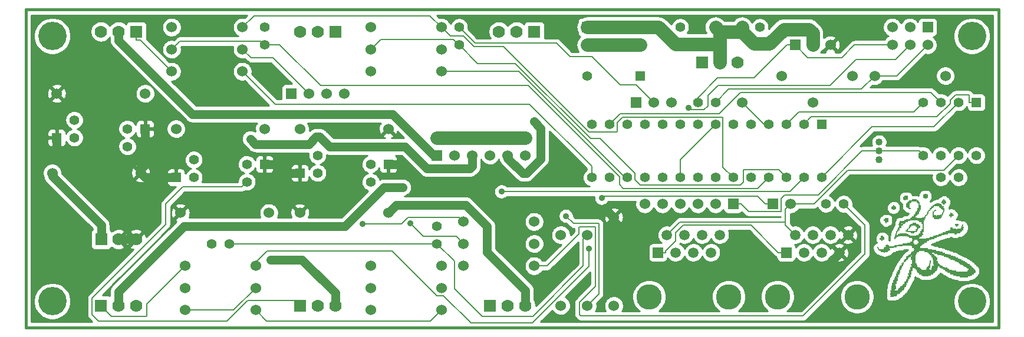
<source format=gtl>
G04 (created by PCBNEW-RS274X (2012-01-19 BZR 3256)-stable) date 4/14/2012 10:50:51 AM*
G01*
G70*
G90*
%MOIN*%
G04 Gerber Fmt 3.4, Leading zero omitted, Abs format*
%FSLAX34Y34*%
G04 APERTURE LIST*
%ADD10C,0.006000*%
%ADD11C,0.015000*%
%ADD12R,0.055000X0.055000*%
%ADD13C,0.055000*%
%ADD14R,0.070000X0.070000*%
%ADD15C,0.070000*%
%ADD16C,0.060000*%
%ADD17R,0.060000X0.060000*%
%ADD18C,0.040000*%
%ADD19C,0.143700*%
%ADD20R,0.059100X0.059100*%
%ADD21C,0.059100*%
%ADD22C,0.160000*%
%ADD23R,0.015900X0.005300*%
%ADD24R,0.026500X0.005300*%
%ADD25R,0.021200X0.005300*%
%ADD26R,0.010600X0.005300*%
%ADD27R,0.005300X0.005300*%
%ADD28R,0.053000X0.005300*%
%ADD29R,0.042400X0.005300*%
%ADD30R,0.058300X0.005300*%
%ADD31R,0.031800X0.005300*%
%ADD32R,0.084800X0.005300*%
%ADD33R,0.106000X0.005300*%
%ADD34R,0.047700X0.005300*%
%ADD35R,0.037100X0.005300*%
%ADD36R,0.074200X0.005300*%
%ADD37R,0.090100X0.005300*%
%ADD38R,0.100700X0.005300*%
%ADD39R,0.063600X0.005300*%
%ADD40R,0.079500X0.005300*%
%ADD41R,0.068900X0.005300*%
%ADD42R,0.132500X0.005300*%
%ADD43R,0.127200X0.005300*%
%ADD44R,0.116600X0.005300*%
%ADD45R,0.111300X0.005300*%
%ADD46R,0.159000X0.005300*%
%ADD47R,0.143100X0.005300*%
%ADD48C,0.035000*%
%ADD49C,0.075000*%
%ADD50C,0.008000*%
%ADD51C,0.050000*%
%ADD52C,0.010000*%
G04 APERTURE END LIST*
G54D10*
G54D11*
X00000Y-18000D02*
X00000Y00000D01*
X55000Y-18000D02*
X00000Y-18000D01*
X55000Y00000D02*
X55000Y-18000D01*
X00000Y00000D02*
X55000Y00000D01*
G54D12*
X13500Y-08750D03*
G54D13*
X12500Y-08750D03*
X12500Y-09750D03*
G54D12*
X06750Y-06750D03*
G54D13*
X05750Y-06750D03*
X05750Y-07750D03*
G54D12*
X01750Y-07250D03*
G54D13*
X02750Y-07250D03*
X02750Y-06250D03*
G54D12*
X20500Y-08750D03*
G54D13*
X19500Y-08750D03*
X19500Y-09750D03*
G54D12*
X08500Y-09500D03*
G54D13*
X09500Y-09500D03*
X09500Y-08500D03*
G54D12*
X15500Y-09250D03*
G54D13*
X16500Y-09250D03*
X16500Y-08250D03*
G54D14*
X15500Y-16750D03*
G54D15*
X16500Y-16750D03*
X17500Y-16750D03*
G54D14*
X06250Y-01250D03*
G54D15*
X05250Y-01250D03*
X04250Y-01250D03*
G54D14*
X26250Y-16750D03*
G54D15*
X27250Y-16750D03*
X28250Y-16750D03*
G54D14*
X28750Y-01250D03*
G54D15*
X27750Y-01250D03*
X26750Y-01250D03*
G54D14*
X04250Y-16750D03*
G54D15*
X05250Y-16750D03*
X06250Y-16750D03*
G54D14*
X17500Y-01250D03*
G54D15*
X16500Y-01250D03*
X15500Y-01250D03*
G54D16*
X20500Y-06750D03*
X15500Y-06750D03*
X15500Y-11500D03*
X20500Y-11500D03*
X13500Y-06750D03*
X08500Y-06750D03*
X06500Y-09250D03*
X01500Y-09250D03*
X33250Y-16750D03*
X33250Y-11750D03*
X01750Y-04750D03*
X06750Y-04750D03*
X08750Y-11500D03*
X13750Y-11500D03*
G54D15*
X06234Y-13000D03*
X05250Y-13000D03*
G54D14*
X04266Y-13000D03*
G54D17*
X23250Y-08250D03*
G54D16*
X23250Y-07250D03*
X24250Y-08250D03*
X24250Y-07250D03*
X25250Y-08250D03*
X25250Y-07250D03*
X26250Y-08250D03*
X26250Y-07250D03*
X27250Y-08250D03*
X27250Y-07250D03*
X28250Y-08250D03*
X28250Y-07250D03*
G54D17*
X51000Y-01000D03*
G54D16*
X51000Y-02000D03*
X50000Y-01000D03*
X50000Y-02000D03*
X49000Y-01000D03*
X49000Y-02000D03*
G54D17*
X34500Y-05250D03*
G54D16*
X35500Y-05250D03*
X36500Y-05250D03*
G54D17*
X31750Y-01000D03*
G54D16*
X31750Y-02000D03*
G54D17*
X34750Y-01000D03*
G54D16*
X34750Y-02000D03*
G54D17*
X42250Y-11000D03*
G54D16*
X43250Y-11000D03*
G54D17*
X40000Y-11000D03*
G54D16*
X39000Y-11000D03*
X38000Y-11000D03*
X37000Y-11000D03*
X36000Y-11000D03*
X35000Y-11000D03*
G54D12*
X53750Y-05250D03*
G54D13*
X52750Y-05250D03*
X51750Y-05250D03*
X50750Y-05250D03*
X50750Y-08250D03*
X51750Y-08250D03*
X52750Y-08250D03*
X53750Y-08250D03*
X44000Y-06500D03*
X43000Y-06500D03*
X42000Y-06500D03*
X41000Y-06500D03*
X40000Y-06500D03*
X39000Y-06500D03*
X38000Y-06500D03*
X37000Y-06500D03*
X36000Y-06500D03*
X35000Y-06500D03*
X34000Y-06500D03*
X33000Y-06500D03*
X32000Y-06500D03*
G54D12*
X45000Y-06500D03*
G54D13*
X32000Y-09500D03*
X33000Y-09500D03*
X34000Y-09500D03*
X35000Y-09500D03*
X36000Y-09500D03*
X37000Y-09500D03*
X38000Y-09500D03*
X39000Y-09500D03*
X40000Y-09500D03*
X41000Y-09500D03*
X42000Y-09500D03*
X43000Y-09500D03*
X44000Y-09500D03*
X45000Y-09500D03*
G54D12*
X34750Y-03750D03*
G54D13*
X31750Y-03750D03*
X45250Y-11000D03*
X46250Y-11000D03*
X23250Y-13250D03*
X23250Y-12250D03*
X24500Y-01000D03*
X24500Y-02000D03*
X13500Y-01000D03*
X13500Y-02000D03*
X11500Y-13250D03*
X10500Y-13250D03*
X52750Y-09500D03*
X51750Y-09500D03*
X38000Y-05250D03*
X39000Y-05250D03*
G54D18*
X48250Y-07500D03*
X48250Y-08500D03*
X48250Y-08000D03*
G54D19*
X47000Y-16250D03*
X42500Y-16250D03*
G54D20*
X43000Y-13750D03*
G54D21*
X43500Y-12750D03*
X44000Y-13750D03*
X44500Y-12750D03*
X45000Y-13750D03*
X45500Y-12750D03*
X46000Y-13750D03*
X46500Y-12750D03*
G54D19*
X39750Y-16250D03*
X35250Y-16250D03*
G54D20*
X35750Y-13750D03*
G54D21*
X36250Y-12750D03*
X36750Y-13750D03*
X37250Y-12750D03*
X37750Y-13750D03*
X38250Y-12750D03*
X38750Y-13750D03*
X39250Y-12750D03*
G54D13*
X37000Y-01000D03*
X39000Y-01000D03*
X41500Y-01000D03*
X40500Y-01000D03*
G54D16*
X30250Y-16750D03*
X30250Y-12750D03*
X48000Y-03750D03*
X52000Y-03750D03*
X31750Y-16750D03*
X31750Y-12750D03*
X12250Y-03500D03*
X08250Y-03500D03*
X23500Y-14500D03*
X19500Y-14500D03*
X13000Y-17000D03*
X09000Y-17000D03*
X09000Y-15750D03*
X13000Y-15750D03*
X12250Y-01000D03*
X08250Y-01000D03*
X08250Y-02250D03*
X12250Y-02250D03*
X23500Y-01000D03*
X19500Y-01000D03*
X19500Y-02250D03*
X23500Y-02250D03*
X23500Y-17000D03*
X19500Y-17000D03*
X19500Y-15750D03*
X23500Y-15750D03*
X28750Y-13250D03*
X24750Y-13250D03*
X28750Y-12000D03*
X24750Y-12000D03*
X40500Y-05250D03*
X44500Y-05250D03*
X42750Y-03750D03*
X46750Y-03750D03*
X23500Y-03500D03*
X19500Y-03500D03*
X13000Y-14500D03*
X09000Y-14500D03*
X28750Y-14500D03*
X24750Y-14500D03*
G54D14*
X38250Y-03000D03*
G54D15*
X39250Y-03000D03*
X40250Y-03000D03*
G54D17*
X15000Y-04750D03*
G54D16*
X16000Y-04750D03*
X17000Y-04750D03*
X18000Y-04750D03*
G54D17*
X43500Y-02000D03*
G54D16*
X44500Y-02000D03*
X45500Y-02000D03*
G54D22*
X01500Y-01500D03*
X53500Y-01500D03*
X53500Y-16500D03*
X01500Y-16500D03*
G54D23*
X50867Y-10458D03*
G54D24*
X50867Y-10511D03*
G54D25*
X49781Y-10564D03*
G54D24*
X50867Y-10564D03*
X49754Y-10617D03*
X50867Y-10617D03*
X49754Y-10670D03*
G54D23*
X50867Y-10670D03*
G54D24*
X49754Y-10723D03*
G54D26*
X49728Y-10776D03*
G54D24*
X50231Y-10776D03*
G54D27*
X51927Y-10776D03*
G54D28*
X50205Y-10829D03*
G54D25*
X51901Y-10829D03*
X49993Y-10882D03*
G54D23*
X50443Y-10882D03*
G54D24*
X51927Y-10882D03*
G54D25*
X49940Y-10935D03*
G54D23*
X50496Y-10935D03*
G54D24*
X51927Y-10935D03*
G54D25*
X49887Y-10988D03*
G54D26*
X50523Y-10988D03*
G54D25*
X51583Y-10988D03*
G54D23*
X51927Y-10988D03*
G54D25*
X49887Y-11041D03*
G54D26*
X50523Y-11041D03*
G54D29*
X51583Y-11041D03*
G54D26*
X49092Y-11094D03*
G54D25*
X49887Y-11094D03*
G54D23*
X50549Y-11094D03*
G54D30*
X51556Y-11094D03*
G54D25*
X49092Y-11147D03*
X49887Y-11147D03*
G54D23*
X50549Y-11147D03*
X51291Y-11147D03*
G54D24*
X51768Y-11147D03*
X49065Y-11200D03*
G54D23*
X49913Y-11200D03*
X50549Y-11200D03*
X51238Y-11200D03*
G54D25*
X51795Y-11200D03*
G54D24*
X49065Y-11253D03*
G54D23*
X49966Y-11253D03*
G54D25*
X50523Y-11253D03*
G54D23*
X51185Y-11253D03*
G54D25*
X51848Y-11253D03*
G54D23*
X49065Y-11306D03*
G54D25*
X50523Y-11306D03*
G54D26*
X51159Y-11306D03*
G54D23*
X51874Y-11306D03*
X50496Y-11359D03*
G54D26*
X51106Y-11359D03*
G54D27*
X51450Y-11359D03*
G54D26*
X51901Y-11359D03*
G54D25*
X50470Y-11412D03*
G54D26*
X51053Y-11412D03*
X51371Y-11412D03*
X51901Y-11412D03*
G54D25*
X50417Y-11465D03*
G54D27*
X51026Y-11465D03*
G54D26*
X51318Y-11465D03*
G54D27*
X51874Y-11465D03*
G54D25*
X50417Y-11518D03*
G54D26*
X51000Y-11518D03*
X51318Y-11518D03*
X51848Y-11518D03*
X52325Y-11518D03*
G54D25*
X50364Y-11571D03*
G54D27*
X50973Y-11571D03*
G54D26*
X51318Y-11571D03*
X51848Y-11571D03*
G54D23*
X52351Y-11571D03*
G54D25*
X50311Y-11624D03*
G54D26*
X50947Y-11624D03*
X51318Y-11624D03*
G54D23*
X51768Y-11624D03*
G54D24*
X52351Y-11624D03*
G54D23*
X50284Y-11677D03*
G54D26*
X50894Y-11677D03*
G54D25*
X51371Y-11677D03*
G54D24*
X51662Y-11677D03*
G54D25*
X52325Y-11677D03*
X50205Y-11730D03*
G54D26*
X50841Y-11730D03*
G54D28*
X51530Y-11730D03*
G54D26*
X52325Y-11730D03*
G54D31*
X50205Y-11783D03*
G54D25*
X50788Y-11783D03*
G54D29*
X51530Y-11783D03*
G54D25*
X48668Y-11836D03*
G54D32*
X50417Y-11836D03*
G54D24*
X51503Y-11836D03*
X48641Y-11889D03*
G54D33*
X50311Y-11889D03*
G54D24*
X48641Y-11942D03*
G54D31*
X49834Y-11942D03*
X50629Y-11942D03*
G54D25*
X48668Y-11995D03*
G54D34*
X49648Y-11995D03*
G54D24*
X50655Y-11995D03*
G54D27*
X48641Y-12048D03*
G54D35*
X49595Y-12048D03*
G54D23*
X50708Y-12048D03*
X49436Y-12101D03*
X49648Y-12101D03*
G54D25*
X50258Y-12101D03*
G54D23*
X50708Y-12101D03*
G54D24*
X49489Y-12154D03*
G54D29*
X50258Y-12154D03*
G54D26*
X50735Y-12154D03*
G54D25*
X52643Y-12154D03*
X49463Y-12207D03*
G54D28*
X50258Y-12207D03*
G54D26*
X50735Y-12207D03*
G54D25*
X52643Y-12207D03*
G54D27*
X52987Y-12207D03*
G54D23*
X49436Y-12260D03*
X50019Y-12260D03*
G54D24*
X50443Y-12260D03*
G54D26*
X50735Y-12260D03*
X52643Y-12260D03*
X52961Y-12260D03*
G54D23*
X49436Y-12313D03*
G54D26*
X49993Y-12313D03*
G54D25*
X50470Y-12313D03*
G54D26*
X50735Y-12313D03*
G54D23*
X52987Y-12313D03*
X49383Y-12366D03*
G54D26*
X49940Y-12366D03*
G54D23*
X50443Y-12366D03*
G54D26*
X50735Y-12366D03*
G54D23*
X52351Y-12366D03*
X52934Y-12366D03*
G54D26*
X49357Y-12419D03*
X49887Y-12419D03*
X50417Y-12419D03*
X50735Y-12419D03*
G54D35*
X52457Y-12419D03*
G54D31*
X52855Y-12419D03*
G54D23*
X49330Y-12472D03*
G54D26*
X49834Y-12472D03*
G54D23*
X50390Y-12472D03*
X50708Y-12472D03*
G54D36*
X52643Y-12472D03*
G54D26*
X49304Y-12525D03*
G54D23*
X49807Y-12525D03*
G54D26*
X50364Y-12525D03*
G54D23*
X50708Y-12525D03*
G54D32*
X52537Y-12525D03*
G54D26*
X49251Y-12578D03*
G54D28*
X50099Y-12578D03*
G54D25*
X50682Y-12578D03*
G54D37*
X52457Y-12578D03*
G54D26*
X49251Y-12631D03*
G54D25*
X50152Y-12631D03*
G54D23*
X50655Y-12631D03*
G54D38*
X52351Y-12631D03*
G54D26*
X49198Y-12684D03*
G54D29*
X49622Y-12684D03*
G54D25*
X50629Y-12684D03*
G54D29*
X51954Y-12684D03*
G54D23*
X52563Y-12684D03*
G54D26*
X49198Y-12737D03*
G54D39*
X49622Y-12737D03*
G54D24*
X50602Y-12737D03*
G54D35*
X51768Y-12737D03*
G54D37*
X49595Y-12790D03*
G54D31*
X50523Y-12790D03*
G54D35*
X51609Y-12790D03*
G54D23*
X48429Y-12843D03*
G54D25*
X49251Y-12843D03*
G54D40*
X50231Y-12843D03*
G54D31*
X51477Y-12843D03*
G54D25*
X48456Y-12896D03*
G54D23*
X49171Y-12896D03*
G54D39*
X50258Y-12896D03*
G54D29*
X51318Y-12896D03*
G54D24*
X48429Y-12949D03*
G54D26*
X49145Y-12949D03*
G54D29*
X50311Y-12949D03*
G54D34*
X51132Y-12949D03*
G54D24*
X48429Y-13002D03*
G54D33*
X50682Y-13002D03*
G54D26*
X48403Y-13055D03*
G54D23*
X50178Y-13055D03*
G54D41*
X50761Y-13055D03*
G54D26*
X50152Y-13108D03*
G54D30*
X50708Y-13108D03*
G54D25*
X50099Y-13161D03*
G54D34*
X50708Y-13161D03*
G54D35*
X50019Y-13214D03*
X50655Y-13214D03*
G54D41*
X49913Y-13267D03*
G54D31*
X50576Y-13267D03*
G54D26*
X48721Y-13320D03*
G54D42*
X50019Y-13320D03*
G54D25*
X48721Y-13373D03*
G54D34*
X49330Y-13373D03*
G54D30*
X50337Y-13373D03*
G54D39*
X48933Y-13426D03*
G54D34*
X50337Y-13426D03*
G54D27*
X48164Y-13479D03*
G54D28*
X48827Y-13479D03*
G54D34*
X50337Y-13479D03*
G54D27*
X48217Y-13532D03*
G54D35*
X48694Y-13532D03*
G54D40*
X50602Y-13532D03*
G54D41*
X48535Y-13585D03*
G54D38*
X50761Y-13585D03*
G54D30*
X48535Y-13638D03*
G54D43*
X50841Y-13638D03*
G54D29*
X48562Y-13691D03*
G54D35*
X50337Y-13691D03*
G54D37*
X51238Y-13691D03*
G54D26*
X48562Y-13744D03*
G54D31*
X50258Y-13744D03*
G54D37*
X51397Y-13744D03*
G54D31*
X50205Y-13797D03*
G54D25*
X51159Y-13797D03*
G54D39*
X51689Y-13797D03*
G54D35*
X50178Y-13850D03*
G54D25*
X51212Y-13850D03*
G54D39*
X51848Y-13850D03*
G54D29*
X50099Y-13903D03*
G54D25*
X51265Y-13903D03*
G54D30*
X52033Y-13903D03*
G54D25*
X49940Y-13956D03*
X50205Y-13956D03*
X51318Y-13956D03*
G54D30*
X52192Y-13956D03*
G54D25*
X49887Y-14009D03*
G54D24*
X50178Y-14009D03*
X51344Y-14009D03*
G54D28*
X52325Y-14009D03*
G54D23*
X49860Y-14062D03*
G54D24*
X50178Y-14062D03*
X51397Y-14062D03*
G54D28*
X52431Y-14062D03*
G54D23*
X49807Y-14115D03*
G54D24*
X50178Y-14115D03*
X51397Y-14115D03*
G54D28*
X52537Y-14115D03*
G54D23*
X49754Y-14168D03*
G54D25*
X50205Y-14168D03*
X51424Y-14168D03*
G54D34*
X52669Y-14168D03*
G54D23*
X49701Y-14221D03*
G54D25*
X50205Y-14221D03*
G54D27*
X51132Y-14221D03*
G54D25*
X51424Y-14221D03*
G54D34*
X52775Y-14221D03*
G54D26*
X49675Y-14274D03*
G54D25*
X50205Y-14274D03*
G54D27*
X51132Y-14274D03*
G54D24*
X51450Y-14274D03*
G54D34*
X52881Y-14274D03*
G54D26*
X49622Y-14327D03*
G54D25*
X50205Y-14327D03*
G54D27*
X51132Y-14327D03*
G54D24*
X51450Y-14327D03*
G54D34*
X52987Y-14327D03*
G54D23*
X49595Y-14380D03*
G54D24*
X50231Y-14380D03*
G54D26*
X51106Y-14380D03*
G54D31*
X51477Y-14380D03*
G54D34*
X53040Y-14380D03*
G54D26*
X49569Y-14433D03*
G54D31*
X50205Y-14433D03*
G54D26*
X51106Y-14433D03*
G54D35*
X51503Y-14433D03*
G54D34*
X53146Y-14433D03*
G54D23*
X49542Y-14486D03*
G54D35*
X50231Y-14486D03*
G54D26*
X51106Y-14486D03*
G54D29*
X51530Y-14486D03*
X53226Y-14486D03*
G54D23*
X49489Y-14539D03*
G54D35*
X50231Y-14539D03*
G54D23*
X51079Y-14539D03*
G54D31*
X51424Y-14539D03*
G54D25*
X51742Y-14539D03*
G54D29*
X53279Y-14539D03*
G54D23*
X49489Y-14592D03*
G54D34*
X50231Y-14592D03*
G54D25*
X51053Y-14592D03*
G54D31*
X51424Y-14592D03*
G54D24*
X51821Y-14592D03*
G54D35*
X53358Y-14592D03*
G54D23*
X49436Y-14645D03*
X50072Y-14645D03*
G54D31*
X50417Y-14645D03*
G54D23*
X51026Y-14645D03*
G54D31*
X51371Y-14645D03*
X51954Y-14645D03*
G54D35*
X53411Y-14645D03*
G54D23*
X49436Y-14698D03*
X50072Y-14698D03*
G54D35*
X50496Y-14698D03*
G54D25*
X51000Y-14698D03*
G54D31*
X51371Y-14698D03*
G54D35*
X52033Y-14698D03*
X53464Y-14698D03*
G54D23*
X49383Y-14751D03*
G54D25*
X50046Y-14751D03*
G54D44*
X50947Y-14751D03*
G54D29*
X52166Y-14751D03*
X53491Y-14751D03*
G54D23*
X49383Y-14804D03*
X50019Y-14804D03*
G54D45*
X50920Y-14804D03*
G54D39*
X52325Y-14804D03*
G54D34*
X53464Y-14804D03*
G54D25*
X49357Y-14857D03*
G54D23*
X50019Y-14857D03*
G54D38*
X50920Y-14857D03*
G54D46*
X52908Y-14857D03*
G54D23*
X49330Y-14910D03*
X50019Y-14910D03*
G54D37*
X50920Y-14910D03*
G54D47*
X52934Y-14910D03*
G54D25*
X49304Y-14963D03*
X49993Y-14963D03*
G54D40*
X50920Y-14963D03*
G54D42*
X52934Y-14963D03*
G54D23*
X49277Y-15016D03*
X49966Y-15016D03*
G54D30*
X50920Y-15016D03*
G54D45*
X52987Y-15016D03*
G54D23*
X49277Y-15069D03*
X49966Y-15069D03*
G54D31*
X50894Y-15069D03*
G54D32*
X53014Y-15069D03*
G54D25*
X49251Y-15122D03*
X49940Y-15122D03*
G54D34*
X53040Y-15122D03*
G54D23*
X49224Y-15175D03*
X49913Y-15175D03*
G54D25*
X49198Y-15228D03*
G54D23*
X49913Y-15228D03*
G54D25*
X49198Y-15281D03*
G54D23*
X49860Y-15281D03*
G54D24*
X49171Y-15334D03*
G54D23*
X49860Y-15334D03*
G54D25*
X49145Y-15387D03*
G54D23*
X49807Y-15387D03*
G54D25*
X49145Y-15440D03*
X49781Y-15440D03*
G54D24*
X49118Y-15493D03*
G54D23*
X49754Y-15493D03*
G54D25*
X49092Y-15546D03*
X49728Y-15546D03*
X49092Y-15599D03*
X49675Y-15599D03*
G54D24*
X49065Y-15652D03*
X49648Y-15652D03*
X49065Y-15705D03*
X49595Y-15705D03*
X49065Y-15758D03*
X49542Y-15758D03*
X49065Y-15811D03*
G54D31*
X49516Y-15811D03*
G54D25*
X49039Y-15864D03*
G54D31*
X49463Y-15864D03*
G54D41*
X49224Y-15917D03*
G54D39*
X49198Y-15970D03*
G54D30*
X49171Y-16023D03*
G54D28*
X49145Y-16076D03*
G54D29*
X49092Y-16129D03*
G54D35*
X49065Y-16182D03*
G54D25*
X48986Y-16235D03*
G54D48*
X30547Y-11684D03*
X31842Y-13535D03*
X37491Y-05579D03*
G54D18*
X21318Y-10059D03*
X12698Y-07319D03*
X28745Y-06341D03*
G54D48*
X26900Y-10298D03*
X19057Y-12139D03*
X32569Y-10664D03*
X21741Y-12088D03*
G54D18*
X13841Y-14161D03*
G54D49*
X27250Y-07250D02*
X26250Y-07250D01*
X26250Y-07250D02*
X25250Y-07250D01*
X25250Y-07250D02*
X24250Y-07250D01*
X24250Y-07250D02*
X23250Y-07250D01*
X28250Y-07250D02*
X27250Y-07250D01*
X31750Y-02000D02*
X34750Y-02000D01*
G54D50*
X23500Y-01000D02*
X24000Y-01500D01*
X24000Y-01500D02*
X24739Y-01500D01*
X25332Y-02093D02*
X27002Y-02093D01*
X24739Y-01500D02*
X25332Y-02093D01*
X27002Y-02093D02*
X31836Y-06927D01*
X39419Y-06104D02*
X39419Y-08919D01*
X13616Y-17616D02*
X13000Y-17000D01*
X23500Y-17000D02*
X22884Y-17616D01*
X12904Y-00346D02*
X12250Y-01000D01*
X22846Y-00346D02*
X12904Y-00346D01*
X39419Y-08919D02*
X40000Y-09500D01*
X39397Y-06082D02*
X39419Y-06104D01*
X31836Y-06927D02*
X33412Y-06927D01*
X33412Y-06927D02*
X33434Y-06905D01*
X22884Y-17616D02*
X13616Y-17616D01*
X33434Y-06905D02*
X33434Y-06401D01*
X23500Y-01000D02*
X22846Y-00346D01*
X33753Y-06082D02*
X39397Y-06082D01*
X33434Y-06401D02*
X33753Y-06082D01*
X33602Y-05898D02*
X39224Y-05898D01*
X39224Y-05898D02*
X40429Y-04693D01*
X40429Y-04693D02*
X51193Y-04693D01*
X33000Y-06500D02*
X33602Y-05898D01*
X51193Y-04693D02*
X51750Y-05250D01*
X30547Y-11684D02*
X30963Y-12100D01*
X30963Y-12100D02*
X32378Y-12100D01*
X32378Y-12100D02*
X32400Y-12122D01*
X32400Y-12122D02*
X32400Y-16100D01*
X32400Y-16100D02*
X31750Y-16750D01*
X47859Y-06641D02*
X45000Y-09500D01*
X51359Y-06641D02*
X47859Y-06641D01*
X52750Y-05250D02*
X51359Y-06641D01*
X28482Y-05352D02*
X32000Y-08870D01*
X14102Y-05352D02*
X28482Y-05352D01*
X12250Y-03500D02*
X14102Y-05352D01*
X32000Y-08870D02*
X32000Y-09500D01*
X25166Y-17742D02*
X23618Y-16194D01*
X23618Y-16194D02*
X23242Y-16194D01*
X23242Y-16194D02*
X20716Y-13668D01*
X20716Y-13668D02*
X13636Y-13668D01*
X13636Y-13668D02*
X13000Y-14304D01*
X28630Y-17742D02*
X25166Y-17742D01*
X31842Y-14530D02*
X28630Y-17742D01*
X31842Y-13535D02*
X31842Y-14530D01*
X13000Y-14304D02*
X13000Y-14500D01*
X33871Y-09500D02*
X34000Y-09500D01*
X46934Y-02833D02*
X45486Y-04281D01*
X50000Y-02000D02*
X49167Y-02833D01*
X27871Y-03500D02*
X33871Y-09500D01*
X23500Y-03500D02*
X27871Y-03500D01*
X39138Y-04281D02*
X38566Y-04853D01*
X49167Y-02833D02*
X46934Y-02833D01*
X45486Y-04281D02*
X39138Y-04281D01*
X38359Y-05671D02*
X37583Y-05671D01*
X37583Y-05671D02*
X37491Y-05579D01*
X38566Y-05464D02*
X38359Y-05671D01*
X38566Y-04853D02*
X38566Y-05464D01*
G54D51*
X05250Y-01748D02*
X05250Y-01250D01*
X09423Y-05921D02*
X05250Y-01748D01*
X20750Y-05921D02*
X09423Y-05921D01*
X23079Y-08250D02*
X20750Y-05921D01*
X23250Y-08250D02*
X23079Y-08250D01*
X20240Y-10059D02*
X18045Y-12254D01*
X08950Y-12254D02*
X05250Y-15954D01*
X18045Y-12254D02*
X08950Y-12254D01*
X21318Y-10059D02*
X20240Y-10059D01*
X05250Y-15954D02*
X05250Y-16750D01*
X12996Y-07617D02*
X12698Y-07319D01*
X15999Y-07617D02*
X12996Y-07617D01*
X16420Y-07196D02*
X15999Y-07617D01*
X25250Y-08250D02*
X25250Y-08859D01*
X16626Y-07196D02*
X16420Y-07196D01*
X17192Y-07762D02*
X16626Y-07196D01*
X21451Y-07762D02*
X17192Y-07762D01*
X22693Y-09004D02*
X21451Y-07762D01*
X25105Y-09004D02*
X22693Y-09004D01*
X25250Y-08859D02*
X25105Y-09004D01*
X29120Y-06716D02*
X28745Y-06341D01*
X29120Y-08448D02*
X29120Y-06716D01*
X28305Y-09263D02*
X29120Y-08448D01*
X28099Y-09263D02*
X28305Y-09263D01*
X27250Y-08414D02*
X28099Y-09263D01*
X27250Y-08250D02*
X27250Y-08414D01*
G54D50*
X41750Y-06500D02*
X42000Y-06500D01*
X40500Y-05250D02*
X41750Y-06500D01*
X32208Y-12322D02*
X32208Y-15665D01*
X31384Y-17337D02*
X43958Y-17337D01*
X32208Y-15665D02*
X31306Y-16567D01*
X31306Y-16567D02*
X31306Y-17259D01*
X31306Y-17259D02*
X31384Y-17337D01*
X28750Y-14500D02*
X29477Y-14500D01*
X31316Y-12300D02*
X32186Y-12300D01*
X31288Y-12328D02*
X31316Y-12300D01*
X31288Y-12689D02*
X31288Y-12328D01*
X32186Y-12300D02*
X32208Y-12322D01*
X29477Y-14500D02*
X31288Y-12689D01*
X43958Y-17337D02*
X47460Y-13835D01*
X47460Y-13835D02*
X47460Y-12210D01*
X47460Y-12210D02*
X46250Y-11000D01*
X53750Y-05250D02*
X53332Y-05250D01*
X52567Y-04832D02*
X52277Y-05122D01*
X52277Y-05122D02*
X52277Y-05314D01*
X52277Y-05314D02*
X51517Y-06074D01*
X51517Y-06074D02*
X44425Y-06074D01*
X53332Y-05250D02*
X53332Y-04854D01*
X53332Y-04854D02*
X53310Y-04832D01*
X53310Y-04832D02*
X52567Y-04832D01*
X44425Y-06074D02*
X44425Y-06075D01*
X44425Y-06075D02*
X44000Y-06500D01*
X13291Y-01791D02*
X13500Y-02000D01*
X08709Y-01791D02*
X13291Y-01791D01*
X08250Y-02250D02*
X08709Y-01791D01*
X41385Y-10115D02*
X42000Y-09500D01*
X33770Y-10115D02*
X41385Y-10115D01*
X33565Y-09910D02*
X33770Y-10115D01*
X33565Y-09455D02*
X33565Y-09910D01*
X28416Y-04306D02*
X33565Y-09455D01*
X16666Y-04306D02*
X28416Y-04306D01*
X14360Y-02000D02*
X16666Y-04306D01*
X13500Y-02000D02*
X14360Y-02000D01*
X32483Y-07311D02*
X34441Y-09269D01*
X34441Y-09625D02*
X34748Y-09932D01*
X34441Y-09269D02*
X34441Y-09625D01*
X25548Y-03048D02*
X27696Y-03048D01*
X42574Y-09074D02*
X43000Y-09500D01*
X40588Y-09074D02*
X42574Y-09074D01*
X40566Y-09096D02*
X40588Y-09074D01*
X24500Y-02000D02*
X25548Y-03048D01*
X34748Y-09932D02*
X40413Y-09932D01*
X24184Y-01684D02*
X24500Y-02000D01*
X20066Y-01684D02*
X24184Y-01684D01*
X19500Y-02250D02*
X20066Y-01684D01*
X40566Y-09779D02*
X40566Y-09096D01*
X31959Y-07311D02*
X32483Y-07311D01*
X27696Y-03048D02*
X31959Y-07311D01*
X40413Y-09932D02*
X40566Y-09779D01*
X43202Y-10298D02*
X26900Y-10298D01*
X44000Y-09500D02*
X43202Y-10298D01*
X13000Y-15750D02*
X11750Y-17000D01*
X11750Y-17000D02*
X09000Y-17000D01*
X12730Y-02730D02*
X12250Y-02250D01*
X13980Y-02730D02*
X12730Y-02730D01*
X16000Y-04750D02*
X13980Y-02730D01*
X43698Y-05802D02*
X43000Y-06500D01*
X50198Y-05802D02*
X43698Y-05802D01*
X50750Y-05250D02*
X50198Y-05802D01*
G54D49*
X40500Y-01250D02*
X40500Y-01000D01*
X39250Y-03000D02*
X39250Y-01962D01*
X39250Y-01962D02*
X39250Y-01250D01*
X39250Y-01962D02*
X36748Y-01962D01*
X36748Y-01962D02*
X35786Y-01000D01*
X35786Y-01000D02*
X34750Y-01000D01*
X34750Y-01000D02*
X31750Y-01000D01*
X44500Y-01339D02*
X44282Y-01121D01*
X42048Y-01938D02*
X41188Y-01938D01*
X42865Y-01121D02*
X42048Y-01938D01*
X44282Y-01121D02*
X42865Y-01121D01*
X39250Y-01250D02*
X39000Y-01000D01*
X39250Y-01250D02*
X40500Y-01250D01*
X41188Y-01938D02*
X40500Y-01250D01*
X44500Y-02000D02*
X44500Y-01339D01*
G54D51*
X06234Y-13000D02*
X05250Y-13000D01*
X21228Y-08750D02*
X22703Y-10225D01*
X22703Y-10225D02*
X25932Y-10225D01*
X25932Y-10225D02*
X26682Y-10975D01*
X26682Y-10975D02*
X31913Y-10975D01*
X31913Y-10975D02*
X32391Y-11453D01*
X32391Y-11453D02*
X32953Y-11453D01*
X32953Y-11453D02*
X33250Y-11750D01*
X15500Y-09250D02*
X14772Y-09250D01*
X13500Y-08750D02*
X14272Y-08750D01*
X14272Y-08750D02*
X14772Y-09250D01*
X33250Y-12542D02*
X33250Y-11750D01*
X45312Y-14499D02*
X35207Y-14499D01*
X35207Y-14499D02*
X33250Y-12542D01*
X46000Y-13811D02*
X45312Y-14499D01*
X46000Y-13750D02*
X46000Y-13811D01*
X06750Y-08229D02*
X06750Y-06750D01*
X06500Y-09250D02*
X06500Y-08479D01*
X02251Y-08479D02*
X06500Y-08479D01*
X01750Y-07978D02*
X02251Y-08479D01*
X06500Y-08479D02*
X06750Y-08229D01*
X08500Y-09500D02*
X06750Y-09500D01*
X06750Y-09500D02*
X06500Y-09250D01*
X20500Y-08750D02*
X21228Y-08750D01*
X01750Y-07250D02*
X01750Y-07978D01*
G54D50*
X38000Y-04988D02*
X39113Y-03875D01*
X47296Y-08000D02*
X48250Y-08000D01*
X34524Y-04274D02*
X33604Y-04274D01*
X25803Y-17349D02*
X24239Y-15785D01*
X46853Y-02000D02*
X46137Y-02716D01*
X40443Y-11000D02*
X40886Y-11443D01*
X33604Y-04274D02*
X32006Y-02676D01*
X42710Y-11422D02*
X42710Y-10688D01*
X40000Y-11000D02*
X40443Y-11000D01*
X24239Y-14239D02*
X23250Y-13250D01*
X24239Y-15785D02*
X24239Y-14239D01*
X38000Y-05250D02*
X38000Y-04988D01*
X31524Y-12976D02*
X31524Y-14502D01*
X41182Y-03875D02*
X43057Y-02000D01*
X31524Y-14502D02*
X28677Y-17349D01*
X23250Y-13250D02*
X11500Y-13250D01*
X46137Y-02716D02*
X44216Y-02716D01*
X44216Y-02716D02*
X43500Y-02000D01*
X42689Y-11443D02*
X42710Y-11422D01*
X50500Y-08000D02*
X48250Y-08000D01*
X43500Y-02000D02*
X43057Y-02000D01*
X49000Y-02000D02*
X46853Y-02000D01*
X50750Y-08250D02*
X50500Y-08000D01*
X32006Y-02676D02*
X30769Y-02676D01*
X28677Y-17349D02*
X25803Y-17349D01*
X35500Y-05250D02*
X34524Y-04274D01*
X31750Y-12750D02*
X31524Y-12976D01*
X30769Y-02676D02*
X30002Y-01909D01*
X30002Y-01909D02*
X25409Y-01909D01*
X44814Y-10482D02*
X47296Y-08000D01*
X25409Y-01909D02*
X24500Y-01000D01*
X40886Y-11443D02*
X42689Y-11443D01*
X39113Y-03875D02*
X41182Y-03875D01*
X42916Y-10482D02*
X44814Y-10482D01*
X42710Y-10688D02*
X42916Y-10482D01*
X06493Y-01743D02*
X06250Y-01743D01*
X08250Y-03500D02*
X06493Y-01743D01*
X06250Y-01250D02*
X06250Y-01743D01*
X09000Y-14500D02*
X06847Y-16653D01*
X06847Y-16653D02*
X06847Y-17334D01*
X06847Y-17334D02*
X06828Y-17353D01*
X06828Y-17353D02*
X04853Y-17353D01*
X04853Y-17353D02*
X04250Y-16750D01*
G54D51*
X04266Y-13000D02*
X04266Y-12197D01*
X04266Y-12197D02*
X01500Y-09431D01*
X01500Y-09431D02*
X01500Y-09250D01*
G54D50*
X21610Y-11770D02*
X21241Y-12139D01*
X21241Y-12139D02*
X19057Y-12139D01*
X24750Y-12000D02*
X24520Y-11770D01*
X24520Y-11770D02*
X21610Y-11770D01*
X42250Y-11000D02*
X41807Y-11000D01*
X32569Y-10664D02*
X32676Y-10557D01*
X32676Y-10557D02*
X41364Y-10557D01*
X41364Y-10557D02*
X41807Y-11000D01*
X41022Y-12210D02*
X42562Y-13750D01*
X43000Y-13750D02*
X42562Y-13750D01*
X35750Y-13750D02*
X36189Y-13750D01*
X36189Y-13750D02*
X36189Y-13651D01*
X36189Y-13651D02*
X36750Y-13090D01*
X36750Y-13090D02*
X36750Y-12630D01*
X37170Y-12210D02*
X41022Y-12210D01*
X36750Y-12630D02*
X37170Y-12210D01*
X36973Y-12027D02*
X36250Y-12750D01*
X42960Y-12027D02*
X42960Y-11290D01*
X42960Y-11290D02*
X43250Y-11000D01*
X43500Y-12750D02*
X42960Y-12210D01*
X42960Y-12210D02*
X42960Y-12027D01*
X42960Y-12027D02*
X36973Y-12027D01*
X43250Y-11000D02*
X44573Y-11000D01*
X44573Y-11000D02*
X46492Y-09081D01*
X46492Y-09081D02*
X51919Y-09081D01*
X51919Y-09081D02*
X52750Y-08250D01*
X24750Y-13250D02*
X24331Y-12831D01*
X22484Y-12831D02*
X21741Y-12088D01*
X24331Y-12831D02*
X22484Y-12831D01*
G54D51*
X26095Y-13728D02*
X26095Y-12277D01*
X26095Y-12277D02*
X24867Y-11049D01*
X24867Y-11049D02*
X20951Y-11049D01*
X20951Y-11049D02*
X20500Y-11500D01*
X28250Y-15883D02*
X26095Y-13728D01*
X28250Y-16750D02*
X28250Y-15883D01*
G54D50*
X03754Y-17256D02*
X04125Y-17627D01*
X03754Y-16321D02*
X03754Y-17256D01*
X07908Y-12167D02*
X03754Y-16321D01*
X07908Y-10996D02*
X07908Y-12167D01*
X12213Y-10037D02*
X08867Y-10037D01*
X12500Y-09750D02*
X12213Y-10037D01*
X04125Y-17627D02*
X11384Y-17627D01*
X11384Y-17627D02*
X12558Y-16453D01*
X12558Y-16453D02*
X15500Y-16453D01*
X08867Y-10037D02*
X07908Y-10996D01*
X15500Y-16750D02*
X15500Y-16453D01*
G54D51*
X13841Y-14161D02*
X15616Y-14161D01*
X15616Y-14161D02*
X17500Y-16045D01*
X17500Y-16045D02*
X17500Y-16750D01*
G54D50*
X37000Y-08500D02*
X37000Y-09500D01*
X39000Y-05250D02*
X39741Y-04509D01*
X47241Y-04509D02*
X48000Y-03750D01*
X39741Y-04509D02*
X47241Y-04509D01*
X39000Y-06500D02*
X37000Y-08500D01*
X48000Y-03750D02*
X49250Y-03750D01*
X49250Y-03750D02*
X51000Y-02000D01*
G54D52*
X13500Y-06679D02*
X13500Y-06679D01*
X13438Y-06759D02*
X13562Y-06759D01*
X00325Y-00325D02*
X12515Y-00325D01*
X00325Y-00405D02*
X12434Y-00405D01*
X00325Y-00485D02*
X01217Y-00485D01*
X01777Y-00485D02*
X08059Y-00485D01*
X08441Y-00485D02*
X12059Y-00485D01*
X00325Y-00565D02*
X01011Y-00565D01*
X01985Y-00565D02*
X07911Y-00565D01*
X08587Y-00565D02*
X11911Y-00565D01*
X00325Y-00645D02*
X00889Y-00645D01*
X02109Y-00645D02*
X07828Y-00645D01*
X08671Y-00645D02*
X11828Y-00645D01*
X00325Y-00725D02*
X00791Y-00725D01*
X02210Y-00725D02*
X03958Y-00725D01*
X04543Y-00725D02*
X04958Y-00725D01*
X05543Y-00725D02*
X05722Y-00725D01*
X06778Y-00725D02*
X07773Y-00725D01*
X08726Y-00725D02*
X11773Y-00725D01*
X00325Y-00805D02*
X00709Y-00805D01*
X02290Y-00805D02*
X03848Y-00805D01*
X04652Y-00805D02*
X04848Y-00805D01*
X05652Y-00805D02*
X05667Y-00805D01*
X06831Y-00805D02*
X07736Y-00805D01*
X08763Y-00805D02*
X11736Y-00805D01*
X00325Y-00885D02*
X00648Y-00885D01*
X02352Y-00885D02*
X03773Y-00885D01*
X04726Y-00885D02*
X04773Y-00885D01*
X06850Y-00885D02*
X07713Y-00885D01*
X08786Y-00885D02*
X11713Y-00885D01*
X00325Y-00965D02*
X00593Y-00965D01*
X02405Y-00965D02*
X03719Y-00965D01*
X06850Y-00965D02*
X07701Y-00965D01*
X08799Y-00965D02*
X08799Y-00965D01*
X08799Y-00965D02*
X11701Y-00965D01*
X00325Y-01045D02*
X00552Y-01045D01*
X02448Y-01045D02*
X03685Y-01045D01*
X06850Y-01045D02*
X07700Y-01045D01*
X08798Y-01045D02*
X08799Y-01045D01*
X08799Y-01045D02*
X11700Y-01045D01*
X00325Y-01125D02*
X00518Y-01125D01*
X02481Y-01125D02*
X03664Y-01125D01*
X06850Y-01125D02*
X07715Y-01125D01*
X08785Y-01125D02*
X08799Y-01125D01*
X08799Y-01125D02*
X11715Y-01125D01*
X00325Y-01205D02*
X00488Y-01205D01*
X02511Y-01205D02*
X03651Y-01205D01*
X06850Y-01205D02*
X07741Y-01205D01*
X08761Y-01205D02*
X08799Y-01205D01*
X08799Y-01205D02*
X11741Y-01205D01*
X00325Y-01285D02*
X00472Y-01285D01*
X02527Y-01285D02*
X03650Y-01285D01*
X06850Y-01285D02*
X07781Y-01285D01*
X08721Y-01285D02*
X08799Y-01285D01*
X08799Y-01285D02*
X11781Y-01285D01*
X00325Y-01365D02*
X00455Y-01365D01*
X02543Y-01365D02*
X03662Y-01365D01*
X06850Y-01365D02*
X07840Y-01365D01*
X08663Y-01365D02*
X08799Y-01365D01*
X08799Y-01365D02*
X11840Y-01365D01*
X00325Y-01445D02*
X00451Y-01445D01*
X02550Y-01445D02*
X02550Y-01445D01*
X02550Y-01445D02*
X03683Y-01445D01*
X06850Y-01445D02*
X07929Y-01445D01*
X08575Y-01445D02*
X08799Y-01445D01*
X08799Y-01445D02*
X11929Y-01445D01*
X00325Y-01525D02*
X00449Y-01525D01*
X02549Y-01525D02*
X02550Y-01525D01*
X02550Y-01525D02*
X03715Y-01525D01*
X06850Y-01525D02*
X08080Y-01525D01*
X08415Y-01525D02*
X08594Y-01525D01*
X00325Y-01605D02*
X00453Y-01605D01*
X02548Y-01605D02*
X02550Y-01605D01*
X02550Y-01605D02*
X03766Y-01605D01*
X04732Y-01605D02*
X04750Y-01605D01*
X06850Y-01605D02*
X08484Y-01605D01*
X00325Y-01685D02*
X00467Y-01685D01*
X02535Y-01685D02*
X02550Y-01685D01*
X02550Y-01685D02*
X03837Y-01685D01*
X04662Y-01685D02*
X04750Y-01685D01*
X06845Y-01685D02*
X08404Y-01685D01*
X00325Y-01765D02*
X00482Y-01765D01*
X02517Y-01765D02*
X02550Y-01765D01*
X02550Y-01765D02*
X03942Y-01765D01*
X04557Y-01765D02*
X04752Y-01765D01*
X06925Y-01765D02*
X07987Y-01765D01*
X00325Y-01845D02*
X00508Y-01845D01*
X02496Y-01845D02*
X02550Y-01845D01*
X02550Y-01845D02*
X04166Y-01845D01*
X04325Y-01845D02*
X04760Y-01845D01*
X07005Y-01845D02*
X07878Y-01845D01*
X00325Y-01925D02*
X00540Y-01925D01*
X02460Y-01925D02*
X02550Y-01925D01*
X02550Y-01925D02*
X04783Y-01925D01*
X07085Y-01925D02*
X07807Y-01925D01*
X00325Y-02005D02*
X00577Y-02005D01*
X02425Y-02005D02*
X02550Y-02005D01*
X02550Y-02005D02*
X04824Y-02005D01*
X07165Y-02005D02*
X07757Y-02005D01*
X00325Y-02085D02*
X00629Y-02085D01*
X02373Y-02085D02*
X02550Y-02085D01*
X02550Y-02085D02*
X04882Y-02085D01*
X07245Y-02085D02*
X07723Y-02085D01*
X08825Y-02085D02*
X11723Y-02085D01*
X00325Y-02165D02*
X00683Y-02165D01*
X02316Y-02165D02*
X02550Y-02165D01*
X02550Y-02165D02*
X04960Y-02165D01*
X07325Y-02165D02*
X07706Y-02165D01*
X08792Y-02165D02*
X11706Y-02165D01*
X00325Y-02245D02*
X00760Y-02245D01*
X02241Y-02245D02*
X02550Y-02245D01*
X02550Y-02245D02*
X05040Y-02245D01*
X07405Y-02245D02*
X07700Y-02245D01*
X08799Y-02245D02*
X11700Y-02245D01*
X00325Y-02325D02*
X00848Y-02325D01*
X02157Y-02325D02*
X02550Y-02325D01*
X02550Y-02325D02*
X05120Y-02325D01*
X07485Y-02325D02*
X07706Y-02325D01*
X08796Y-02325D02*
X11706Y-02325D01*
X00325Y-02405D02*
X00963Y-02405D01*
X02034Y-02405D02*
X02550Y-02405D01*
X02550Y-02405D02*
X05200Y-02405D01*
X07565Y-02405D02*
X07722Y-02405D01*
X08779Y-02405D02*
X11722Y-02405D01*
X00325Y-02485D02*
X01133Y-02485D01*
X01865Y-02485D02*
X02550Y-02485D01*
X02550Y-02485D02*
X05280Y-02485D01*
X07645Y-02485D02*
X07753Y-02485D01*
X08747Y-02485D02*
X11753Y-02485D01*
X00325Y-02565D02*
X02550Y-02565D01*
X02550Y-02565D02*
X05360Y-02565D01*
X07725Y-02565D02*
X07800Y-02565D01*
X08700Y-02565D02*
X11800Y-02565D01*
X00325Y-02645D02*
X02550Y-02645D01*
X02550Y-02645D02*
X05440Y-02645D01*
X07805Y-02645D02*
X07869Y-02645D01*
X08632Y-02645D02*
X11869Y-02645D01*
X00325Y-02725D02*
X02550Y-02725D01*
X02550Y-02725D02*
X05520Y-02725D01*
X07885Y-02725D02*
X07972Y-02725D01*
X08527Y-02725D02*
X11972Y-02725D01*
X00325Y-02805D02*
X02550Y-02805D01*
X02550Y-02805D02*
X05600Y-02805D01*
X07965Y-02805D02*
X12395Y-02805D01*
X00325Y-02885D02*
X02550Y-02885D01*
X02550Y-02885D02*
X05680Y-02885D01*
X08045Y-02885D02*
X12475Y-02885D01*
X00325Y-02965D02*
X02550Y-02965D01*
X02550Y-02965D02*
X05760Y-02965D01*
X08374Y-02965D02*
X12125Y-02965D01*
X12374Y-02965D02*
X12562Y-02965D01*
X00325Y-03045D02*
X02550Y-03045D01*
X02550Y-03045D02*
X05840Y-03045D01*
X08557Y-03045D02*
X11942Y-03045D01*
X12557Y-03045D02*
X13884Y-03045D01*
X00325Y-03125D02*
X02550Y-03125D01*
X02550Y-03125D02*
X05920Y-03125D01*
X08651Y-03125D02*
X11848Y-03125D01*
X12651Y-03125D02*
X13964Y-03125D01*
X00325Y-03205D02*
X02550Y-03205D01*
X02550Y-03205D02*
X06000Y-03205D01*
X08713Y-03205D02*
X11786Y-03205D01*
X12713Y-03205D02*
X14044Y-03205D01*
X00325Y-03285D02*
X02550Y-03285D01*
X02550Y-03285D02*
X06080Y-03285D01*
X08755Y-03285D02*
X11744Y-03285D01*
X12755Y-03285D02*
X14124Y-03285D01*
X00325Y-03365D02*
X02550Y-03365D01*
X02550Y-03365D02*
X06160Y-03365D01*
X08782Y-03365D02*
X11717Y-03365D01*
X12782Y-03365D02*
X14204Y-03365D01*
X00325Y-03445D02*
X02550Y-03445D01*
X02550Y-03445D02*
X06240Y-03445D01*
X08798Y-03445D02*
X11701Y-03445D01*
X12798Y-03445D02*
X14284Y-03445D01*
X00325Y-03525D02*
X02550Y-03525D01*
X02550Y-03525D02*
X06320Y-03525D01*
X08798Y-03525D02*
X11700Y-03525D01*
X12798Y-03525D02*
X14364Y-03525D01*
X00325Y-03605D02*
X02550Y-03605D01*
X02550Y-03605D02*
X06400Y-03605D01*
X08790Y-03605D02*
X11712Y-03605D01*
X12789Y-03605D02*
X14444Y-03605D01*
X00325Y-03685D02*
X02550Y-03685D01*
X02550Y-03685D02*
X06480Y-03685D01*
X08770Y-03685D02*
X11733Y-03685D01*
X12845Y-03685D02*
X14524Y-03685D01*
X00325Y-03765D02*
X02550Y-03765D01*
X02550Y-03765D02*
X06560Y-03765D01*
X08734Y-03765D02*
X11768Y-03765D01*
X12925Y-03765D02*
X14604Y-03765D01*
X00325Y-03845D02*
X02550Y-03845D01*
X02550Y-03845D02*
X06640Y-03845D01*
X08679Y-03845D02*
X11820Y-03845D01*
X13005Y-03845D02*
X14684Y-03845D01*
X00325Y-03925D02*
X02550Y-03925D01*
X02550Y-03925D02*
X06720Y-03925D01*
X08601Y-03925D02*
X11901Y-03925D01*
X13085Y-03925D02*
X14764Y-03925D01*
X00325Y-04005D02*
X02550Y-04005D01*
X02550Y-04005D02*
X06800Y-04005D01*
X08466Y-04005D02*
X12034Y-04005D01*
X13165Y-04005D02*
X14844Y-04005D01*
X00325Y-04085D02*
X02550Y-04085D01*
X02550Y-04085D02*
X06880Y-04085D01*
X08294Y-04085D02*
X12425Y-04085D01*
X13245Y-04085D02*
X14924Y-04085D01*
X00325Y-04165D02*
X02550Y-04165D01*
X02550Y-04165D02*
X06960Y-04165D01*
X08374Y-04165D02*
X12505Y-04165D01*
X13325Y-04165D02*
X15004Y-04165D01*
X00325Y-04245D02*
X01538Y-04245D01*
X01961Y-04245D02*
X02550Y-04245D01*
X02550Y-04245D02*
X06534Y-04245D01*
X06964Y-04245D02*
X07040Y-04245D01*
X08454Y-04245D02*
X12585Y-04245D01*
X13405Y-04245D02*
X14557Y-04245D01*
X00325Y-04325D02*
X01455Y-04325D01*
X02044Y-04325D02*
X02550Y-04325D01*
X02550Y-04325D02*
X06398Y-04325D01*
X07102Y-04325D02*
X07120Y-04325D01*
X08534Y-04325D02*
X12665Y-04325D01*
X13485Y-04325D02*
X14482Y-04325D01*
X00325Y-04405D02*
X01476Y-04405D01*
X02025Y-04405D02*
X02058Y-04405D01*
X02058Y-04405D02*
X02550Y-04405D01*
X02550Y-04405D02*
X06320Y-04405D01*
X07179Y-04405D02*
X07200Y-04405D01*
X08614Y-04405D02*
X12745Y-04405D01*
X13565Y-04405D02*
X14453Y-04405D01*
X00325Y-04485D02*
X01270Y-04485D01*
X01414Y-04485D02*
X01556Y-04485D01*
X01945Y-04485D02*
X02058Y-04485D01*
X02058Y-04485D02*
X02085Y-04485D01*
X02230Y-04485D02*
X02550Y-04485D01*
X02550Y-04485D02*
X06266Y-04485D01*
X07233Y-04485D02*
X07280Y-04485D01*
X08694Y-04485D02*
X12825Y-04485D01*
X13645Y-04485D02*
X14450Y-04485D01*
X00325Y-04565D02*
X01232Y-04565D01*
X01494Y-04565D02*
X01636Y-04565D01*
X01865Y-04565D02*
X02005Y-04565D01*
X02264Y-04565D02*
X02550Y-04565D01*
X02550Y-04565D02*
X06231Y-04565D01*
X07267Y-04565D02*
X07360Y-04565D01*
X08774Y-04565D02*
X12905Y-04565D01*
X13725Y-04565D02*
X14450Y-04565D01*
X00325Y-04645D02*
X01212Y-04645D01*
X01574Y-04645D02*
X01716Y-04645D01*
X01785Y-04645D02*
X01925Y-04645D01*
X02287Y-04645D02*
X02550Y-04645D01*
X02550Y-04645D02*
X06211Y-04645D01*
X07288Y-04645D02*
X07440Y-04645D01*
X08854Y-04645D02*
X12985Y-04645D01*
X13805Y-04645D02*
X14450Y-04645D01*
X00325Y-04725D02*
X01203Y-04725D01*
X01654Y-04725D02*
X01845Y-04725D01*
X02299Y-04725D02*
X02299Y-04725D01*
X02299Y-04725D02*
X02550Y-04725D01*
X02550Y-04725D02*
X06201Y-04725D01*
X07299Y-04725D02*
X07299Y-04725D01*
X07299Y-04725D02*
X07520Y-04725D01*
X08934Y-04725D02*
X13065Y-04725D01*
X13885Y-04725D02*
X14450Y-04725D01*
X00325Y-04805D02*
X01206Y-04805D01*
X01625Y-04805D02*
X01679Y-04805D01*
X01679Y-04805D02*
X01876Y-04805D01*
X02296Y-04805D02*
X02299Y-04805D01*
X02299Y-04805D02*
X02550Y-04805D01*
X02550Y-04805D02*
X06202Y-04805D01*
X07298Y-04805D02*
X07299Y-04805D01*
X07299Y-04805D02*
X07600Y-04805D01*
X09014Y-04805D02*
X13145Y-04805D01*
X13965Y-04805D02*
X14450Y-04805D01*
X00325Y-04885D02*
X01218Y-04885D01*
X01545Y-04885D02*
X01679Y-04885D01*
X01679Y-04885D02*
X01685Y-04885D01*
X01814Y-04885D02*
X01956Y-04885D01*
X02281Y-04885D02*
X02299Y-04885D01*
X02299Y-04885D02*
X02550Y-04885D01*
X02550Y-04885D02*
X06217Y-04885D01*
X07283Y-04885D02*
X07299Y-04885D01*
X07299Y-04885D02*
X07680Y-04885D01*
X09094Y-04885D02*
X13225Y-04885D01*
X14045Y-04885D02*
X14450Y-04885D01*
X00325Y-04965D02*
X01247Y-04965D01*
X01465Y-04965D02*
X01605Y-04965D01*
X01894Y-04965D02*
X02036Y-04965D01*
X02254Y-04965D02*
X02299Y-04965D01*
X02299Y-04965D02*
X02550Y-04965D01*
X02550Y-04965D02*
X06245Y-04965D01*
X07256Y-04965D02*
X07299Y-04965D01*
X07299Y-04965D02*
X07760Y-04965D01*
X09174Y-04965D02*
X13305Y-04965D01*
X14125Y-04965D02*
X14450Y-04965D01*
X00325Y-05045D02*
X01327Y-05045D01*
X01385Y-05045D02*
X01525Y-05045D01*
X01974Y-05045D02*
X02116Y-05045D01*
X02174Y-05045D02*
X02299Y-05045D01*
X02299Y-05045D02*
X02550Y-05045D01*
X02550Y-05045D02*
X06287Y-05045D01*
X07214Y-05045D02*
X07299Y-05045D01*
X07299Y-05045D02*
X07840Y-05045D01*
X09254Y-05045D02*
X13385Y-05045D01*
X14205Y-05045D02*
X14450Y-05045D01*
X00325Y-05125D02*
X01445Y-05125D01*
X02054Y-05125D02*
X02299Y-05125D01*
X02299Y-05125D02*
X02550Y-05125D01*
X02550Y-05125D02*
X06350Y-05125D01*
X07153Y-05125D02*
X07299Y-05125D01*
X07299Y-05125D02*
X07920Y-05125D01*
X09334Y-05125D02*
X13465Y-05125D01*
X00325Y-05205D02*
X01465Y-05205D01*
X02036Y-05205D02*
X02058Y-05205D01*
X02058Y-05205D02*
X02299Y-05205D01*
X02299Y-05205D02*
X02550Y-05205D01*
X02550Y-05205D02*
X06443Y-05205D01*
X07059Y-05205D02*
X07299Y-05205D01*
X07299Y-05205D02*
X08000Y-05205D01*
X09414Y-05205D02*
X13545Y-05205D01*
X00325Y-05285D02*
X01634Y-05285D01*
X01870Y-05285D02*
X02058Y-05285D01*
X02058Y-05285D02*
X02299Y-05285D01*
X02299Y-05285D02*
X02550Y-05285D01*
X02550Y-05285D02*
X06626Y-05285D01*
X06877Y-05285D02*
X07299Y-05285D01*
X07299Y-05285D02*
X08080Y-05285D01*
X09494Y-05285D02*
X13625Y-05285D01*
X00325Y-05365D02*
X02058Y-05365D01*
X02058Y-05365D02*
X02299Y-05365D01*
X02299Y-05365D02*
X02550Y-05365D01*
X02550Y-05365D02*
X07299Y-05365D01*
X07299Y-05365D02*
X08160Y-05365D01*
X09574Y-05365D02*
X13705Y-05365D01*
X00325Y-05445D02*
X02058Y-05445D01*
X02058Y-05445D02*
X02299Y-05445D01*
X02299Y-05445D02*
X02550Y-05445D01*
X02550Y-05445D02*
X07299Y-05445D01*
X07299Y-05445D02*
X08240Y-05445D01*
X00325Y-05525D02*
X02058Y-05525D01*
X02058Y-05525D02*
X02299Y-05525D01*
X02299Y-05525D02*
X02550Y-05525D01*
X02550Y-05525D02*
X07299Y-05525D01*
X07299Y-05525D02*
X08320Y-05525D01*
X00325Y-05605D02*
X02058Y-05605D01*
X02058Y-05605D02*
X02299Y-05605D01*
X02299Y-05605D02*
X02550Y-05605D01*
X02550Y-05605D02*
X07299Y-05605D01*
X07299Y-05605D02*
X08400Y-05605D01*
X00325Y-05685D02*
X02058Y-05685D01*
X02058Y-05685D02*
X02299Y-05685D01*
X02299Y-05685D02*
X02550Y-05685D01*
X02550Y-05685D02*
X07299Y-05685D01*
X07299Y-05685D02*
X08480Y-05685D01*
X00325Y-05765D02*
X02058Y-05765D01*
X02058Y-05765D02*
X02299Y-05765D01*
X02299Y-05765D02*
X02550Y-05765D01*
X02948Y-05765D02*
X07299Y-05765D01*
X07299Y-05765D02*
X08560Y-05765D01*
X00325Y-05845D02*
X02058Y-05845D01*
X02058Y-05845D02*
X02299Y-05845D01*
X02299Y-05845D02*
X02413Y-05845D01*
X03086Y-05845D02*
X07299Y-05845D01*
X07299Y-05845D02*
X08640Y-05845D01*
X00325Y-05925D02*
X02058Y-05925D01*
X02058Y-05925D02*
X02299Y-05925D01*
X02299Y-05925D02*
X02337Y-05925D01*
X03162Y-05925D02*
X07299Y-05925D01*
X07299Y-05925D02*
X08720Y-05925D01*
X00325Y-06005D02*
X02058Y-06005D01*
X02058Y-06005D02*
X02285Y-06005D01*
X03215Y-06005D02*
X07299Y-06005D01*
X07299Y-06005D02*
X08800Y-06005D01*
X00325Y-06085D02*
X02058Y-06085D01*
X02058Y-06085D02*
X02250Y-06085D01*
X03248Y-06085D02*
X07299Y-06085D01*
X07299Y-06085D02*
X08880Y-06085D01*
X00325Y-06165D02*
X02058Y-06165D01*
X02058Y-06165D02*
X02232Y-06165D01*
X03267Y-06165D02*
X07299Y-06165D01*
X07299Y-06165D02*
X08960Y-06165D01*
X00325Y-06245D02*
X02058Y-06245D01*
X02058Y-06245D02*
X02225Y-06245D01*
X03274Y-06245D02*
X05602Y-06245D01*
X05896Y-06245D02*
X06376Y-06245D01*
X06658Y-06245D02*
X06842Y-06245D01*
X07123Y-06245D02*
X07299Y-06245D01*
X07299Y-06245D02*
X08284Y-06245D01*
X08714Y-06245D02*
X09040Y-06245D01*
X00325Y-06325D02*
X02058Y-06325D01*
X02058Y-06325D02*
X02231Y-06325D01*
X03270Y-06325D02*
X05441Y-06325D01*
X06056Y-06325D02*
X06275Y-06325D01*
X06700Y-06325D02*
X06800Y-06325D01*
X07225Y-06325D02*
X07299Y-06325D01*
X07299Y-06325D02*
X08148Y-06325D01*
X08852Y-06325D02*
X09131Y-06325D01*
X00325Y-06405D02*
X02058Y-06405D01*
X02058Y-06405D02*
X02248Y-06405D01*
X03252Y-06405D02*
X05353Y-06405D01*
X06145Y-06405D02*
X06233Y-06405D01*
X06700Y-06405D02*
X06800Y-06405D01*
X07266Y-06405D02*
X07299Y-06405D01*
X07299Y-06405D02*
X08070Y-06405D01*
X08929Y-06405D02*
X09304Y-06405D01*
X00325Y-06485D02*
X02058Y-06485D01*
X02058Y-06485D02*
X02280Y-06485D01*
X03220Y-06485D02*
X05296Y-06485D01*
X06202Y-06485D02*
X06225Y-06485D01*
X06700Y-06485D02*
X06800Y-06485D01*
X07275Y-06485D02*
X07299Y-06485D01*
X07299Y-06485D02*
X08016Y-06485D01*
X08983Y-06485D02*
X13020Y-06485D01*
X00325Y-06565D02*
X02058Y-06565D01*
X02058Y-06565D02*
X02330Y-06565D01*
X03169Y-06565D02*
X05258Y-06565D01*
X06700Y-06565D02*
X06800Y-06565D01*
X07275Y-06565D02*
X07299Y-06565D01*
X07299Y-06565D02*
X07981Y-06565D01*
X09017Y-06565D02*
X12982Y-06565D01*
X00325Y-06645D02*
X02058Y-06645D01*
X02058Y-06645D02*
X02403Y-06645D01*
X03095Y-06645D02*
X05236Y-06645D01*
X06700Y-06645D02*
X06800Y-06645D01*
X07268Y-06645D02*
X07275Y-06645D01*
X07275Y-06645D02*
X07299Y-06645D01*
X07299Y-06645D02*
X07961Y-06645D01*
X09038Y-06645D02*
X12962Y-06645D01*
X00325Y-06725D02*
X01451Y-06725D01*
X01638Y-06725D02*
X01862Y-06725D01*
X02049Y-06725D02*
X02058Y-06725D01*
X02058Y-06725D02*
X02530Y-06725D01*
X02974Y-06725D02*
X05226Y-06725D01*
X06700Y-06725D02*
X07275Y-06725D01*
X07275Y-06725D02*
X07299Y-06725D01*
X07299Y-06725D02*
X07951Y-06725D01*
X09049Y-06725D02*
X09049Y-06725D01*
X09049Y-06725D02*
X12953Y-06725D01*
X00325Y-06805D02*
X01292Y-06805D01*
X01700Y-06805D02*
X01800Y-06805D01*
X02208Y-06805D02*
X02472Y-06805D01*
X03027Y-06805D02*
X05228Y-06805D01*
X06700Y-06805D02*
X06800Y-06805D01*
X07218Y-06805D02*
X07275Y-06805D01*
X07275Y-06805D02*
X07299Y-06805D01*
X07299Y-06805D02*
X07952Y-06805D01*
X09048Y-06805D02*
X09049Y-06805D01*
X09049Y-06805D02*
X12956Y-06805D01*
X00325Y-06885D02*
X01241Y-06885D01*
X01700Y-06885D02*
X01800Y-06885D01*
X02258Y-06885D02*
X02373Y-06885D01*
X03125Y-06885D02*
X05243Y-06885D01*
X06700Y-06885D02*
X06800Y-06885D01*
X07275Y-06885D02*
X07299Y-06885D01*
X07299Y-06885D02*
X07967Y-06885D01*
X09033Y-06885D02*
X09049Y-06885D01*
X09049Y-06885D02*
X12453Y-06885D01*
X12942Y-06885D02*
X12968Y-06885D01*
X00325Y-06965D02*
X01225Y-06965D01*
X01700Y-06965D02*
X01800Y-06965D01*
X02275Y-06965D02*
X02310Y-06965D01*
X03189Y-06965D02*
X05272Y-06965D01*
X06700Y-06965D02*
X06800Y-06965D01*
X07275Y-06965D02*
X07299Y-06965D01*
X07299Y-06965D02*
X07995Y-06965D01*
X09006Y-06965D02*
X09049Y-06965D01*
X09049Y-06965D02*
X12345Y-06965D01*
X00325Y-07045D02*
X01225Y-07045D01*
X01700Y-07045D02*
X01800Y-07045D01*
X03232Y-07045D02*
X05317Y-07045D01*
X06183Y-07045D02*
X06225Y-07045D01*
X06700Y-07045D02*
X06800Y-07045D01*
X07275Y-07045D02*
X07299Y-07045D01*
X07299Y-07045D02*
X08037Y-07045D01*
X08964Y-07045D02*
X09049Y-07045D01*
X09049Y-07045D02*
X12280Y-07045D01*
X00325Y-07125D02*
X01225Y-07125D01*
X01700Y-07125D02*
X01800Y-07125D01*
X03259Y-07125D02*
X05384Y-07125D01*
X06116Y-07125D02*
X06246Y-07125D01*
X06700Y-07125D02*
X06800Y-07125D01*
X07255Y-07125D02*
X07275Y-07125D01*
X07275Y-07125D02*
X07299Y-07125D01*
X07299Y-07125D02*
X08100Y-07125D01*
X08903Y-07125D02*
X09049Y-07125D01*
X09049Y-07125D02*
X12237Y-07125D01*
X00325Y-07205D02*
X01700Y-07205D01*
X01700Y-07205D02*
X01800Y-07205D01*
X03274Y-07205D02*
X03274Y-07205D01*
X03274Y-07205D02*
X05488Y-07205D01*
X06011Y-07205D02*
X06302Y-07205D01*
X06700Y-07205D02*
X06800Y-07205D01*
X07198Y-07205D02*
X07275Y-07205D01*
X07275Y-07205D02*
X07299Y-07205D01*
X07299Y-07205D02*
X08193Y-07205D01*
X08809Y-07205D02*
X09049Y-07205D01*
X09049Y-07205D02*
X12212Y-07205D01*
X00325Y-07285D02*
X01700Y-07285D01*
X01700Y-07285D02*
X01800Y-07285D01*
X03273Y-07285D02*
X03274Y-07285D01*
X03274Y-07285D02*
X05502Y-07285D01*
X05996Y-07285D02*
X06700Y-07285D01*
X06700Y-07285D02*
X07275Y-07285D01*
X07275Y-07285D02*
X07299Y-07285D01*
X07299Y-07285D02*
X08376Y-07285D01*
X08627Y-07285D02*
X09049Y-07285D01*
X09049Y-07285D02*
X12201Y-07285D01*
X00325Y-07365D02*
X01225Y-07365D01*
X01700Y-07365D02*
X01800Y-07365D01*
X03261Y-07365D02*
X03274Y-07365D01*
X03274Y-07365D02*
X05393Y-07365D01*
X06105Y-07365D02*
X06700Y-07365D01*
X06700Y-07365D02*
X07275Y-07365D01*
X07275Y-07365D02*
X07299Y-07365D01*
X07299Y-07365D02*
X09049Y-07365D01*
X09049Y-07365D02*
X12203Y-07365D01*
X00325Y-07445D02*
X01225Y-07445D01*
X01700Y-07445D02*
X01800Y-07445D01*
X03237Y-07445D02*
X03274Y-07445D01*
X03274Y-07445D02*
X05323Y-07445D01*
X06176Y-07445D02*
X06700Y-07445D01*
X06700Y-07445D02*
X07275Y-07445D01*
X07275Y-07445D02*
X07299Y-07445D01*
X07299Y-07445D02*
X09049Y-07445D01*
X09049Y-07445D02*
X12217Y-07445D01*
X00325Y-07525D02*
X01225Y-07525D01*
X01700Y-07525D02*
X01800Y-07525D01*
X02275Y-07525D02*
X02305Y-07525D01*
X03198Y-07525D02*
X03274Y-07525D01*
X03274Y-07525D02*
X05276Y-07525D01*
X06224Y-07525D02*
X06700Y-07525D01*
X06700Y-07525D02*
X07275Y-07525D01*
X07275Y-07525D02*
X07299Y-07525D01*
X07299Y-07525D02*
X09049Y-07525D01*
X09049Y-07525D02*
X12244Y-07525D01*
X00325Y-07605D02*
X01238Y-07605D01*
X01700Y-07605D02*
X01800Y-07605D01*
X02263Y-07605D02*
X02364Y-07605D01*
X03137Y-07605D02*
X03274Y-07605D01*
X03274Y-07605D02*
X05244Y-07605D01*
X06255Y-07605D02*
X06700Y-07605D01*
X06700Y-07605D02*
X07275Y-07605D01*
X07275Y-07605D02*
X07299Y-07605D01*
X07299Y-07605D02*
X09049Y-07605D01*
X09049Y-07605D02*
X12290Y-07605D01*
X00325Y-07685D02*
X01282Y-07685D01*
X01700Y-07685D02*
X01800Y-07685D01*
X02218Y-07685D02*
X02458Y-07685D01*
X03043Y-07685D02*
X03274Y-07685D01*
X03274Y-07685D02*
X05228Y-07685D01*
X06271Y-07685D02*
X06700Y-07685D01*
X06700Y-07685D02*
X07275Y-07685D01*
X07275Y-07685D02*
X07299Y-07685D01*
X07299Y-07685D02*
X09049Y-07685D01*
X09049Y-07685D02*
X12357Y-07685D01*
X00325Y-07765D02*
X01401Y-07765D01*
X01648Y-07765D02*
X01700Y-07765D01*
X01700Y-07765D02*
X01852Y-07765D01*
X02100Y-07765D02*
X02651Y-07765D01*
X02847Y-07765D02*
X03274Y-07765D01*
X03274Y-07765D02*
X05225Y-07765D01*
X06273Y-07765D02*
X06700Y-07765D01*
X06700Y-07765D02*
X07275Y-07765D01*
X07275Y-07765D02*
X07299Y-07765D01*
X07299Y-07765D02*
X09049Y-07765D01*
X09049Y-07765D02*
X12437Y-07765D01*
X00325Y-07845D02*
X01700Y-07845D01*
X01700Y-07845D02*
X03274Y-07845D01*
X03274Y-07845D02*
X05235Y-07845D01*
X06266Y-07845D02*
X06700Y-07845D01*
X06700Y-07845D02*
X07275Y-07845D01*
X07275Y-07845D02*
X07299Y-07845D01*
X07299Y-07845D02*
X09049Y-07845D01*
X09049Y-07845D02*
X12517Y-07845D01*
X00325Y-07925D02*
X01700Y-07925D01*
X01700Y-07925D02*
X03274Y-07925D01*
X03274Y-07925D02*
X05256Y-07925D01*
X06246Y-07925D02*
X06700Y-07925D01*
X06700Y-07925D02*
X07275Y-07925D01*
X07275Y-07925D02*
X07299Y-07925D01*
X07299Y-07925D02*
X09049Y-07925D01*
X09049Y-07925D02*
X12597Y-07925D01*
X00325Y-08005D02*
X01700Y-08005D01*
X01700Y-08005D02*
X03274Y-08005D01*
X03274Y-08005D02*
X05292Y-08005D01*
X06211Y-08005D02*
X06700Y-08005D01*
X06700Y-08005D02*
X07275Y-08005D01*
X07275Y-08005D02*
X07299Y-08005D01*
X07299Y-08005D02*
X09049Y-08005D01*
X09049Y-08005D02*
X09326Y-08005D01*
X09675Y-08005D02*
X12684Y-08005D01*
X00325Y-08085D02*
X01700Y-08085D01*
X01700Y-08085D02*
X03274Y-08085D01*
X03274Y-08085D02*
X05345Y-08085D01*
X06155Y-08085D02*
X06700Y-08085D01*
X06700Y-08085D02*
X07275Y-08085D01*
X07275Y-08085D02*
X07299Y-08085D01*
X07299Y-08085D02*
X09049Y-08085D01*
X09049Y-08085D02*
X09176Y-08085D01*
X09821Y-08085D02*
X12826Y-08085D01*
X00325Y-08165D02*
X01700Y-08165D01*
X01700Y-08165D02*
X03274Y-08165D01*
X03274Y-08165D02*
X05429Y-08165D01*
X06074Y-08165D02*
X06700Y-08165D01*
X06700Y-08165D02*
X07275Y-08165D01*
X07275Y-08165D02*
X07299Y-08165D01*
X07299Y-08165D02*
X09049Y-08165D01*
X09049Y-08165D02*
X09094Y-08165D01*
X09905Y-08165D02*
X15982Y-08165D01*
X00325Y-08245D02*
X01700Y-08245D01*
X01700Y-08245D02*
X03274Y-08245D01*
X03274Y-08245D02*
X05574Y-08245D01*
X05923Y-08245D02*
X06700Y-08245D01*
X06700Y-08245D02*
X07275Y-08245D01*
X07275Y-08245D02*
X07299Y-08245D01*
X07299Y-08245D02*
X09039Y-08245D01*
X09959Y-08245D02*
X12352Y-08245D01*
X12646Y-08245D02*
X13126Y-08245D01*
X13408Y-08245D02*
X13592Y-08245D01*
X13873Y-08245D02*
X15975Y-08245D01*
X17023Y-08245D02*
X17070Y-08245D01*
X00325Y-08325D02*
X01700Y-08325D01*
X01700Y-08325D02*
X03274Y-08325D01*
X03274Y-08325D02*
X06700Y-08325D01*
X06700Y-08325D02*
X07275Y-08325D01*
X07275Y-08325D02*
X07299Y-08325D01*
X07299Y-08325D02*
X09004Y-08325D01*
X09994Y-08325D02*
X12191Y-08325D01*
X12806Y-08325D02*
X13025Y-08325D01*
X13450Y-08325D02*
X13550Y-08325D01*
X13975Y-08325D02*
X15981Y-08325D01*
X17020Y-08325D02*
X19191Y-08325D01*
X00325Y-08405D02*
X01700Y-08405D01*
X01700Y-08405D02*
X03274Y-08405D01*
X03274Y-08405D02*
X06700Y-08405D01*
X06700Y-08405D02*
X07275Y-08405D01*
X07275Y-08405D02*
X07299Y-08405D01*
X07299Y-08405D02*
X08984Y-08405D01*
X10015Y-08405D02*
X12103Y-08405D01*
X12895Y-08405D02*
X12983Y-08405D01*
X13450Y-08405D02*
X13550Y-08405D01*
X14016Y-08405D02*
X15998Y-08405D01*
X17002Y-08405D02*
X19103Y-08405D01*
X00325Y-08485D02*
X01700Y-08485D01*
X01700Y-08485D02*
X03274Y-08485D01*
X03274Y-08485D02*
X06700Y-08485D01*
X06700Y-08485D02*
X07275Y-08485D01*
X07275Y-08485D02*
X07299Y-08485D01*
X07299Y-08485D02*
X08976Y-08485D01*
X10024Y-08485D02*
X12046Y-08485D01*
X12952Y-08485D02*
X12975Y-08485D01*
X13450Y-08485D02*
X13550Y-08485D01*
X14025Y-08485D02*
X16030Y-08485D01*
X16970Y-08485D02*
X19046Y-08485D01*
X00325Y-08565D02*
X01700Y-08565D01*
X01700Y-08565D02*
X03274Y-08565D01*
X03274Y-08565D02*
X06700Y-08565D01*
X06700Y-08565D02*
X07275Y-08565D01*
X07275Y-08565D02*
X07299Y-08565D01*
X07299Y-08565D02*
X08979Y-08565D01*
X10023Y-08565D02*
X12008Y-08565D01*
X13450Y-08565D02*
X13550Y-08565D01*
X14025Y-08565D02*
X16080Y-08565D01*
X16919Y-08565D02*
X19008Y-08565D01*
X00325Y-08645D02*
X01700Y-08645D01*
X01700Y-08645D02*
X03274Y-08645D01*
X03274Y-08645D02*
X06700Y-08645D01*
X06700Y-08645D02*
X07275Y-08645D01*
X07275Y-08645D02*
X07299Y-08645D01*
X07299Y-08645D02*
X08994Y-08645D01*
X10005Y-08645D02*
X11986Y-08645D01*
X13450Y-08645D02*
X13550Y-08645D01*
X14018Y-08645D02*
X14025Y-08645D01*
X14025Y-08645D02*
X16153Y-08645D01*
X16845Y-08645D02*
X18986Y-08645D01*
X00325Y-08725D02*
X01334Y-08725D01*
X01667Y-08725D02*
X01700Y-08725D01*
X01700Y-08725D02*
X03274Y-08725D01*
X03274Y-08725D02*
X06344Y-08725D01*
X06656Y-08725D02*
X06700Y-08725D01*
X06700Y-08725D02*
X07275Y-08725D01*
X07275Y-08725D02*
X07299Y-08725D01*
X07299Y-08725D02*
X09026Y-08725D01*
X09974Y-08725D02*
X11976Y-08725D01*
X13450Y-08725D02*
X14025Y-08725D01*
X14025Y-08725D02*
X15201Y-08725D01*
X15388Y-08725D02*
X15612Y-08725D01*
X15799Y-08725D02*
X16280Y-08725D01*
X16724Y-08725D02*
X18976Y-08725D01*
X00325Y-08805D02*
X01176Y-08805D01*
X01822Y-08805D02*
X03274Y-08805D01*
X03274Y-08805D02*
X06211Y-08805D01*
X06788Y-08805D02*
X07275Y-08805D01*
X07275Y-08805D02*
X07299Y-08805D01*
X07299Y-08805D02*
X09074Y-08805D01*
X09926Y-08805D02*
X11978Y-08805D01*
X13450Y-08805D02*
X13550Y-08805D01*
X13968Y-08805D02*
X14025Y-08805D01*
X14025Y-08805D02*
X15042Y-08805D01*
X15450Y-08805D02*
X15550Y-08805D01*
X15958Y-08805D02*
X16222Y-08805D01*
X16777Y-08805D02*
X18978Y-08805D01*
X00325Y-08885D02*
X01088Y-08885D01*
X01911Y-08885D02*
X03274Y-08885D01*
X03274Y-08885D02*
X06206Y-08885D01*
X06795Y-08885D02*
X06808Y-08885D01*
X06808Y-08885D02*
X07275Y-08885D01*
X07275Y-08885D02*
X07299Y-08885D01*
X07299Y-08885D02*
X09143Y-08885D01*
X09856Y-08885D02*
X11993Y-08885D01*
X13450Y-08885D02*
X13550Y-08885D01*
X14025Y-08885D02*
X14991Y-08885D01*
X15450Y-08885D02*
X15550Y-08885D01*
X16008Y-08885D02*
X16123Y-08885D01*
X16875Y-08885D02*
X18993Y-08885D01*
X00325Y-08965D02*
X01029Y-08965D01*
X01969Y-08965D02*
X03274Y-08965D01*
X03274Y-08965D02*
X06041Y-08965D01*
X06144Y-08965D02*
X06286Y-08965D01*
X06715Y-08965D02*
X06808Y-08965D01*
X06808Y-08965D02*
X06855Y-08965D01*
X06958Y-08965D02*
X07275Y-08965D01*
X07275Y-08965D02*
X07299Y-08965D01*
X07299Y-08965D02*
X09257Y-08965D01*
X09745Y-08965D02*
X12022Y-08965D01*
X13450Y-08965D02*
X13550Y-08965D01*
X14025Y-08965D02*
X14975Y-08965D01*
X15450Y-08965D02*
X15550Y-08965D01*
X16025Y-08965D02*
X16060Y-08965D01*
X16939Y-08965D02*
X19022Y-08965D01*
X00325Y-09045D02*
X00990Y-09045D01*
X02009Y-09045D02*
X03274Y-09045D01*
X03274Y-09045D02*
X05991Y-09045D01*
X06224Y-09045D02*
X06366Y-09045D01*
X06635Y-09045D02*
X06775Y-09045D01*
X07007Y-09045D02*
X07275Y-09045D01*
X07275Y-09045D02*
X07299Y-09045D01*
X07299Y-09045D02*
X08052Y-09045D01*
X08450Y-09045D02*
X08550Y-09045D01*
X08948Y-09045D02*
X09237Y-09045D01*
X09762Y-09045D02*
X12067Y-09045D01*
X12933Y-09045D02*
X12975Y-09045D01*
X13450Y-09045D02*
X13550Y-09045D01*
X14025Y-09045D02*
X14975Y-09045D01*
X15450Y-09045D02*
X15550Y-09045D01*
X16982Y-09045D02*
X19067Y-09045D01*
X00325Y-09125D02*
X00965Y-09125D01*
X02034Y-09125D02*
X03274Y-09125D01*
X03274Y-09125D02*
X05967Y-09125D01*
X06304Y-09125D02*
X06446Y-09125D01*
X06555Y-09125D02*
X06695Y-09125D01*
X07034Y-09125D02*
X07275Y-09125D01*
X07275Y-09125D02*
X07299Y-09125D01*
X07299Y-09125D02*
X07995Y-09125D01*
X08450Y-09125D02*
X08550Y-09125D01*
X09004Y-09125D02*
X09133Y-09125D01*
X09865Y-09125D02*
X12134Y-09125D01*
X12866Y-09125D02*
X12996Y-09125D01*
X13450Y-09125D02*
X13550Y-09125D01*
X14005Y-09125D02*
X14025Y-09125D01*
X14025Y-09125D02*
X14975Y-09125D01*
X15450Y-09125D02*
X15550Y-09125D01*
X17009Y-09125D02*
X19134Y-09125D01*
X00325Y-09205D02*
X00951Y-09205D01*
X02049Y-09205D02*
X03274Y-09205D01*
X03274Y-09205D02*
X05954Y-09205D01*
X06384Y-09205D02*
X06615Y-09205D01*
X07046Y-09205D02*
X07275Y-09205D01*
X07275Y-09205D02*
X07299Y-09205D01*
X07299Y-09205D02*
X07975Y-09205D01*
X08450Y-09205D02*
X08550Y-09205D01*
X09025Y-09205D02*
X09066Y-09205D01*
X09932Y-09205D02*
X12238Y-09205D01*
X12761Y-09205D02*
X13052Y-09205D01*
X13450Y-09205D02*
X13550Y-09205D01*
X13948Y-09205D02*
X14025Y-09205D01*
X14025Y-09205D02*
X15450Y-09205D01*
X15450Y-09205D02*
X15550Y-09205D01*
X17024Y-09205D02*
X19238Y-09205D01*
X00325Y-09285D02*
X00950Y-09285D01*
X02062Y-09285D02*
X03274Y-09285D01*
X03274Y-09285D02*
X05953Y-09285D01*
X06395Y-09285D02*
X06429Y-09285D01*
X06429Y-09285D02*
X06606Y-09285D01*
X07047Y-09285D02*
X07049Y-09285D01*
X07049Y-09285D02*
X07275Y-09285D01*
X07275Y-09285D02*
X07299Y-09285D01*
X07299Y-09285D02*
X07975Y-09285D01*
X08450Y-09285D02*
X08550Y-09285D01*
X09978Y-09285D02*
X12252Y-09285D01*
X12746Y-09285D02*
X14025Y-09285D01*
X14025Y-09285D02*
X15450Y-09285D01*
X15450Y-09285D02*
X15550Y-09285D01*
X17023Y-09285D02*
X19252Y-09285D01*
X00325Y-09365D02*
X00964Y-09365D01*
X02142Y-09365D02*
X03274Y-09365D01*
X03274Y-09365D02*
X05965Y-09365D01*
X06315Y-09365D02*
X06429Y-09365D01*
X06429Y-09365D02*
X06455Y-09365D01*
X06544Y-09365D02*
X06686Y-09365D01*
X07036Y-09365D02*
X07049Y-09365D01*
X07049Y-09365D02*
X07275Y-09365D01*
X07275Y-09365D02*
X07299Y-09365D01*
X07299Y-09365D02*
X07975Y-09365D01*
X08450Y-09365D02*
X08550Y-09365D01*
X10007Y-09365D02*
X12143Y-09365D01*
X12855Y-09365D02*
X14025Y-09365D01*
X14025Y-09365D02*
X14975Y-09365D01*
X15450Y-09365D02*
X15550Y-09365D01*
X17011Y-09365D02*
X19143Y-09365D01*
X00325Y-09445D02*
X00987Y-09445D01*
X02222Y-09445D02*
X03274Y-09445D01*
X03274Y-09445D02*
X05990Y-09445D01*
X06235Y-09445D02*
X06375Y-09445D01*
X06624Y-09445D02*
X06766Y-09445D01*
X07013Y-09445D02*
X07049Y-09445D01*
X07049Y-09445D02*
X07275Y-09445D01*
X07275Y-09445D02*
X07299Y-09445D01*
X07299Y-09445D02*
X08032Y-09445D01*
X08450Y-09445D02*
X08550Y-09445D01*
X10023Y-09445D02*
X12073Y-09445D01*
X12926Y-09445D02*
X14025Y-09445D01*
X14025Y-09445D02*
X14975Y-09445D01*
X15450Y-09445D02*
X15550Y-09445D01*
X16987Y-09445D02*
X19073Y-09445D01*
X00325Y-09525D02*
X01009Y-09525D01*
X02302Y-09525D02*
X03274Y-09525D01*
X03274Y-09525D02*
X06025Y-09525D01*
X06155Y-09525D02*
X06295Y-09525D01*
X06704Y-09525D02*
X06846Y-09525D01*
X06975Y-09525D02*
X07049Y-09525D01*
X07049Y-09525D02*
X07275Y-09525D01*
X07275Y-09525D02*
X07299Y-09525D01*
X07299Y-09525D02*
X08450Y-09525D01*
X08450Y-09525D02*
X08550Y-09525D01*
X10023Y-09525D02*
X12026Y-09525D01*
X12974Y-09525D02*
X14025Y-09525D01*
X14025Y-09525D02*
X14975Y-09525D01*
X15450Y-09525D02*
X15550Y-09525D01*
X16025Y-09525D02*
X16055Y-09525D01*
X16948Y-09525D02*
X19026Y-09525D01*
X00325Y-09605D02*
X01032Y-09605D01*
X02382Y-09605D02*
X03274Y-09605D01*
X03274Y-09605D02*
X06215Y-09605D01*
X06784Y-09605D02*
X07049Y-09605D01*
X07049Y-09605D02*
X07275Y-09605D01*
X07275Y-09605D02*
X07299Y-09605D01*
X07299Y-09605D02*
X07982Y-09605D01*
X10014Y-09605D02*
X11994Y-09605D01*
X13005Y-09605D02*
X14025Y-09605D01*
X14025Y-09605D02*
X14988Y-09605D01*
X15450Y-09605D02*
X15550Y-09605D01*
X16013Y-09605D02*
X16114Y-09605D01*
X16887Y-09605D02*
X18994Y-09605D01*
X00325Y-09685D02*
X01072Y-09685D01*
X02462Y-09685D02*
X03274Y-09685D01*
X03274Y-09685D02*
X06209Y-09685D01*
X06792Y-09685D02*
X06808Y-09685D01*
X06808Y-09685D02*
X07049Y-09685D01*
X07049Y-09685D02*
X07275Y-09685D01*
X07275Y-09685D02*
X07299Y-09685D01*
X07299Y-09685D02*
X07975Y-09685D01*
X09991Y-09685D02*
X11978Y-09685D01*
X13021Y-09685D02*
X14025Y-09685D01*
X14025Y-09685D02*
X15032Y-09685D01*
X15450Y-09685D02*
X15550Y-09685D01*
X15968Y-09685D02*
X16208Y-09685D01*
X16793Y-09685D02*
X18978Y-09685D01*
X00325Y-09765D02*
X01130Y-09765D01*
X02542Y-09765D02*
X03274Y-09765D01*
X03274Y-09765D02*
X06310Y-09765D01*
X06684Y-09765D02*
X06808Y-09765D01*
X06808Y-09765D02*
X07049Y-09765D01*
X07049Y-09765D02*
X07275Y-09765D01*
X07275Y-09765D02*
X07299Y-09765D01*
X07299Y-09765D02*
X07975Y-09765D01*
X13023Y-09765D02*
X14025Y-09765D01*
X14025Y-09765D02*
X15151Y-09765D01*
X15398Y-09765D02*
X15450Y-09765D01*
X15450Y-09765D02*
X15602Y-09765D01*
X15850Y-09765D02*
X16401Y-09765D01*
X16597Y-09765D02*
X18975Y-09765D01*
X00325Y-09845D02*
X01207Y-09845D01*
X02622Y-09845D02*
X03274Y-09845D01*
X03274Y-09845D02*
X06808Y-09845D01*
X06808Y-09845D02*
X07049Y-09845D01*
X07049Y-09845D02*
X07275Y-09845D01*
X07275Y-09845D02*
X07299Y-09845D01*
X07299Y-09845D02*
X07984Y-09845D01*
X13016Y-09845D02*
X14025Y-09845D01*
X14025Y-09845D02*
X15450Y-09845D01*
X15450Y-09845D02*
X18985Y-09845D01*
X00325Y-09925D02*
X01287Y-09925D01*
X02702Y-09925D02*
X03274Y-09925D01*
X03274Y-09925D02*
X06808Y-09925D01*
X06808Y-09925D02*
X07049Y-09925D01*
X07049Y-09925D02*
X07275Y-09925D01*
X07275Y-09925D02*
X07299Y-09925D01*
X07299Y-09925D02*
X08025Y-09925D01*
X12996Y-09925D02*
X14025Y-09925D01*
X14025Y-09925D02*
X15450Y-09925D01*
X15450Y-09925D02*
X19006Y-09925D01*
X00325Y-10005D02*
X01367Y-10005D01*
X02782Y-10005D02*
X03274Y-10005D01*
X03274Y-10005D02*
X06808Y-10005D01*
X06808Y-10005D02*
X07049Y-10005D01*
X07049Y-10005D02*
X07275Y-10005D01*
X07275Y-10005D02*
X07299Y-10005D01*
X07299Y-10005D02*
X08127Y-10005D01*
X12961Y-10005D02*
X14025Y-10005D01*
X14025Y-10005D02*
X15450Y-10005D01*
X15450Y-10005D02*
X19042Y-10005D01*
X00325Y-10085D02*
X01447Y-10085D01*
X02862Y-10085D02*
X03274Y-10085D01*
X03274Y-10085D02*
X06808Y-10085D01*
X06808Y-10085D02*
X07049Y-10085D01*
X07049Y-10085D02*
X07275Y-10085D01*
X07275Y-10085D02*
X07299Y-10085D01*
X07299Y-10085D02*
X08409Y-10085D01*
X12905Y-10085D02*
X14025Y-10085D01*
X14025Y-10085D02*
X15450Y-10085D01*
X15450Y-10085D02*
X19095Y-10085D01*
X00325Y-10165D02*
X01527Y-10165D01*
X02942Y-10165D02*
X03274Y-10165D01*
X03274Y-10165D02*
X06808Y-10165D01*
X06808Y-10165D02*
X07049Y-10165D01*
X07049Y-10165D02*
X07275Y-10165D01*
X07275Y-10165D02*
X07299Y-10165D01*
X07299Y-10165D02*
X08329Y-10165D01*
X12824Y-10165D02*
X14025Y-10165D01*
X14025Y-10165D02*
X15450Y-10165D01*
X15450Y-10165D02*
X19179Y-10165D01*
X00325Y-10245D02*
X01607Y-10245D01*
X03022Y-10245D02*
X03274Y-10245D01*
X03274Y-10245D02*
X06808Y-10245D01*
X06808Y-10245D02*
X07049Y-10245D01*
X07049Y-10245D02*
X07275Y-10245D01*
X07275Y-10245D02*
X07299Y-10245D01*
X07299Y-10245D02*
X08249Y-10245D01*
X12673Y-10245D02*
X14025Y-10245D01*
X14025Y-10245D02*
X15450Y-10245D01*
X15450Y-10245D02*
X19324Y-10245D01*
X00325Y-10325D02*
X01687Y-10325D01*
X03102Y-10325D02*
X03274Y-10325D01*
X03274Y-10325D02*
X06808Y-10325D01*
X06808Y-10325D02*
X07049Y-10325D01*
X07049Y-10325D02*
X07275Y-10325D01*
X07275Y-10325D02*
X07299Y-10325D01*
X07299Y-10325D02*
X08169Y-10325D01*
X12228Y-10325D02*
X14025Y-10325D01*
X14025Y-10325D02*
X15450Y-10325D01*
X15450Y-10325D02*
X19266Y-10325D01*
X00325Y-10405D02*
X01767Y-10405D01*
X03182Y-10405D02*
X03274Y-10405D01*
X03274Y-10405D02*
X06808Y-10405D01*
X06808Y-10405D02*
X07049Y-10405D01*
X07049Y-10405D02*
X07275Y-10405D01*
X07275Y-10405D02*
X07299Y-10405D01*
X07299Y-10405D02*
X08089Y-10405D01*
X08909Y-10405D02*
X14025Y-10405D01*
X14025Y-10405D02*
X15450Y-10405D01*
X15450Y-10405D02*
X19186Y-10405D01*
X00325Y-10485D02*
X01847Y-10485D01*
X03262Y-10485D02*
X03274Y-10485D01*
X03274Y-10485D02*
X06808Y-10485D01*
X06808Y-10485D02*
X07049Y-10485D01*
X07049Y-10485D02*
X07275Y-10485D01*
X07275Y-10485D02*
X07299Y-10485D01*
X07299Y-10485D02*
X08009Y-10485D01*
X08829Y-10485D02*
X14025Y-10485D01*
X14025Y-10485D02*
X15450Y-10485D01*
X15450Y-10485D02*
X19106Y-10485D01*
X00325Y-10565D02*
X01927Y-10565D01*
X03341Y-10565D02*
X06808Y-10565D01*
X06808Y-10565D02*
X07049Y-10565D01*
X07049Y-10565D02*
X07275Y-10565D01*
X07275Y-10565D02*
X07299Y-10565D01*
X07299Y-10565D02*
X07929Y-10565D01*
X08749Y-10565D02*
X14025Y-10565D01*
X14025Y-10565D02*
X15450Y-10565D01*
X15450Y-10565D02*
X19026Y-10565D01*
X00325Y-10645D02*
X02007Y-10645D01*
X03421Y-10645D02*
X06808Y-10645D01*
X06808Y-10645D02*
X07049Y-10645D01*
X07049Y-10645D02*
X07275Y-10645D01*
X07275Y-10645D02*
X07299Y-10645D01*
X07299Y-10645D02*
X07849Y-10645D01*
X08669Y-10645D02*
X14025Y-10645D01*
X14025Y-10645D02*
X15450Y-10645D01*
X15450Y-10645D02*
X18946Y-10645D01*
X00325Y-10725D02*
X02087Y-10725D01*
X03501Y-10725D02*
X06808Y-10725D01*
X06808Y-10725D02*
X07049Y-10725D01*
X07049Y-10725D02*
X07275Y-10725D01*
X07275Y-10725D02*
X07299Y-10725D01*
X07299Y-10725D02*
X07769Y-10725D01*
X08589Y-10725D02*
X14025Y-10725D01*
X14025Y-10725D02*
X15450Y-10725D01*
X15450Y-10725D02*
X18866Y-10725D01*
X00325Y-10805D02*
X02167Y-10805D01*
X03581Y-10805D02*
X06808Y-10805D01*
X06808Y-10805D02*
X07049Y-10805D01*
X07049Y-10805D02*
X07275Y-10805D01*
X07275Y-10805D02*
X07299Y-10805D01*
X07299Y-10805D02*
X07690Y-10805D01*
X08509Y-10805D02*
X14025Y-10805D01*
X14025Y-10805D02*
X15450Y-10805D01*
X15450Y-10805D02*
X18786Y-10805D01*
X00325Y-10885D02*
X02247Y-10885D01*
X03661Y-10885D02*
X06808Y-10885D01*
X06808Y-10885D02*
X07049Y-10885D01*
X07049Y-10885D02*
X07275Y-10885D01*
X07275Y-10885D02*
X07299Y-10885D01*
X07299Y-10885D02*
X07640Y-10885D01*
X08429Y-10885D02*
X14025Y-10885D01*
X14025Y-10885D02*
X15450Y-10885D01*
X15450Y-10885D02*
X18706Y-10885D01*
X00325Y-10965D02*
X02327Y-10965D01*
X03741Y-10965D02*
X06808Y-10965D01*
X06808Y-10965D02*
X07049Y-10965D01*
X07049Y-10965D02*
X07275Y-10965D01*
X07275Y-10965D02*
X07299Y-10965D01*
X07299Y-10965D02*
X07620Y-10965D01*
X08349Y-10965D02*
X08630Y-10965D01*
X08866Y-10965D02*
X13625Y-10965D01*
X13874Y-10965D02*
X14025Y-10965D01*
X14025Y-10965D02*
X15379Y-10965D01*
X15616Y-10965D02*
X18626Y-10965D01*
X00325Y-11045D02*
X02407Y-11045D01*
X03821Y-11045D02*
X06808Y-11045D01*
X06808Y-11045D02*
X07049Y-11045D01*
X07049Y-11045D02*
X07275Y-11045D01*
X07275Y-11045D02*
X07299Y-11045D01*
X07299Y-11045D02*
X07618Y-11045D01*
X08269Y-11045D02*
X08464Y-11045D01*
X09035Y-11045D02*
X13442Y-11045D01*
X14057Y-11045D02*
X15214Y-11045D01*
X15785Y-11045D02*
X18546Y-11045D01*
X00325Y-11125D02*
X02487Y-11125D01*
X03901Y-11125D02*
X06808Y-11125D01*
X06808Y-11125D02*
X07049Y-11125D01*
X07049Y-11125D02*
X07275Y-11125D01*
X07275Y-11125D02*
X07299Y-11125D01*
X07299Y-11125D02*
X07618Y-11125D01*
X08198Y-11125D02*
X08446Y-11125D01*
X09055Y-11125D02*
X09058Y-11125D01*
X09058Y-11125D02*
X13348Y-11125D01*
X14151Y-11125D02*
X15196Y-11125D01*
X15805Y-11125D02*
X15808Y-11125D01*
X15808Y-11125D02*
X18466Y-11125D01*
X00325Y-11205D02*
X02567Y-11205D01*
X03981Y-11205D02*
X06808Y-11205D01*
X06808Y-11205D02*
X07049Y-11205D01*
X07049Y-11205D02*
X07275Y-11205D01*
X07275Y-11205D02*
X07299Y-11205D01*
X07299Y-11205D02*
X07618Y-11205D01*
X08198Y-11205D02*
X08326Y-11205D01*
X08384Y-11205D02*
X08526Y-11205D01*
X08975Y-11205D02*
X09058Y-11205D01*
X09058Y-11205D02*
X09115Y-11205D01*
X09173Y-11205D02*
X13286Y-11205D01*
X14213Y-11205D02*
X15076Y-11205D01*
X15134Y-11205D02*
X15276Y-11205D01*
X15725Y-11205D02*
X15808Y-11205D01*
X15808Y-11205D02*
X15865Y-11205D01*
X15923Y-11205D02*
X18386Y-11205D01*
X00325Y-11285D02*
X02647Y-11285D01*
X04061Y-11285D02*
X06808Y-11285D01*
X06808Y-11285D02*
X07049Y-11285D01*
X07049Y-11285D02*
X07275Y-11285D01*
X07275Y-11285D02*
X07299Y-11285D01*
X07299Y-11285D02*
X07618Y-11285D01*
X08198Y-11285D02*
X08246Y-11285D01*
X08464Y-11285D02*
X08606Y-11285D01*
X08895Y-11285D02*
X09035Y-11285D01*
X09253Y-11285D02*
X13244Y-11285D01*
X14255Y-11285D02*
X14996Y-11285D01*
X15214Y-11285D02*
X15356Y-11285D01*
X15645Y-11285D02*
X15785Y-11285D01*
X16003Y-11285D02*
X18306Y-11285D01*
X00325Y-11365D02*
X02727Y-11365D01*
X04141Y-11365D02*
X06808Y-11365D01*
X06808Y-11365D02*
X07049Y-11365D01*
X07049Y-11365D02*
X07275Y-11365D01*
X07275Y-11365D02*
X07299Y-11365D01*
X07299Y-11365D02*
X07618Y-11365D01*
X08198Y-11365D02*
X08219Y-11365D01*
X08544Y-11365D02*
X08686Y-11365D01*
X08815Y-11365D02*
X08955Y-11365D01*
X09282Y-11365D02*
X13217Y-11365D01*
X14282Y-11365D02*
X14969Y-11365D01*
X15294Y-11365D02*
X15436Y-11365D01*
X15565Y-11365D02*
X15705Y-11365D01*
X16032Y-11365D02*
X18226Y-11365D01*
X00325Y-11445D02*
X02807Y-11445D01*
X04221Y-11445D02*
X06808Y-11445D01*
X06808Y-11445D02*
X07049Y-11445D01*
X07049Y-11445D02*
X07275Y-11445D01*
X07275Y-11445D02*
X07299Y-11445D01*
X07299Y-11445D02*
X07618Y-11445D01*
X08198Y-11445D02*
X08204Y-11445D01*
X08624Y-11445D02*
X08875Y-11445D01*
X09294Y-11445D02*
X13201Y-11445D01*
X14298Y-11445D02*
X14954Y-11445D01*
X15374Y-11445D02*
X15625Y-11445D01*
X16044Y-11445D02*
X18146Y-11445D01*
X00325Y-11525D02*
X02887Y-11525D01*
X04301Y-11525D02*
X06808Y-11525D01*
X06808Y-11525D02*
X07049Y-11525D01*
X07049Y-11525D02*
X07275Y-11525D01*
X07275Y-11525D02*
X07299Y-11525D01*
X07299Y-11525D02*
X07618Y-11525D01*
X08198Y-11525D02*
X08201Y-11525D01*
X08655Y-11525D02*
X08679Y-11525D01*
X08679Y-11525D02*
X08796Y-11525D01*
X09297Y-11525D02*
X13200Y-11525D01*
X14298Y-11525D02*
X14951Y-11525D01*
X15454Y-11525D02*
X15546Y-11525D01*
X16047Y-11525D02*
X18066Y-11525D01*
X00325Y-11605D02*
X02967Y-11605D01*
X04381Y-11605D02*
X06808Y-11605D01*
X06808Y-11605D02*
X07049Y-11605D01*
X07049Y-11605D02*
X07275Y-11605D01*
X07275Y-11605D02*
X07299Y-11605D01*
X07299Y-11605D02*
X07618Y-11605D01*
X08198Y-11605D02*
X08213Y-11605D01*
X08575Y-11605D02*
X08679Y-11605D01*
X08679Y-11605D02*
X08715Y-11605D01*
X09288Y-11605D02*
X13212Y-11605D01*
X14290Y-11605D02*
X14963Y-11605D01*
X16038Y-11605D02*
X17986Y-11605D01*
X00325Y-11685D02*
X03047Y-11685D01*
X04461Y-11685D02*
X06808Y-11685D01*
X06808Y-11685D02*
X07049Y-11685D01*
X07049Y-11685D02*
X07275Y-11685D01*
X07275Y-11685D02*
X07299Y-11685D01*
X07299Y-11685D02*
X07618Y-11685D01*
X08198Y-11685D02*
X08236Y-11685D01*
X08495Y-11685D02*
X08635Y-11685D01*
X09268Y-11685D02*
X13233Y-11685D01*
X14270Y-11685D02*
X14986Y-11685D01*
X16018Y-11685D02*
X17906Y-11685D01*
X00325Y-11765D02*
X03127Y-11765D01*
X04541Y-11765D02*
X06808Y-11765D01*
X06808Y-11765D02*
X07049Y-11765D01*
X07049Y-11765D02*
X07275Y-11765D01*
X07275Y-11765D02*
X07299Y-11765D01*
X07299Y-11765D02*
X07618Y-11765D01*
X08198Y-11765D02*
X08270Y-11765D01*
X08415Y-11765D02*
X08555Y-11765D01*
X00325Y-11845D02*
X03207Y-11845D01*
X04621Y-11845D02*
X06808Y-11845D01*
X06808Y-11845D02*
X07049Y-11845D01*
X07049Y-11845D02*
X07275Y-11845D01*
X07275Y-11845D02*
X07299Y-11845D01*
X07299Y-11845D02*
X07618Y-11845D01*
X08198Y-11845D02*
X08475Y-11845D01*
X00325Y-11925D02*
X03287Y-11925D01*
X04685Y-11925D02*
X06808Y-11925D01*
X06808Y-11925D02*
X07049Y-11925D01*
X07049Y-11925D02*
X07275Y-11925D01*
X07275Y-11925D02*
X07299Y-11925D01*
X07299Y-11925D02*
X07618Y-11925D01*
X08198Y-11925D02*
X08456Y-11925D01*
X00325Y-12005D02*
X03367Y-12005D01*
X04727Y-12005D02*
X06808Y-12005D01*
X06808Y-12005D02*
X07049Y-12005D01*
X07049Y-12005D02*
X07275Y-12005D01*
X07275Y-12005D02*
X07299Y-12005D01*
X07299Y-12005D02*
X07618Y-12005D01*
X08198Y-12005D02*
X08491Y-12005D01*
X00325Y-12085D02*
X03447Y-12085D01*
X04751Y-12085D02*
X06808Y-12085D01*
X06808Y-12085D02*
X07049Y-12085D01*
X07049Y-12085D02*
X07275Y-12085D01*
X07275Y-12085D02*
X07299Y-12085D01*
X07299Y-12085D02*
X07578Y-12085D01*
X08198Y-12085D02*
X08411Y-12085D01*
X00325Y-12165D02*
X03527Y-12165D01*
X04762Y-12165D02*
X06808Y-12165D01*
X06808Y-12165D02*
X07049Y-12165D01*
X07049Y-12165D02*
X07275Y-12165D01*
X07275Y-12165D02*
X07299Y-12165D01*
X07299Y-12165D02*
X07498Y-12165D01*
X08198Y-12165D02*
X08331Y-12165D01*
X00325Y-12245D02*
X03607Y-12245D01*
X04766Y-12245D02*
X06808Y-12245D01*
X06808Y-12245D02*
X07049Y-12245D01*
X07049Y-12245D02*
X07275Y-12245D01*
X07275Y-12245D02*
X07299Y-12245D01*
X07299Y-12245D02*
X07418Y-12245D01*
X08187Y-12245D02*
X08251Y-12245D01*
X00325Y-12325D02*
X03687Y-12325D01*
X04766Y-12325D02*
X06808Y-12325D01*
X06808Y-12325D02*
X07049Y-12325D01*
X07049Y-12325D02*
X07275Y-12325D01*
X07275Y-12325D02*
X07299Y-12325D01*
X07299Y-12325D02*
X07338Y-12325D01*
X08151Y-12325D02*
X08171Y-12325D01*
X00325Y-12405D02*
X03766Y-12405D01*
X04766Y-12405D02*
X05196Y-12405D01*
X05303Y-12405D02*
X06180Y-12405D01*
X06287Y-12405D02*
X06808Y-12405D01*
X06808Y-12405D02*
X07049Y-12405D01*
X07049Y-12405D02*
X07258Y-12405D01*
X08080Y-12405D02*
X08091Y-12405D01*
X00325Y-12485D02*
X03728Y-12485D01*
X04804Y-12485D02*
X04943Y-12485D01*
X05555Y-12485D02*
X05927Y-12485D01*
X06539Y-12485D02*
X06808Y-12485D01*
X06808Y-12485D02*
X07049Y-12485D01*
X07049Y-12485D02*
X07178Y-12485D01*
X08000Y-12485D02*
X08011Y-12485D01*
X00325Y-12565D02*
X03680Y-12565D01*
X05586Y-12565D02*
X05898Y-12565D01*
X06570Y-12565D02*
X06808Y-12565D01*
X06808Y-12565D02*
X07049Y-12565D01*
X07049Y-12565D02*
X07098Y-12565D01*
X07920Y-12565D02*
X07931Y-12565D01*
X00325Y-12645D02*
X03666Y-12645D01*
X05534Y-12645D02*
X05950Y-12645D01*
X06518Y-12645D02*
X06577Y-12645D01*
X06577Y-12645D02*
X06808Y-12645D01*
X06808Y-12645D02*
X07018Y-12645D01*
X07840Y-12645D02*
X07851Y-12645D01*
X00325Y-12725D02*
X03666Y-12725D01*
X05454Y-12725D02*
X05596Y-12725D01*
X05888Y-12725D02*
X06030Y-12725D01*
X06438Y-12725D02*
X06577Y-12725D01*
X06577Y-12725D02*
X06580Y-12725D01*
X06765Y-12725D02*
X06808Y-12725D01*
X06808Y-12725D02*
X06938Y-12725D01*
X07760Y-12725D02*
X07771Y-12725D01*
X00325Y-12805D02*
X03666Y-12805D01*
X05374Y-12805D02*
X05516Y-12805D01*
X05968Y-12805D02*
X06110Y-12805D01*
X06358Y-12805D02*
X06500Y-12805D01*
X06797Y-12805D02*
X06808Y-12805D01*
X06808Y-12805D02*
X06858Y-12805D01*
X07680Y-12805D02*
X07691Y-12805D01*
X00325Y-12885D02*
X03666Y-12885D01*
X05294Y-12885D02*
X05436Y-12885D01*
X06048Y-12885D02*
X06190Y-12885D01*
X06278Y-12885D02*
X06420Y-12885D01*
X07600Y-12885D02*
X07611Y-12885D01*
X00325Y-12965D02*
X03666Y-12965D01*
X05214Y-12965D02*
X05356Y-12965D01*
X06128Y-12965D02*
X06340Y-12965D01*
X07520Y-12965D02*
X07531Y-12965D01*
X00325Y-13045D02*
X03666Y-13045D01*
X05224Y-13045D02*
X05366Y-13045D01*
X06118Y-13045D02*
X06163Y-13045D01*
X06163Y-13045D02*
X06260Y-13045D01*
X07440Y-13045D02*
X07451Y-13045D01*
X00325Y-13125D02*
X03666Y-13125D01*
X05304Y-13125D02*
X05446Y-13125D01*
X06038Y-13125D02*
X06163Y-13125D01*
X06163Y-13125D02*
X06180Y-13125D01*
X07360Y-13125D02*
X07371Y-13125D01*
X00325Y-13205D02*
X03666Y-13205D01*
X05384Y-13205D02*
X05526Y-13205D01*
X05958Y-13205D02*
X06100Y-13205D01*
X07280Y-13205D02*
X07291Y-13205D01*
X00325Y-13285D02*
X03666Y-13285D01*
X05464Y-13285D02*
X05606Y-13285D01*
X05878Y-13285D02*
X06020Y-13285D01*
X07200Y-13285D02*
X07211Y-13285D01*
X00325Y-13365D02*
X03666Y-13365D01*
X05544Y-13365D02*
X05940Y-13365D01*
X07120Y-13365D02*
X07131Y-13365D01*
X00325Y-13445D02*
X03685Y-13445D01*
X05583Y-13445D02*
X05593Y-13445D01*
X05593Y-13445D02*
X05902Y-13445D01*
X07040Y-13445D02*
X07051Y-13445D01*
X00325Y-13525D02*
X03738Y-13525D01*
X04794Y-13525D02*
X04966Y-13525D01*
X05537Y-13525D02*
X05593Y-13525D01*
X05593Y-13525D02*
X05950Y-13525D01*
X06960Y-13525D02*
X06971Y-13525D01*
X00325Y-13605D02*
X05593Y-13605D01*
X05593Y-13605D02*
X06059Y-13605D01*
X06880Y-13605D02*
X06891Y-13605D01*
X00325Y-13685D02*
X05593Y-13685D01*
X05593Y-13685D02*
X05979Y-13685D01*
X06800Y-13685D02*
X06811Y-13685D01*
X00325Y-13765D02*
X05593Y-13765D01*
X05593Y-13765D02*
X05899Y-13765D01*
X06720Y-13765D02*
X06731Y-13765D01*
X00325Y-13845D02*
X05593Y-13845D01*
X05593Y-13845D02*
X05819Y-13845D01*
X06640Y-13845D02*
X06651Y-13845D01*
X00325Y-13925D02*
X05593Y-13925D01*
X05593Y-13925D02*
X05739Y-13925D01*
X06560Y-13925D02*
X06571Y-13925D01*
X00325Y-14005D02*
X05593Y-14005D01*
X05593Y-14005D02*
X05659Y-14005D01*
X06480Y-14005D02*
X06491Y-14005D01*
X00325Y-14085D02*
X05579Y-14085D01*
X06400Y-14085D02*
X06411Y-14085D01*
X00325Y-14165D02*
X05499Y-14165D01*
X06320Y-14165D02*
X06331Y-14165D01*
X00325Y-14245D02*
X05419Y-14245D01*
X06240Y-14245D02*
X06251Y-14245D01*
X00325Y-14325D02*
X05339Y-14325D01*
X06160Y-14325D02*
X06171Y-14325D01*
X00325Y-14405D02*
X05259Y-14405D01*
X06080Y-14405D02*
X06091Y-14405D01*
X00325Y-14485D02*
X05179Y-14485D01*
X06000Y-14485D02*
X06011Y-14485D01*
X00325Y-14565D02*
X05099Y-14565D01*
X05920Y-14565D02*
X05931Y-14565D01*
X00325Y-14645D02*
X05019Y-14645D01*
X05840Y-14645D02*
X05851Y-14645D01*
X00325Y-14725D02*
X04939Y-14725D01*
X05760Y-14725D02*
X05771Y-14725D01*
X00325Y-14805D02*
X04859Y-14805D01*
X05680Y-14805D02*
X05691Y-14805D01*
X00325Y-14885D02*
X04779Y-14885D01*
X05600Y-14885D02*
X05611Y-14885D01*
X00325Y-14965D02*
X04699Y-14965D01*
X05520Y-14965D02*
X05531Y-14965D01*
X00325Y-15045D02*
X04619Y-15045D01*
X05440Y-15045D02*
X05451Y-15045D01*
X00325Y-15125D02*
X04539Y-15125D01*
X05360Y-15125D02*
X05371Y-15125D01*
X00325Y-15205D02*
X04459Y-15205D01*
X05280Y-15205D02*
X05291Y-15205D01*
X00325Y-15285D02*
X04379Y-15285D01*
X05200Y-15285D02*
X05211Y-15285D01*
X00325Y-15365D02*
X04299Y-15365D01*
X05120Y-15365D02*
X05131Y-15365D01*
X00325Y-15445D02*
X04219Y-15445D01*
X05040Y-15445D02*
X05051Y-15445D01*
X00325Y-15525D02*
X01110Y-15525D01*
X01890Y-15525D02*
X04139Y-15525D01*
X04960Y-15525D02*
X04971Y-15525D01*
X00325Y-15605D02*
X00950Y-15605D01*
X02050Y-15605D02*
X04059Y-15605D01*
X04880Y-15605D02*
X04891Y-15605D01*
X00325Y-15685D02*
X00831Y-15685D01*
X02169Y-15685D02*
X03979Y-15685D01*
X04800Y-15685D02*
X04829Y-15685D01*
X00325Y-15765D02*
X00750Y-15765D01*
X02250Y-15765D02*
X03899Y-15765D01*
X04720Y-15765D02*
X04787Y-15765D01*
X00325Y-15845D02*
X00676Y-15845D01*
X02325Y-15845D02*
X03819Y-15845D01*
X04640Y-15845D02*
X04762Y-15845D01*
X00325Y-15925D02*
X00621Y-15925D01*
X02378Y-15925D02*
X03739Y-15925D01*
X04560Y-15925D02*
X04752Y-15925D01*
X00325Y-16005D02*
X00569Y-16005D01*
X02432Y-16005D02*
X03659Y-16005D01*
X04480Y-16005D02*
X04750Y-16005D01*
X00325Y-16085D02*
X00535Y-16085D01*
X02464Y-16085D02*
X03579Y-16085D01*
X04400Y-16085D02*
X04750Y-16085D01*
X00325Y-16165D02*
X00500Y-16165D01*
X02497Y-16165D02*
X03510Y-16165D01*
X04686Y-16165D02*
X04750Y-16165D01*
X00325Y-16245D02*
X00480Y-16245D01*
X02519Y-16245D02*
X03474Y-16245D01*
X00325Y-16325D02*
X00463Y-16325D01*
X02535Y-16325D02*
X03464Y-16325D01*
X00325Y-16405D02*
X00451Y-16405D01*
X02550Y-16405D02*
X02550Y-16405D01*
X02550Y-16405D02*
X03464Y-16405D01*
X00325Y-16485D02*
X00450Y-16485D01*
X02549Y-16485D02*
X02550Y-16485D01*
X02550Y-16485D02*
X03464Y-16485D01*
X00325Y-16565D02*
X00449Y-16565D01*
X02548Y-16565D02*
X02550Y-16565D01*
X02550Y-16565D02*
X03464Y-16565D01*
X00325Y-16645D02*
X00460Y-16645D01*
X02545Y-16645D02*
X02550Y-16645D01*
X02550Y-16645D02*
X03464Y-16645D01*
X00325Y-16725D02*
X00474Y-16725D01*
X02526Y-16725D02*
X02550Y-16725D01*
X02550Y-16725D02*
X03464Y-16725D01*
X00325Y-16805D02*
X00492Y-16805D01*
X02508Y-16805D02*
X02550Y-16805D01*
X02550Y-16805D02*
X03464Y-16805D01*
X00325Y-16885D02*
X00524Y-16885D01*
X02478Y-16885D02*
X02550Y-16885D01*
X02550Y-16885D02*
X03464Y-16885D01*
X00325Y-16965D02*
X00556Y-16965D01*
X02443Y-16965D02*
X02550Y-16965D01*
X02550Y-16965D02*
X03464Y-16965D01*
X00325Y-17045D02*
X00603Y-17045D01*
X02401Y-17045D02*
X02550Y-17045D01*
X02550Y-17045D02*
X03464Y-17045D01*
X00325Y-17125D02*
X00654Y-17125D01*
X02344Y-17125D02*
X02550Y-17125D01*
X02550Y-17125D02*
X03464Y-17125D01*
X00325Y-17205D02*
X00722Y-17205D01*
X02283Y-17205D02*
X02550Y-17205D01*
X02550Y-17205D02*
X03464Y-17205D01*
X00325Y-17285D02*
X00799Y-17285D01*
X02199Y-17285D02*
X02550Y-17285D01*
X02550Y-17285D02*
X03467Y-17285D01*
X00325Y-17365D02*
X00905Y-17365D01*
X02097Y-17365D02*
X02550Y-17365D01*
X02550Y-17365D02*
X03486Y-17365D01*
X00325Y-17445D02*
X01041Y-17445D01*
X01969Y-17445D02*
X02550Y-17445D01*
X02550Y-17445D02*
X03536Y-17445D01*
X00325Y-17525D02*
X01273Y-17525D01*
X01734Y-17525D02*
X02550Y-17525D01*
X02550Y-17525D02*
X03613Y-17525D01*
X00325Y-17605D02*
X02550Y-17605D01*
X02550Y-17605D02*
X03693Y-17605D01*
X15940Y-06421D02*
X20048Y-06421D01*
X15991Y-06501D02*
X20012Y-06501D01*
X16024Y-06581D02*
X19978Y-06581D01*
X16042Y-06661D02*
X19958Y-06661D01*
X16049Y-06741D02*
X16215Y-06741D01*
X16832Y-06741D02*
X19952Y-06741D01*
X20438Y-06741D02*
X20562Y-06741D01*
X16047Y-06821D02*
X16092Y-06821D01*
X16953Y-06821D02*
X19958Y-06821D01*
X20359Y-06821D02*
X20500Y-06821D01*
X20500Y-06821D02*
X20642Y-06821D01*
X17038Y-06901D02*
X19974Y-06901D01*
X20279Y-06901D02*
X20419Y-06901D01*
X20580Y-06901D02*
X20722Y-06901D01*
X17118Y-06981D02*
X20002Y-06981D01*
X20199Y-06981D02*
X20339Y-06981D01*
X20660Y-06981D02*
X20802Y-06981D01*
X20996Y-06981D02*
X21102Y-06981D01*
X17198Y-07061D02*
X20259Y-07061D01*
X20740Y-07061D02*
X21182Y-07061D01*
X17278Y-07141D02*
X20196Y-07141D01*
X20805Y-07141D02*
X21262Y-07141D01*
X17358Y-07221D02*
X20219Y-07221D01*
X20782Y-07221D02*
X21342Y-07221D01*
X29620Y-06900D02*
X29620Y-06900D01*
X29620Y-06980D02*
X29700Y-06980D01*
X29620Y-07060D02*
X29780Y-07060D01*
X29620Y-07140D02*
X29860Y-07140D01*
X29620Y-07220D02*
X29940Y-07220D01*
X29620Y-07300D02*
X30020Y-07300D01*
X29620Y-07380D02*
X30100Y-07380D01*
X29620Y-07460D02*
X30180Y-07460D01*
X29620Y-07540D02*
X30260Y-07540D01*
X29620Y-07620D02*
X30340Y-07620D01*
X29620Y-07700D02*
X30420Y-07700D01*
X29620Y-07780D02*
X30500Y-07780D01*
X29620Y-07860D02*
X30580Y-07860D01*
X29620Y-07940D02*
X30660Y-07940D01*
X29620Y-08020D02*
X30740Y-08020D01*
X29620Y-08100D02*
X30820Y-08100D01*
X29620Y-08180D02*
X30900Y-08180D01*
X29620Y-08260D02*
X30980Y-08260D01*
X20985Y-08340D02*
X21322Y-08340D01*
X29620Y-08340D02*
X31060Y-08340D01*
X21019Y-08420D02*
X21402Y-08420D01*
X29620Y-08420D02*
X31140Y-08420D01*
X21025Y-08500D02*
X21482Y-08500D01*
X25750Y-08500D02*
X25759Y-08500D01*
X26740Y-08500D02*
X26758Y-08500D01*
X29614Y-08500D02*
X31220Y-08500D01*
X21025Y-08580D02*
X21562Y-08580D01*
X25750Y-08580D02*
X25810Y-08580D01*
X26690Y-08580D02*
X26780Y-08580D01*
X29601Y-08580D02*
X31300Y-08580D01*
X21003Y-08660D02*
X21642Y-08660D01*
X25750Y-08660D02*
X25884Y-08660D01*
X26616Y-08660D02*
X26818Y-08660D01*
X29572Y-08660D02*
X31380Y-08660D01*
X20450Y-08740D02*
X21722Y-08740D01*
X25750Y-08740D02*
X26000Y-08740D01*
X26503Y-08740D02*
X26873Y-08740D01*
X29525Y-08740D02*
X31460Y-08740D01*
X20450Y-08820D02*
X20550Y-08820D01*
X20983Y-08820D02*
X21802Y-08820D01*
X25750Y-08820D02*
X26949Y-08820D01*
X29456Y-08820D02*
X31540Y-08820D01*
X20450Y-08900D02*
X20550Y-08900D01*
X21025Y-08900D02*
X21882Y-08900D01*
X25746Y-08900D02*
X27029Y-08900D01*
X29376Y-08900D02*
X31620Y-08900D01*
X19972Y-08980D02*
X19975Y-08980D01*
X20450Y-08980D02*
X20550Y-08980D01*
X21025Y-08980D02*
X21962Y-08980D01*
X25734Y-08980D02*
X27109Y-08980D01*
X29296Y-08980D02*
X31700Y-08980D01*
X19923Y-09060D02*
X19977Y-09060D01*
X20450Y-09060D02*
X20550Y-09060D01*
X21024Y-09060D02*
X21025Y-09060D01*
X21025Y-09060D02*
X22042Y-09060D01*
X25708Y-09060D02*
X27189Y-09060D01*
X29216Y-09060D02*
X31710Y-09060D01*
X19851Y-09140D02*
X20002Y-09140D01*
X20450Y-09140D02*
X20550Y-09140D01*
X20999Y-09140D02*
X21025Y-09140D01*
X21025Y-09140D02*
X22122Y-09140D01*
X25664Y-09140D02*
X27269Y-09140D01*
X29136Y-09140D02*
X31618Y-09140D01*
X19737Y-09220D02*
X20067Y-09220D01*
X20443Y-09220D02*
X20557Y-09220D01*
X20933Y-09220D02*
X21025Y-09220D01*
X21025Y-09220D02*
X22202Y-09220D01*
X25597Y-09220D02*
X27349Y-09220D01*
X29056Y-09220D02*
X31556Y-09220D01*
X19770Y-09300D02*
X21025Y-09300D01*
X21025Y-09300D02*
X22282Y-09300D01*
X25517Y-09300D02*
X27429Y-09300D01*
X28976Y-09300D02*
X31515Y-09300D01*
X19870Y-09380D02*
X21025Y-09380D01*
X21025Y-09380D02*
X22367Y-09380D01*
X25432Y-09380D02*
X27509Y-09380D01*
X28896Y-09380D02*
X31489Y-09380D01*
X19936Y-09460D02*
X21025Y-09460D01*
X21025Y-09460D02*
X22489Y-09460D01*
X25308Y-09460D02*
X27589Y-09460D01*
X28816Y-09460D02*
X31476Y-09460D01*
X19980Y-09540D02*
X21025Y-09540D01*
X21025Y-09540D02*
X27669Y-09540D01*
X28736Y-09540D02*
X31475Y-09540D01*
X21552Y-09620D02*
X27750Y-09620D01*
X28656Y-09620D02*
X31490Y-09620D01*
X21664Y-09700D02*
X27861Y-09700D01*
X28544Y-09700D02*
X31516Y-09700D01*
X21731Y-09780D02*
X31558Y-09780D01*
X21775Y-09860D02*
X31619Y-09860D01*
X21801Y-09940D02*
X26670Y-09940D01*
X27129Y-09940D02*
X31716Y-09940D01*
X21814Y-10020D02*
X26577Y-10020D01*
X21815Y-10100D02*
X26522Y-10100D01*
X21802Y-10180D02*
X26490Y-10180D01*
X21776Y-10260D02*
X26475Y-10260D01*
X21733Y-10340D02*
X26476Y-10340D01*
X21663Y-10420D02*
X26492Y-10420D01*
X21549Y-10500D02*
X26524Y-10500D01*
X25036Y-10580D02*
X26582Y-10580D01*
X25177Y-10660D02*
X26677Y-10660D01*
X27123Y-10660D02*
X32143Y-10660D01*
X25265Y-10740D02*
X32151Y-10740D01*
X25345Y-10820D02*
X32174Y-10820D01*
X25425Y-10900D02*
X32216Y-10900D01*
X32923Y-10900D02*
X34460Y-10900D01*
X25505Y-10980D02*
X32284Y-10980D01*
X32854Y-10980D02*
X34451Y-10980D01*
X25585Y-11060D02*
X32414Y-11060D01*
X32723Y-11060D02*
X34453Y-11060D01*
X25665Y-11140D02*
X34468Y-11140D01*
X25745Y-11220D02*
X33108Y-11220D01*
X33386Y-11220D02*
X34497Y-11220D01*
X44759Y-11220D02*
X44774Y-11220D01*
X45726Y-11220D02*
X45774Y-11220D01*
X25825Y-11300D02*
X30363Y-11300D01*
X30730Y-11300D02*
X32962Y-11300D01*
X33537Y-11300D02*
X34541Y-11300D01*
X35461Y-11300D02*
X35541Y-11300D01*
X36461Y-11300D02*
X36541Y-11300D01*
X37461Y-11300D02*
X37541Y-11300D01*
X38461Y-11300D02*
X38541Y-11300D01*
X43710Y-11300D02*
X44820Y-11300D01*
X45680Y-11300D02*
X45820Y-11300D01*
X25905Y-11380D02*
X30250Y-11380D01*
X30844Y-11380D02*
X32951Y-11380D01*
X33550Y-11380D02*
X33558Y-11380D01*
X33558Y-11380D02*
X34605Y-11380D01*
X35398Y-11380D02*
X35605Y-11380D01*
X36398Y-11380D02*
X36605Y-11380D01*
X37398Y-11380D02*
X37605Y-11380D01*
X38398Y-11380D02*
X38605Y-11380D01*
X39398Y-11380D02*
X39463Y-11380D01*
X43648Y-11380D02*
X44888Y-11380D01*
X45611Y-11380D02*
X45888Y-11380D01*
X25985Y-11460D02*
X28652Y-11460D01*
X28850Y-11460D02*
X30185Y-11460D01*
X30908Y-11460D02*
X32809Y-11460D01*
X32889Y-11460D02*
X33031Y-11460D01*
X33470Y-11460D02*
X33558Y-11460D01*
X33558Y-11460D02*
X33610Y-11460D01*
X33690Y-11460D02*
X34700Y-11460D01*
X35301Y-11460D02*
X35700Y-11460D01*
X36301Y-11460D02*
X36700Y-11460D01*
X37301Y-11460D02*
X37700Y-11460D01*
X38301Y-11460D02*
X38700Y-11460D01*
X39301Y-11460D02*
X39507Y-11460D01*
X40493Y-11460D02*
X40493Y-11460D01*
X43551Y-11460D02*
X44996Y-11460D01*
X45503Y-11460D02*
X45996Y-11460D01*
X26065Y-11540D02*
X28449Y-11540D01*
X29049Y-11540D02*
X30146Y-11540D01*
X30947Y-11540D02*
X32744Y-11540D01*
X32969Y-11540D02*
X33111Y-11540D01*
X33390Y-11540D02*
X33530Y-11540D01*
X33755Y-11540D02*
X34899Y-11540D01*
X35099Y-11540D02*
X35899Y-11540D01*
X36099Y-11540D02*
X36899Y-11540D01*
X37099Y-11540D02*
X37899Y-11540D01*
X38099Y-11540D02*
X38899Y-11540D01*
X39099Y-11540D02*
X39625Y-11540D01*
X40375Y-11540D02*
X40573Y-11540D01*
X43349Y-11540D02*
X46380Y-11540D01*
X26145Y-11620D02*
X28353Y-11620D01*
X29146Y-11620D02*
X30126Y-11620D01*
X30967Y-11620D02*
X32718Y-11620D01*
X33049Y-11620D02*
X33191Y-11620D01*
X33310Y-11620D02*
X33450Y-11620D01*
X33783Y-11620D02*
X40653Y-11620D01*
X43250Y-11620D02*
X46460Y-11620D01*
X26225Y-11700D02*
X28290Y-11700D01*
X29209Y-11700D02*
X30121Y-11700D01*
X30973Y-11700D02*
X32704Y-11700D01*
X33129Y-11700D02*
X33370Y-11700D01*
X33795Y-11700D02*
X40755Y-11700D01*
X43250Y-11700D02*
X46540Y-11700D01*
X26305Y-11780D02*
X28247Y-11780D01*
X29253Y-11780D02*
X30133Y-11780D01*
X31053Y-11780D02*
X32702Y-11780D01*
X33150Y-11780D02*
X33179Y-11780D01*
X33179Y-11780D02*
X33351Y-11780D01*
X33797Y-11780D02*
X33799Y-11780D01*
X33799Y-11780D02*
X36821Y-11780D01*
X43250Y-11780D02*
X46620Y-11780D01*
X26385Y-11860D02*
X28218Y-11860D01*
X29281Y-11860D02*
X30160Y-11860D01*
X32540Y-11860D02*
X32714Y-11860D01*
X33070Y-11860D02*
X33179Y-11860D01*
X33179Y-11860D02*
X33210Y-11860D01*
X33289Y-11860D02*
X33431Y-11860D01*
X33787Y-11860D02*
X33799Y-11860D01*
X33799Y-11860D02*
X36729Y-11860D01*
X43250Y-11860D02*
X46700Y-11860D01*
X26462Y-11940D02*
X28201Y-11940D01*
X29297Y-11940D02*
X30207Y-11940D01*
X32623Y-11940D02*
X32738Y-11940D01*
X32990Y-11940D02*
X33130Y-11940D01*
X33369Y-11940D02*
X33511Y-11940D01*
X33766Y-11940D02*
X33799Y-11940D01*
X33799Y-11940D02*
X36649Y-11940D01*
X43250Y-11940D02*
X46780Y-11940D01*
X26522Y-12020D02*
X28200Y-12020D01*
X29298Y-12020D02*
X29299Y-12020D01*
X29299Y-12020D02*
X30286Y-12020D01*
X32670Y-12020D02*
X32773Y-12020D01*
X32910Y-12020D02*
X33050Y-12020D01*
X33449Y-12020D02*
X33591Y-12020D01*
X33728Y-12020D02*
X33799Y-12020D01*
X33799Y-12020D02*
X36569Y-12020D01*
X43250Y-12020D02*
X46860Y-12020D01*
X26561Y-12100D02*
X28211Y-12100D01*
X29291Y-12100D02*
X29299Y-12100D01*
X29299Y-12100D02*
X30461Y-12100D01*
X32687Y-12100D02*
X32970Y-12100D01*
X33529Y-12100D02*
X33799Y-12100D01*
X33799Y-12100D02*
X36489Y-12100D01*
X43260Y-12100D02*
X46940Y-12100D01*
X26585Y-12180D02*
X28231Y-12180D01*
X29272Y-12180D02*
X29299Y-12180D01*
X29299Y-12180D02*
X30633Y-12180D01*
X32690Y-12180D02*
X32957Y-12180D01*
X33544Y-12180D02*
X33558Y-12180D01*
X33558Y-12180D02*
X33799Y-12180D01*
X33799Y-12180D02*
X36409Y-12180D01*
X43340Y-12180D02*
X47020Y-12180D01*
X26593Y-12260D02*
X28265Y-12260D01*
X29236Y-12260D02*
X29299Y-12260D01*
X29299Y-12260D02*
X29996Y-12260D01*
X30500Y-12260D02*
X30713Y-12260D01*
X32690Y-12260D02*
X33050Y-12260D01*
X33448Y-12260D02*
X33558Y-12260D01*
X33558Y-12260D02*
X33799Y-12260D01*
X33799Y-12260D02*
X36009Y-12260D01*
X43738Y-12260D02*
X44259Y-12260D01*
X44738Y-12260D02*
X45259Y-12260D01*
X45738Y-12260D02*
X46260Y-12260D01*
X46731Y-12260D02*
X47100Y-12260D01*
X26595Y-12340D02*
X28317Y-12340D01*
X29183Y-12340D02*
X29299Y-12340D01*
X29299Y-12340D02*
X29883Y-12340D01*
X30616Y-12340D02*
X30802Y-12340D01*
X32690Y-12340D02*
X33558Y-12340D01*
X33558Y-12340D02*
X33799Y-12340D01*
X33799Y-12340D02*
X35891Y-12340D01*
X43859Y-12340D02*
X44141Y-12340D01*
X44859Y-12340D02*
X45141Y-12340D01*
X45859Y-12340D02*
X46205Y-12340D01*
X46794Y-12340D02*
X47170Y-12340D01*
X26595Y-12420D02*
X28393Y-12420D01*
X29106Y-12420D02*
X29299Y-12420D01*
X29299Y-12420D02*
X29810Y-12420D01*
X30689Y-12420D02*
X30998Y-12420D01*
X32690Y-12420D02*
X33558Y-12420D01*
X33558Y-12420D02*
X33799Y-12420D01*
X33799Y-12420D02*
X35816Y-12420D01*
X43933Y-12420D02*
X44066Y-12420D01*
X44933Y-12420D02*
X45066Y-12420D01*
X45933Y-12420D02*
X46241Y-12420D01*
X46759Y-12420D02*
X46804Y-12420D01*
X46804Y-12420D02*
X47170Y-12420D01*
X26595Y-12500D02*
X28523Y-12500D01*
X28979Y-12500D02*
X29299Y-12500D01*
X29299Y-12500D02*
X29760Y-12500D01*
X30740Y-12500D02*
X30998Y-12500D01*
X32690Y-12500D02*
X33558Y-12500D01*
X33558Y-12500D02*
X33799Y-12500D01*
X33799Y-12500D02*
X35765Y-12500D01*
X39735Y-12500D02*
X40902Y-12500D01*
X43985Y-12500D02*
X44014Y-12500D01*
X44985Y-12500D02*
X45014Y-12500D01*
X45985Y-12500D02*
X46017Y-12500D01*
X46179Y-12500D02*
X46321Y-12500D01*
X46679Y-12500D02*
X46804Y-12500D01*
X46804Y-12500D02*
X46821Y-12500D01*
X46984Y-12500D02*
X47170Y-12500D01*
X26595Y-12580D02*
X29299Y-12580D01*
X29299Y-12580D02*
X29725Y-12580D01*
X30773Y-12580D02*
X30986Y-12580D01*
X32690Y-12580D02*
X33558Y-12580D01*
X33558Y-12580D02*
X33799Y-12580D01*
X33799Y-12580D02*
X35730Y-12580D01*
X39768Y-12580D02*
X40982Y-12580D01*
X46259Y-12580D02*
X46401Y-12580D01*
X46599Y-12580D02*
X46741Y-12580D01*
X47015Y-12580D02*
X47170Y-12580D01*
X26595Y-12660D02*
X29299Y-12660D01*
X29299Y-12660D02*
X29708Y-12660D01*
X30791Y-12660D02*
X30906Y-12660D01*
X32690Y-12660D02*
X33558Y-12660D01*
X33558Y-12660D02*
X33799Y-12660D01*
X33799Y-12660D02*
X35713Y-12660D01*
X39786Y-12660D02*
X41062Y-12660D01*
X46339Y-12660D02*
X46481Y-12660D01*
X46519Y-12660D02*
X46661Y-12660D01*
X47035Y-12660D02*
X47170Y-12660D01*
X26595Y-12740D02*
X28546Y-12740D01*
X28953Y-12740D02*
X29299Y-12740D01*
X29299Y-12740D02*
X29701Y-12740D01*
X30798Y-12740D02*
X30826Y-12740D01*
X32690Y-12740D02*
X33558Y-12740D01*
X33558Y-12740D02*
X33799Y-12740D01*
X33799Y-12740D02*
X35706Y-12740D01*
X39794Y-12740D02*
X41142Y-12740D01*
X46419Y-12740D02*
X46581Y-12740D01*
X47044Y-12740D02*
X47044Y-12740D01*
X47044Y-12740D02*
X47170Y-12740D01*
X26595Y-12820D02*
X28404Y-12820D01*
X29094Y-12820D02*
X29299Y-12820D01*
X29299Y-12820D02*
X29705Y-12820D01*
X32690Y-12820D02*
X33558Y-12820D01*
X33558Y-12820D02*
X33799Y-12820D01*
X33799Y-12820D02*
X35710Y-12820D01*
X39792Y-12820D02*
X41222Y-12820D01*
X46359Y-12820D02*
X46641Y-12820D01*
X47040Y-12820D02*
X47044Y-12820D01*
X47044Y-12820D02*
X47170Y-12820D01*
X26595Y-12900D02*
X28324Y-12900D01*
X29176Y-12900D02*
X29299Y-12900D01*
X29299Y-12900D02*
X29720Y-12900D01*
X32690Y-12900D02*
X33558Y-12900D01*
X33558Y-12900D02*
X33799Y-12900D01*
X33799Y-12900D02*
X35725Y-12900D01*
X39775Y-12900D02*
X41302Y-12900D01*
X46279Y-12900D02*
X46421Y-12900D01*
X46579Y-12900D02*
X46721Y-12900D01*
X47022Y-12900D02*
X47044Y-12900D01*
X47044Y-12900D02*
X47170Y-12900D01*
X26595Y-12980D02*
X28269Y-12980D01*
X29229Y-12980D02*
X29299Y-12980D01*
X29299Y-12980D02*
X29751Y-12980D01*
X32690Y-12980D02*
X33558Y-12980D01*
X33558Y-12980D02*
X33799Y-12980D01*
X33799Y-12980D02*
X35757Y-12980D01*
X37743Y-12980D02*
X37757Y-12980D01*
X38743Y-12980D02*
X38757Y-12980D01*
X39744Y-12980D02*
X41382Y-12980D01*
X43993Y-12980D02*
X44007Y-12980D01*
X44993Y-12980D02*
X45007Y-12980D01*
X45993Y-12980D02*
X46006Y-12980D01*
X46199Y-12980D02*
X46341Y-12980D01*
X46659Y-12980D02*
X46801Y-12980D01*
X46991Y-12980D02*
X47044Y-12980D01*
X47044Y-12980D02*
X47170Y-12980D01*
X26595Y-13060D02*
X28233Y-13060D01*
X29265Y-13060D02*
X29299Y-13060D01*
X29299Y-13060D02*
X29797Y-13060D01*
X32690Y-13060D02*
X33558Y-13060D01*
X33558Y-13060D02*
X33799Y-13060D01*
X33799Y-13060D02*
X35803Y-13060D01*
X37697Y-13060D02*
X37803Y-13060D01*
X38697Y-13060D02*
X38803Y-13060D01*
X39697Y-13060D02*
X41462Y-13060D01*
X43947Y-13060D02*
X44053Y-13060D01*
X44947Y-13060D02*
X45053Y-13060D01*
X45947Y-13060D02*
X46261Y-13060D01*
X46739Y-13060D02*
X47044Y-13060D01*
X47044Y-13060D02*
X47170Y-13060D01*
X26595Y-13140D02*
X28212Y-13140D01*
X29287Y-13140D02*
X29299Y-13140D01*
X29299Y-13140D02*
X29864Y-13140D01*
X32690Y-13140D02*
X33558Y-13140D01*
X33558Y-13140D02*
X33799Y-13140D01*
X33799Y-13140D02*
X35871Y-13140D01*
X37630Y-13140D02*
X37871Y-13140D01*
X38630Y-13140D02*
X38871Y-13140D01*
X39630Y-13140D02*
X41542Y-13140D01*
X43880Y-13140D02*
X44121Y-13140D01*
X44880Y-13140D02*
X45121Y-13140D01*
X45880Y-13140D02*
X46201Y-13140D01*
X46800Y-13140D02*
X46804Y-13140D01*
X46804Y-13140D02*
X47044Y-13140D01*
X47044Y-13140D02*
X47170Y-13140D01*
X26595Y-13220D02*
X28201Y-13220D01*
X29299Y-13220D02*
X29299Y-13220D01*
X29299Y-13220D02*
X29964Y-13220D01*
X31167Y-13220D02*
X31234Y-13220D01*
X32690Y-13220D02*
X33558Y-13220D01*
X33558Y-13220D02*
X33799Y-13220D01*
X33799Y-13220D02*
X35368Y-13220D01*
X37525Y-13220D02*
X37627Y-13220D01*
X37873Y-13220D02*
X37973Y-13220D01*
X38525Y-13220D02*
X38627Y-13220D01*
X38873Y-13220D02*
X38973Y-13220D01*
X39525Y-13220D02*
X41622Y-13220D01*
X43775Y-13220D02*
X43877Y-13220D01*
X44123Y-13220D02*
X44223Y-13220D01*
X44775Y-13220D02*
X44877Y-13220D01*
X45123Y-13220D02*
X45223Y-13220D01*
X45775Y-13220D02*
X45875Y-13220D01*
X46114Y-13220D02*
X46226Y-13220D01*
X46776Y-13220D02*
X46804Y-13220D01*
X46804Y-13220D02*
X47044Y-13220D01*
X47044Y-13220D02*
X47170Y-13220D01*
X26595Y-13300D02*
X28201Y-13300D01*
X29298Y-13300D02*
X29299Y-13300D01*
X29299Y-13300D02*
X30266Y-13300D01*
X31087Y-13300D02*
X31234Y-13300D01*
X32690Y-13300D02*
X33558Y-13300D01*
X33558Y-13300D02*
X33799Y-13300D01*
X33799Y-13300D02*
X35258Y-13300D01*
X37055Y-13300D02*
X37444Y-13300D01*
X38055Y-13300D02*
X38444Y-13300D01*
X39055Y-13300D02*
X41702Y-13300D01*
X43491Y-13300D02*
X43694Y-13300D01*
X44305Y-13300D02*
X44694Y-13300D01*
X45305Y-13300D02*
X45716Y-13300D01*
X46283Y-13300D02*
X46804Y-13300D01*
X46804Y-13300D02*
X47044Y-13300D01*
X47044Y-13300D02*
X47170Y-13300D01*
X26595Y-13380D02*
X28216Y-13380D01*
X29284Y-13380D02*
X29299Y-13380D01*
X29299Y-13380D02*
X30186Y-13380D01*
X31007Y-13380D02*
X31234Y-13380D01*
X32690Y-13380D02*
X33558Y-13380D01*
X33558Y-13380D02*
X33799Y-13380D01*
X33799Y-13380D02*
X35215Y-13380D01*
X37149Y-13380D02*
X37350Y-13380D01*
X38149Y-13380D02*
X38350Y-13380D01*
X39149Y-13380D02*
X41782Y-13380D01*
X43534Y-13380D02*
X43600Y-13380D01*
X44399Y-13380D02*
X44600Y-13380D01*
X45399Y-13380D02*
X45701Y-13380D01*
X46299Y-13380D02*
X46304Y-13380D01*
X46304Y-13380D02*
X46804Y-13380D01*
X46804Y-13380D02*
X47044Y-13380D01*
X47044Y-13380D02*
X47170Y-13380D01*
X26595Y-13460D02*
X28243Y-13460D01*
X29258Y-13460D02*
X29299Y-13460D01*
X29299Y-13460D02*
X30106Y-13460D01*
X30927Y-13460D02*
X31234Y-13460D01*
X32690Y-13460D02*
X33558Y-13460D01*
X33558Y-13460D02*
X33799Y-13460D01*
X33799Y-13460D02*
X35205Y-13460D01*
X37210Y-13460D02*
X37289Y-13460D01*
X38210Y-13460D02*
X38289Y-13460D01*
X39210Y-13460D02*
X41862Y-13460D01*
X44460Y-13460D02*
X44539Y-13460D01*
X45460Y-13460D02*
X45572Y-13460D01*
X45639Y-13460D02*
X45781Y-13460D01*
X46219Y-13460D02*
X46304Y-13460D01*
X46304Y-13460D02*
X46361Y-13460D01*
X46427Y-13460D02*
X46804Y-13460D01*
X46804Y-13460D02*
X47044Y-13460D01*
X47044Y-13460D02*
X47170Y-13460D01*
X26614Y-13540D02*
X28284Y-13540D01*
X29218Y-13540D02*
X29299Y-13540D01*
X29299Y-13540D02*
X30026Y-13540D01*
X30847Y-13540D02*
X31234Y-13540D01*
X32690Y-13540D02*
X33558Y-13540D01*
X33558Y-13540D02*
X33799Y-13540D01*
X33799Y-13540D02*
X35205Y-13540D01*
X39251Y-13540D02*
X41942Y-13540D01*
X45719Y-13540D02*
X45861Y-13540D01*
X46139Y-13540D02*
X46281Y-13540D01*
X46501Y-13540D02*
X46804Y-13540D01*
X46804Y-13540D02*
X47044Y-13540D01*
X47044Y-13540D02*
X47170Y-13540D01*
X26694Y-13620D02*
X28345Y-13620D01*
X29158Y-13620D02*
X29299Y-13620D01*
X29299Y-13620D02*
X29946Y-13620D01*
X30767Y-13620D02*
X31234Y-13620D01*
X32690Y-13620D02*
X33558Y-13620D01*
X33558Y-13620D02*
X33799Y-13620D01*
X33799Y-13620D02*
X35205Y-13620D01*
X39278Y-13620D02*
X42022Y-13620D01*
X45799Y-13620D02*
X45941Y-13620D01*
X46059Y-13620D02*
X46201Y-13620D01*
X46529Y-13620D02*
X46804Y-13620D01*
X46804Y-13620D02*
X47044Y-13620D01*
X47044Y-13620D02*
X47170Y-13620D01*
X26774Y-13700D02*
X28436Y-13700D01*
X29067Y-13700D02*
X29299Y-13700D01*
X29299Y-13700D02*
X29866Y-13700D01*
X30687Y-13700D02*
X31234Y-13700D01*
X32690Y-13700D02*
X33558Y-13700D01*
X33558Y-13700D02*
X33799Y-13700D01*
X33799Y-13700D02*
X35205Y-13700D01*
X39294Y-13700D02*
X42102Y-13700D01*
X45879Y-13700D02*
X46121Y-13700D01*
X46540Y-13700D02*
X46804Y-13700D01*
X46804Y-13700D02*
X47044Y-13700D01*
X47044Y-13700D02*
X47170Y-13700D01*
X26854Y-13780D02*
X28603Y-13780D01*
X28902Y-13780D02*
X29299Y-13780D01*
X29299Y-13780D02*
X29786Y-13780D01*
X30607Y-13780D02*
X31234Y-13780D01*
X32690Y-13780D02*
X33558Y-13780D01*
X33558Y-13780D02*
X33799Y-13780D01*
X33799Y-13780D02*
X35205Y-13780D01*
X39293Y-13780D02*
X42182Y-13780D01*
X45899Y-13780D02*
X46101Y-13780D01*
X46542Y-13780D02*
X46544Y-13780D01*
X46544Y-13780D02*
X46804Y-13780D01*
X46804Y-13780D02*
X47044Y-13780D01*
X47044Y-13780D02*
X47105Y-13780D01*
X26934Y-13860D02*
X29299Y-13860D01*
X29299Y-13860D02*
X29706Y-13860D01*
X30527Y-13860D02*
X31234Y-13860D01*
X32690Y-13860D02*
X33558Y-13860D01*
X33558Y-13860D02*
X33799Y-13860D01*
X33799Y-13860D02*
X35205Y-13860D01*
X39283Y-13860D02*
X42262Y-13860D01*
X45819Y-13860D02*
X45961Y-13860D01*
X46039Y-13860D02*
X46181Y-13860D01*
X46532Y-13860D02*
X46544Y-13860D01*
X46544Y-13860D02*
X46804Y-13860D01*
X46804Y-13860D02*
X47025Y-13860D01*
X27014Y-13940D02*
X29299Y-13940D01*
X29299Y-13940D02*
X29626Y-13940D01*
X30447Y-13940D02*
X31234Y-13940D01*
X32690Y-13940D02*
X33558Y-13940D01*
X33558Y-13940D02*
X33799Y-13940D01*
X33799Y-13940D02*
X35205Y-13940D01*
X39262Y-13940D02*
X42342Y-13940D01*
X45739Y-13940D02*
X45881Y-13940D01*
X46119Y-13940D02*
X46261Y-13940D01*
X46510Y-13940D02*
X46544Y-13940D01*
X46544Y-13940D02*
X46804Y-13940D01*
X46804Y-13940D02*
X46945Y-13940D01*
X27094Y-14020D02*
X28480Y-14020D01*
X29019Y-14020D02*
X29299Y-14020D01*
X29299Y-14020D02*
X29546Y-14020D01*
X30367Y-14020D02*
X31234Y-14020D01*
X32690Y-14020D02*
X33558Y-14020D01*
X33558Y-14020D02*
X33799Y-14020D01*
X33799Y-14020D02*
X35205Y-14020D01*
X37225Y-14020D02*
X37277Y-14020D01*
X38225Y-14020D02*
X38277Y-14020D01*
X39225Y-14020D02*
X42455Y-14020D01*
X44475Y-14020D02*
X44527Y-14020D01*
X45475Y-14020D02*
X45528Y-14020D01*
X45659Y-14020D02*
X45801Y-14020D01*
X46199Y-14020D02*
X46341Y-14020D01*
X46473Y-14020D02*
X46544Y-14020D01*
X46544Y-14020D02*
X46804Y-14020D01*
X46804Y-14020D02*
X46865Y-14020D01*
X27174Y-14100D02*
X28373Y-14100D01*
X29126Y-14100D02*
X29299Y-14100D01*
X29299Y-14100D02*
X29466Y-14100D01*
X30287Y-14100D02*
X31234Y-14100D01*
X32690Y-14100D02*
X33558Y-14100D01*
X33558Y-14100D02*
X33799Y-14100D01*
X33799Y-14100D02*
X35211Y-14100D01*
X36290Y-14100D02*
X36332Y-14100D01*
X37169Y-14100D02*
X37332Y-14100D01*
X38169Y-14100D02*
X38332Y-14100D01*
X39169Y-14100D02*
X42461Y-14100D01*
X43540Y-14100D02*
X43582Y-14100D01*
X44419Y-14100D02*
X44582Y-14100D01*
X45419Y-14100D02*
X45721Y-14100D01*
X46279Y-14100D02*
X46544Y-14100D01*
X46544Y-14100D02*
X46785Y-14100D01*
X27254Y-14180D02*
X28303Y-14180D01*
X29196Y-14180D02*
X29299Y-14180D01*
X29299Y-14180D02*
X29386Y-14180D01*
X30207Y-14180D02*
X31234Y-14180D01*
X32690Y-14180D02*
X33558Y-14180D01*
X33558Y-14180D02*
X33799Y-14180D01*
X33799Y-14180D02*
X35245Y-14180D01*
X36256Y-14180D02*
X36416Y-14180D01*
X37088Y-14180D02*
X37416Y-14180D01*
X38088Y-14180D02*
X38416Y-14180D01*
X39088Y-14180D02*
X42495Y-14180D01*
X43506Y-14180D02*
X43666Y-14180D01*
X44338Y-14180D02*
X44666Y-14180D01*
X45338Y-14180D02*
X45711Y-14180D01*
X46290Y-14180D02*
X46304Y-14180D01*
X46304Y-14180D02*
X46544Y-14180D01*
X46544Y-14180D02*
X46705Y-14180D01*
X27334Y-14260D02*
X28255Y-14260D01*
X30127Y-14260D02*
X31234Y-14260D01*
X32690Y-14260D02*
X33558Y-14260D01*
X33558Y-14260D02*
X33799Y-14260D01*
X33799Y-14260D02*
X35327Y-14260D01*
X36173Y-14260D02*
X36559Y-14260D01*
X36941Y-14260D02*
X37559Y-14260D01*
X37941Y-14260D02*
X38559Y-14260D01*
X38941Y-14260D02*
X42577Y-14260D01*
X43423Y-14260D02*
X43809Y-14260D01*
X44191Y-14260D02*
X44809Y-14260D01*
X45191Y-14260D02*
X45812Y-14260D01*
X46187Y-14260D02*
X46304Y-14260D01*
X46304Y-14260D02*
X46544Y-14260D01*
X46544Y-14260D02*
X46625Y-14260D01*
X27414Y-14340D02*
X28222Y-14340D01*
X30047Y-14340D02*
X31234Y-14340D01*
X32690Y-14340D02*
X33558Y-14340D01*
X33558Y-14340D02*
X33799Y-14340D01*
X33799Y-14340D02*
X46304Y-14340D01*
X46304Y-14340D02*
X46544Y-14340D01*
X46544Y-14340D02*
X46545Y-14340D01*
X27494Y-14420D02*
X28205Y-14420D01*
X29967Y-14420D02*
X31195Y-14420D01*
X32690Y-14420D02*
X33558Y-14420D01*
X33558Y-14420D02*
X33799Y-14420D01*
X33799Y-14420D02*
X46304Y-14420D01*
X46304Y-14420D02*
X46465Y-14420D01*
X27574Y-14500D02*
X28200Y-14500D01*
X29887Y-14500D02*
X31115Y-14500D01*
X32690Y-14500D02*
X33558Y-14500D01*
X33558Y-14500D02*
X33799Y-14500D01*
X33799Y-14500D02*
X46304Y-14500D01*
X46304Y-14500D02*
X46385Y-14500D01*
X27654Y-14580D02*
X28207Y-14580D01*
X29807Y-14580D02*
X31035Y-14580D01*
X32690Y-14580D02*
X33558Y-14580D01*
X33558Y-14580D02*
X33799Y-14580D01*
X33799Y-14580D02*
X46304Y-14580D01*
X46304Y-14580D02*
X46305Y-14580D01*
X27734Y-14660D02*
X28224Y-14660D01*
X29727Y-14660D02*
X30955Y-14660D01*
X32690Y-14660D02*
X33558Y-14660D01*
X33558Y-14660D02*
X33799Y-14660D01*
X33799Y-14660D02*
X46225Y-14660D01*
X27814Y-14740D02*
X28255Y-14740D01*
X29640Y-14740D02*
X30875Y-14740D01*
X32690Y-14740D02*
X33558Y-14740D01*
X33558Y-14740D02*
X33799Y-14740D01*
X33799Y-14740D02*
X46145Y-14740D01*
X27894Y-14820D02*
X28304Y-14820D01*
X29196Y-14820D02*
X30795Y-14820D01*
X32690Y-14820D02*
X33558Y-14820D01*
X33558Y-14820D02*
X33799Y-14820D01*
X33799Y-14820D02*
X46065Y-14820D01*
X27974Y-14900D02*
X28374Y-14900D01*
X29127Y-14900D02*
X30715Y-14900D01*
X32690Y-14900D02*
X33558Y-14900D01*
X33558Y-14900D02*
X33799Y-14900D01*
X33799Y-14900D02*
X45985Y-14900D01*
X28054Y-14980D02*
X28479Y-14980D01*
X29019Y-14980D02*
X30635Y-14980D01*
X32690Y-14980D02*
X33558Y-14980D01*
X33558Y-14980D02*
X33799Y-14980D01*
X33799Y-14980D02*
X45905Y-14980D01*
X28134Y-15060D02*
X30555Y-15060D01*
X32690Y-15060D02*
X33558Y-15060D01*
X33558Y-15060D02*
X33799Y-15060D01*
X33799Y-15060D02*
X45825Y-15060D01*
X28214Y-15140D02*
X30475Y-15140D01*
X32690Y-15140D02*
X33558Y-15140D01*
X33558Y-15140D02*
X33799Y-15140D01*
X33799Y-15140D02*
X45745Y-15140D01*
X28294Y-15220D02*
X30395Y-15220D01*
X32690Y-15220D02*
X33558Y-15220D01*
X33558Y-15220D02*
X33799Y-15220D01*
X33799Y-15220D02*
X45665Y-15220D01*
X28374Y-15300D02*
X30315Y-15300D01*
X32690Y-15300D02*
X33558Y-15300D01*
X33558Y-15300D02*
X33799Y-15300D01*
X33799Y-15300D02*
X35068Y-15300D01*
X35429Y-15300D02*
X39568Y-15300D01*
X39929Y-15300D02*
X42318Y-15300D01*
X42679Y-15300D02*
X45585Y-15300D01*
X28454Y-15380D02*
X30235Y-15380D01*
X32690Y-15380D02*
X33558Y-15380D01*
X33558Y-15380D02*
X33799Y-15380D01*
X33799Y-15380D02*
X34822Y-15380D01*
X35676Y-15380D02*
X39322Y-15380D01*
X40176Y-15380D02*
X42072Y-15380D01*
X42926Y-15380D02*
X45505Y-15380D01*
X28534Y-15460D02*
X30155Y-15460D01*
X32690Y-15460D02*
X33558Y-15460D01*
X33558Y-15460D02*
X33799Y-15460D01*
X33799Y-15460D02*
X34691Y-15460D01*
X35808Y-15460D02*
X39191Y-15460D01*
X40308Y-15460D02*
X41941Y-15460D01*
X43058Y-15460D02*
X45425Y-15460D01*
X28612Y-15540D02*
X30075Y-15540D01*
X32690Y-15540D02*
X33558Y-15540D01*
X33558Y-15540D02*
X33799Y-15540D01*
X33799Y-15540D02*
X34593Y-15540D01*
X35907Y-15540D02*
X39093Y-15540D01*
X40407Y-15540D02*
X41843Y-15540D01*
X43157Y-15540D02*
X45345Y-15540D01*
X28674Y-15620D02*
X29995Y-15620D01*
X32690Y-15620D02*
X33558Y-15620D01*
X33558Y-15620D02*
X33799Y-15620D01*
X33799Y-15620D02*
X34512Y-15620D01*
X35987Y-15620D02*
X39012Y-15620D01*
X40487Y-15620D02*
X41762Y-15620D01*
X43237Y-15620D02*
X45265Y-15620D01*
X28714Y-15700D02*
X29915Y-15700D01*
X32690Y-15700D02*
X33558Y-15700D01*
X33558Y-15700D02*
X33799Y-15700D01*
X33799Y-15700D02*
X34454Y-15700D01*
X36045Y-15700D02*
X38954Y-15700D01*
X40545Y-15700D02*
X41704Y-15700D01*
X43295Y-15700D02*
X45185Y-15700D01*
X28738Y-15780D02*
X29835Y-15780D01*
X32690Y-15780D02*
X33558Y-15780D01*
X33558Y-15780D02*
X33799Y-15780D01*
X33799Y-15780D02*
X34399Y-15780D01*
X36098Y-15780D02*
X38899Y-15780D01*
X40598Y-15780D02*
X41649Y-15780D01*
X43348Y-15780D02*
X45105Y-15780D01*
X28747Y-15860D02*
X29755Y-15860D01*
X32690Y-15860D02*
X33558Y-15860D01*
X33558Y-15860D02*
X33799Y-15860D01*
X33799Y-15860D02*
X34364Y-15860D01*
X36135Y-15860D02*
X38864Y-15860D01*
X40635Y-15860D02*
X41614Y-15860D01*
X43385Y-15860D02*
X45025Y-15860D01*
X28750Y-15940D02*
X29675Y-15940D01*
X32690Y-15940D02*
X33558Y-15940D01*
X33558Y-15940D02*
X33799Y-15940D01*
X33799Y-15940D02*
X34330Y-15940D01*
X36168Y-15940D02*
X38830Y-15940D01*
X40668Y-15940D02*
X41580Y-15940D01*
X43418Y-15940D02*
X44945Y-15940D01*
X28750Y-16020D02*
X29595Y-16020D01*
X32690Y-16020D02*
X33558Y-16020D01*
X33558Y-16020D02*
X33799Y-16020D01*
X33799Y-16020D02*
X34310Y-16020D01*
X36190Y-16020D02*
X38810Y-16020D01*
X40690Y-16020D02*
X41560Y-16020D01*
X43440Y-16020D02*
X44865Y-16020D01*
X28750Y-16100D02*
X29515Y-16100D01*
X32690Y-16100D02*
X33558Y-16100D01*
X33558Y-16100D02*
X33799Y-16100D01*
X33799Y-16100D02*
X34293Y-16100D01*
X36206Y-16100D02*
X38793Y-16100D01*
X40706Y-16100D02*
X41543Y-16100D01*
X43456Y-16100D02*
X44785Y-16100D01*
X28750Y-16180D02*
X29435Y-16180D01*
X32678Y-16180D02*
X33558Y-16180D01*
X33558Y-16180D02*
X33799Y-16180D01*
X33799Y-16180D02*
X34283Y-16180D01*
X36217Y-16180D02*
X38783Y-16180D01*
X40717Y-16180D02*
X41533Y-16180D01*
X43467Y-16180D02*
X44705Y-16180D01*
X28750Y-16260D02*
X29355Y-16260D01*
X32641Y-16260D02*
X32996Y-16260D01*
X33500Y-16260D02*
X33558Y-16260D01*
X33558Y-16260D02*
X33799Y-16260D01*
X33799Y-16260D02*
X34282Y-16260D01*
X36216Y-16260D02*
X38782Y-16260D01*
X40716Y-16260D02*
X41532Y-16260D01*
X43466Y-16260D02*
X44625Y-16260D01*
X28750Y-16340D02*
X29275Y-16340D01*
X32570Y-16340D02*
X32883Y-16340D01*
X33616Y-16340D02*
X33799Y-16340D01*
X33799Y-16340D02*
X34284Y-16340D01*
X36215Y-16340D02*
X38784Y-16340D01*
X40715Y-16340D02*
X41534Y-16340D01*
X43465Y-16340D02*
X44545Y-16340D01*
X28750Y-16420D02*
X29195Y-16420D01*
X32490Y-16420D02*
X32810Y-16420D01*
X33689Y-16420D02*
X33799Y-16420D01*
X33799Y-16420D02*
X34299Y-16420D01*
X36204Y-16420D02*
X38799Y-16420D01*
X40704Y-16420D02*
X41549Y-16420D01*
X43454Y-16420D02*
X44465Y-16420D01*
X28794Y-16500D02*
X29115Y-16500D01*
X32410Y-16500D02*
X32760Y-16500D01*
X33740Y-16500D02*
X33799Y-16500D01*
X33799Y-16500D02*
X34313Y-16500D01*
X36185Y-16500D02*
X38813Y-16500D01*
X40685Y-16500D02*
X41563Y-16500D01*
X43435Y-16500D02*
X44385Y-16500D01*
X28826Y-16580D02*
X29035Y-16580D01*
X32330Y-16580D02*
X32725Y-16580D01*
X33773Y-16580D02*
X33799Y-16580D01*
X33799Y-16580D02*
X34341Y-16580D01*
X36162Y-16580D02*
X38841Y-16580D01*
X40662Y-16580D02*
X41591Y-16580D01*
X43412Y-16580D02*
X44305Y-16580D01*
X28842Y-16660D02*
X28955Y-16660D01*
X32291Y-16660D02*
X32708Y-16660D01*
X33791Y-16660D02*
X33799Y-16660D01*
X33799Y-16660D02*
X34373Y-16660D01*
X36127Y-16660D02*
X38873Y-16660D01*
X40627Y-16660D02*
X41623Y-16660D01*
X43377Y-16660D02*
X44225Y-16660D01*
X28848Y-16740D02*
X28875Y-16740D01*
X32299Y-16740D02*
X32701Y-16740D01*
X33799Y-16740D02*
X34416Y-16740D01*
X36088Y-16740D02*
X38916Y-16740D01*
X40588Y-16740D02*
X41666Y-16740D01*
X43338Y-16740D02*
X44145Y-16740D01*
X32297Y-16820D02*
X32705Y-16820D01*
X33797Y-16820D02*
X34468Y-16820D01*
X36032Y-16820D02*
X38968Y-16820D01*
X40532Y-16820D02*
X41718Y-16820D01*
X43282Y-16820D02*
X44065Y-16820D01*
X32280Y-16900D02*
X32720Y-16900D01*
X33780Y-16900D02*
X34534Y-16900D01*
X35971Y-16900D02*
X39034Y-16900D01*
X40471Y-16900D02*
X41784Y-16900D01*
X43221Y-16900D02*
X43985Y-16900D01*
X32249Y-16980D02*
X32751Y-16980D01*
X33749Y-16980D02*
X34611Y-16980D01*
X35886Y-16980D02*
X39111Y-16980D01*
X40386Y-16980D02*
X41861Y-16980D01*
X43136Y-16980D02*
X43905Y-16980D01*
X23235Y-00325D02*
X54675Y-00325D01*
X23315Y-00405D02*
X31568Y-00405D01*
X35967Y-00405D02*
X38820Y-00405D01*
X39182Y-00405D02*
X40319Y-00405D01*
X40680Y-00405D02*
X54675Y-00405D01*
X23691Y-00485D02*
X24405Y-00485D01*
X24598Y-00485D02*
X31322Y-00485D01*
X36140Y-00485D02*
X36905Y-00485D01*
X37098Y-00485D02*
X38647Y-00485D01*
X39352Y-00485D02*
X40148Y-00485D01*
X40852Y-00485D02*
X41405Y-00485D01*
X41598Y-00485D02*
X48809Y-00485D01*
X49191Y-00485D02*
X49809Y-00485D01*
X50191Y-00485D02*
X50572Y-00485D01*
X51428Y-00485D02*
X53217Y-00485D01*
X53777Y-00485D02*
X54675Y-00485D01*
X23837Y-00565D02*
X24206Y-00565D01*
X24792Y-00565D02*
X31239Y-00565D01*
X36235Y-00565D02*
X36706Y-00565D01*
X37292Y-00565D02*
X38552Y-00565D01*
X39449Y-00565D02*
X40052Y-00565D01*
X40947Y-00565D02*
X41206Y-00565D01*
X41792Y-00565D02*
X42585Y-00565D01*
X44561Y-00565D02*
X48661Y-00565D01*
X49337Y-00565D02*
X49661Y-00565D01*
X50337Y-00565D02*
X50489Y-00565D01*
X51510Y-00565D02*
X53011Y-00565D01*
X53985Y-00565D02*
X54675Y-00565D01*
X23921Y-00645D02*
X24113Y-00645D01*
X24885Y-00645D02*
X31205Y-00645D01*
X36315Y-00645D02*
X36613Y-00645D01*
X37385Y-00645D02*
X38486Y-00645D01*
X41013Y-00645D02*
X41113Y-00645D01*
X41885Y-00645D02*
X42464Y-00645D01*
X44682Y-00645D02*
X48578Y-00645D01*
X49421Y-00645D02*
X49578Y-00645D01*
X50421Y-00645D02*
X50455Y-00645D01*
X51544Y-00645D02*
X52889Y-00645D01*
X54109Y-00645D02*
X54675Y-00645D01*
X23976Y-00725D02*
X24053Y-00725D01*
X24946Y-00725D02*
X26458Y-00725D01*
X27043Y-00725D02*
X27458Y-00725D01*
X28043Y-00725D02*
X28222Y-00725D01*
X29278Y-00725D02*
X31191Y-00725D01*
X36395Y-00725D02*
X36553Y-00725D01*
X37446Y-00725D02*
X38441Y-00725D01*
X41946Y-00725D02*
X42376Y-00725D01*
X44770Y-00725D02*
X48523Y-00725D01*
X49476Y-00725D02*
X49523Y-00725D01*
X51550Y-00725D02*
X52791Y-00725D01*
X54210Y-00725D02*
X54675Y-00725D01*
X24986Y-00805D02*
X26348Y-00805D01*
X27152Y-00805D02*
X27348Y-00805D01*
X28152Y-00805D02*
X28167Y-00805D01*
X29331Y-00805D02*
X31159Y-00805D01*
X36475Y-00805D02*
X36512Y-00805D01*
X37486Y-00805D02*
X38409Y-00805D01*
X41986Y-00805D02*
X42296Y-00805D01*
X44850Y-00805D02*
X48486Y-00805D01*
X51550Y-00805D02*
X52709Y-00805D01*
X54290Y-00805D02*
X54675Y-00805D01*
X25011Y-00885D02*
X26273Y-00885D01*
X27226Y-00885D02*
X27273Y-00885D01*
X29350Y-00885D02*
X31136Y-00885D01*
X37511Y-00885D02*
X38386Y-00885D01*
X42011Y-00885D02*
X42216Y-00885D01*
X44930Y-00885D02*
X48463Y-00885D01*
X51550Y-00885D02*
X52648Y-00885D01*
X54352Y-00885D02*
X54675Y-00885D01*
X25024Y-00965D02*
X26219Y-00965D01*
X29350Y-00965D02*
X31128Y-00965D01*
X37524Y-00965D02*
X38378Y-00965D01*
X42024Y-00965D02*
X42136Y-00965D01*
X44997Y-00965D02*
X48451Y-00965D01*
X51550Y-00965D02*
X52593Y-00965D01*
X54405Y-00965D02*
X54675Y-00965D01*
X25023Y-01045D02*
X26185Y-01045D01*
X29350Y-01045D02*
X31130Y-01045D01*
X37523Y-01045D02*
X38380Y-01045D01*
X42023Y-01045D02*
X42056Y-01045D01*
X45048Y-01045D02*
X48450Y-01045D01*
X51550Y-01045D02*
X52552Y-01045D01*
X54448Y-01045D02*
X54675Y-01045D01*
X25035Y-01125D02*
X26164Y-01125D01*
X29350Y-01125D02*
X31139Y-01125D01*
X37509Y-01125D02*
X38389Y-01125D01*
X45084Y-01125D02*
X48465Y-01125D01*
X51550Y-01125D02*
X52518Y-01125D01*
X54481Y-01125D02*
X54675Y-01125D01*
X25115Y-01205D02*
X26151Y-01205D01*
X29350Y-01205D02*
X31163Y-01205D01*
X37483Y-01205D02*
X38413Y-01205D01*
X45108Y-01205D02*
X48491Y-01205D01*
X51550Y-01205D02*
X52488Y-01205D01*
X54511Y-01205D02*
X54675Y-01205D01*
X25195Y-01285D02*
X26150Y-01285D01*
X29350Y-01285D02*
X31198Y-01285D01*
X37441Y-01285D02*
X38448Y-01285D01*
X45119Y-01285D02*
X48531Y-01285D01*
X51550Y-01285D02*
X52472Y-01285D01*
X54527Y-01285D02*
X54675Y-01285D01*
X25275Y-01365D02*
X26162Y-01365D01*
X29350Y-01365D02*
X31208Y-01365D01*
X45125Y-01365D02*
X48590Y-01365D01*
X51543Y-01365D02*
X52455Y-01365D01*
X54543Y-01365D02*
X54675Y-01365D01*
X25355Y-01445D02*
X26183Y-01445D01*
X29350Y-01445D02*
X31247Y-01445D01*
X45125Y-01445D02*
X48679Y-01445D01*
X51504Y-01445D02*
X52451Y-01445D01*
X54550Y-01445D02*
X54550Y-01445D01*
X54550Y-01445D02*
X54675Y-01445D01*
X25435Y-01525D02*
X26215Y-01525D01*
X29350Y-01525D02*
X31340Y-01525D01*
X45125Y-01525D02*
X45224Y-01525D01*
X45774Y-01525D02*
X48722Y-01525D01*
X51410Y-01525D02*
X52449Y-01525D01*
X54549Y-01525D02*
X54550Y-01525D01*
X54550Y-01525D02*
X54675Y-01525D01*
X25515Y-01605D02*
X26266Y-01605D01*
X29350Y-01605D02*
X31270Y-01605D01*
X45803Y-01605D02*
X48618Y-01605D01*
X51381Y-01605D02*
X52453Y-01605D01*
X54548Y-01605D02*
X54550Y-01605D01*
X54550Y-01605D02*
X54675Y-01605D01*
X30184Y-01685D02*
X31213Y-01685D01*
X45745Y-01685D02*
X48550Y-01685D01*
X51449Y-01685D02*
X52467Y-01685D01*
X54535Y-01685D02*
X54550Y-01685D01*
X54550Y-01685D02*
X54675Y-01685D01*
X30268Y-01765D02*
X31171Y-01765D01*
X45665Y-01765D02*
X45805Y-01765D01*
X45996Y-01765D02*
X46684Y-01765D01*
X51496Y-01765D02*
X52482Y-01765D01*
X54517Y-01765D02*
X54550Y-01765D01*
X54550Y-01765D02*
X54675Y-01765D01*
X30348Y-01845D02*
X31147Y-01845D01*
X45585Y-01845D02*
X45725Y-01845D01*
X46025Y-01845D02*
X46598Y-01845D01*
X51528Y-01845D02*
X52508Y-01845D01*
X54496Y-01845D02*
X54550Y-01845D01*
X54550Y-01845D02*
X54675Y-01845D01*
X30428Y-01925D02*
X31132Y-01925D01*
X45504Y-01925D02*
X45645Y-01925D01*
X46041Y-01925D02*
X46518Y-01925D01*
X51544Y-01925D02*
X52540Y-01925D01*
X54460Y-01925D02*
X54550Y-01925D01*
X54550Y-01925D02*
X54675Y-01925D01*
X30508Y-02005D02*
X31126Y-02005D01*
X45424Y-02005D02*
X45576Y-02005D01*
X46048Y-02005D02*
X46049Y-02005D01*
X46049Y-02005D02*
X46438Y-02005D01*
X51549Y-02005D02*
X52577Y-02005D01*
X54425Y-02005D02*
X54550Y-02005D01*
X54550Y-02005D02*
X54675Y-02005D01*
X30588Y-02085D02*
X31134Y-02085D01*
X45345Y-02085D02*
X45485Y-02085D01*
X45514Y-02085D02*
X45656Y-02085D01*
X46043Y-02085D02*
X46049Y-02085D01*
X46049Y-02085D02*
X46358Y-02085D01*
X51544Y-02085D02*
X52629Y-02085D01*
X54373Y-02085D02*
X54550Y-02085D01*
X54550Y-02085D02*
X54675Y-02085D01*
X30668Y-02165D02*
X31151Y-02165D01*
X45265Y-02165D02*
X45405Y-02165D01*
X45594Y-02165D02*
X45736Y-02165D01*
X46023Y-02165D02*
X46049Y-02165D01*
X46049Y-02165D02*
X46278Y-02165D01*
X51526Y-02165D02*
X52683Y-02165D01*
X54316Y-02165D02*
X54550Y-02165D01*
X54550Y-02165D02*
X54675Y-02165D01*
X30748Y-02245D02*
X31177Y-02245D01*
X45185Y-02245D02*
X45325Y-02245D01*
X45674Y-02245D02*
X45816Y-02245D01*
X45990Y-02245D02*
X46049Y-02245D01*
X46049Y-02245D02*
X46198Y-02245D01*
X51493Y-02245D02*
X52760Y-02245D01*
X54241Y-02245D02*
X54550Y-02245D01*
X54550Y-02245D02*
X54675Y-02245D01*
X30828Y-02325D02*
X31219Y-02325D01*
X45031Y-02325D02*
X45245Y-02325D01*
X45754Y-02325D02*
X46049Y-02325D01*
X46049Y-02325D02*
X46118Y-02325D01*
X51443Y-02325D02*
X52848Y-02325D01*
X54157Y-02325D02*
X54550Y-02325D01*
X54550Y-02325D02*
X54675Y-02325D01*
X44972Y-02405D02*
X45200Y-02405D01*
X45801Y-02405D02*
X46038Y-02405D01*
X51372Y-02405D02*
X52963Y-02405D01*
X54034Y-02405D02*
X54550Y-02405D01*
X54550Y-02405D02*
X54675Y-02405D01*
X51261Y-02485D02*
X53133Y-02485D01*
X53865Y-02485D02*
X54550Y-02485D01*
X54550Y-02485D02*
X54675Y-02485D01*
X50845Y-02565D02*
X54550Y-02565D01*
X54550Y-02565D02*
X54675Y-02565D01*
X50765Y-02645D02*
X54550Y-02645D01*
X54550Y-02645D02*
X54675Y-02645D01*
X50685Y-02725D02*
X54550Y-02725D01*
X54550Y-02725D02*
X54675Y-02725D01*
X50605Y-02805D02*
X54550Y-02805D01*
X54550Y-02805D02*
X54675Y-02805D01*
X50525Y-02885D02*
X54550Y-02885D01*
X54550Y-02885D02*
X54675Y-02885D01*
X50445Y-02965D02*
X54550Y-02965D01*
X54550Y-02965D02*
X54675Y-02965D01*
X50365Y-03045D02*
X54550Y-03045D01*
X54550Y-03045D02*
X54675Y-03045D01*
X50285Y-03125D02*
X54550Y-03125D01*
X54550Y-03125D02*
X54675Y-03125D01*
X50205Y-03205D02*
X51928Y-03205D01*
X52076Y-03205D02*
X54550Y-03205D01*
X54550Y-03205D02*
X54675Y-03205D01*
X50125Y-03285D02*
X51707Y-03285D01*
X52292Y-03285D02*
X54550Y-03285D01*
X54550Y-03285D02*
X54675Y-03285D01*
X50045Y-03365D02*
X51608Y-03365D01*
X52391Y-03365D02*
X54550Y-03365D01*
X54550Y-03365D02*
X54675Y-03365D01*
X49965Y-03445D02*
X51543Y-03445D01*
X52456Y-03445D02*
X54550Y-03445D01*
X54550Y-03445D02*
X54675Y-03445D01*
X49885Y-03525D02*
X51499Y-03525D01*
X52501Y-03525D02*
X54550Y-03525D01*
X54550Y-03525D02*
X54675Y-03525D01*
X49805Y-03605D02*
X51469Y-03605D01*
X52530Y-03605D02*
X54550Y-03605D01*
X54550Y-03605D02*
X54675Y-03605D01*
X49725Y-03685D02*
X51452Y-03685D01*
X52546Y-03685D02*
X54550Y-03685D01*
X54550Y-03685D02*
X54675Y-03685D01*
X49645Y-03765D02*
X51450Y-03765D01*
X52548Y-03765D02*
X52549Y-03765D01*
X52549Y-03765D02*
X54550Y-03765D01*
X54550Y-03765D02*
X54675Y-03765D01*
X49565Y-03845D02*
X51460Y-03845D01*
X52542Y-03845D02*
X52549Y-03845D01*
X52549Y-03845D02*
X54550Y-03845D01*
X54550Y-03845D02*
X54675Y-03845D01*
X49485Y-03925D02*
X51479Y-03925D01*
X52524Y-03925D02*
X52549Y-03925D01*
X52549Y-03925D02*
X54550Y-03925D01*
X54550Y-03925D02*
X54675Y-03925D01*
X49386Y-04005D02*
X51511Y-04005D01*
X52488Y-04005D02*
X52549Y-04005D01*
X52549Y-04005D02*
X54550Y-04005D01*
X54550Y-04005D02*
X54675Y-04005D01*
X48436Y-04085D02*
X51563Y-04085D01*
X52436Y-04085D02*
X52549Y-04085D01*
X52549Y-04085D02*
X54550Y-04085D01*
X54550Y-04085D02*
X54675Y-04085D01*
X48361Y-04165D02*
X51639Y-04165D01*
X52361Y-04165D02*
X52549Y-04165D01*
X52549Y-04165D02*
X54550Y-04165D01*
X54550Y-04165D02*
X54675Y-04165D01*
X48242Y-04245D02*
X51761Y-04245D01*
X52242Y-04245D02*
X52549Y-04245D01*
X52549Y-04245D02*
X54550Y-04245D01*
X54550Y-04245D02*
X54675Y-04245D01*
X47835Y-04325D02*
X52549Y-04325D01*
X52549Y-04325D02*
X54550Y-04325D01*
X54550Y-04325D02*
X54675Y-04325D01*
X51215Y-04405D02*
X52549Y-04405D01*
X52549Y-04405D02*
X54550Y-04405D01*
X54550Y-04405D02*
X54675Y-04405D01*
X51394Y-04485D02*
X52549Y-04485D01*
X52549Y-04485D02*
X54550Y-04485D01*
X54550Y-04485D02*
X54675Y-04485D01*
X51475Y-04565D02*
X52454Y-04565D01*
X53424Y-04565D02*
X54550Y-04565D01*
X54550Y-04565D02*
X54675Y-04565D01*
X51555Y-04645D02*
X52343Y-04645D01*
X53533Y-04645D02*
X54550Y-04645D01*
X54550Y-04645D02*
X54675Y-04645D01*
X51635Y-04725D02*
X52263Y-04725D01*
X54052Y-04725D02*
X54550Y-04725D01*
X54550Y-04725D02*
X54675Y-04725D01*
X52027Y-04805D02*
X52183Y-04805D01*
X54208Y-04805D02*
X54550Y-04805D01*
X54550Y-04805D02*
X54675Y-04805D01*
X54258Y-04885D02*
X54550Y-04885D01*
X54550Y-04885D02*
X54675Y-04885D01*
X54275Y-04965D02*
X54550Y-04965D01*
X54550Y-04965D02*
X54675Y-04965D01*
X54275Y-05045D02*
X54550Y-05045D01*
X54550Y-05045D02*
X54675Y-05045D01*
X54275Y-05125D02*
X54550Y-05125D01*
X54550Y-05125D02*
X54675Y-05125D01*
X54275Y-05205D02*
X54550Y-05205D01*
X54550Y-05205D02*
X54675Y-05205D01*
X54275Y-05285D02*
X54550Y-05285D01*
X54550Y-05285D02*
X54675Y-05285D01*
X54275Y-05365D02*
X54550Y-05365D01*
X54550Y-05365D02*
X54675Y-05365D01*
X54275Y-05445D02*
X54550Y-05445D01*
X54550Y-05445D02*
X54675Y-05445D01*
X53198Y-05525D02*
X53225Y-05525D01*
X54275Y-05525D02*
X54550Y-05525D01*
X54550Y-05525D02*
X54675Y-05525D01*
X53137Y-05605D02*
X53238Y-05605D01*
X54263Y-05605D02*
X54550Y-05605D01*
X54550Y-05605D02*
X54675Y-05605D01*
X53043Y-05685D02*
X53282Y-05685D01*
X54218Y-05685D02*
X54550Y-05685D01*
X54550Y-05685D02*
X54675Y-05685D01*
X52645Y-05765D02*
X52655Y-05765D01*
X52847Y-05765D02*
X53400Y-05765D01*
X54100Y-05765D02*
X54550Y-05765D01*
X54550Y-05765D02*
X54675Y-05765D01*
X52565Y-05845D02*
X54550Y-05845D01*
X54550Y-05845D02*
X54675Y-05845D01*
X52485Y-05925D02*
X54550Y-05925D01*
X54550Y-05925D02*
X54675Y-05925D01*
X52405Y-06005D02*
X54550Y-06005D01*
X54550Y-06005D02*
X54675Y-06005D01*
X52325Y-06085D02*
X54550Y-06085D01*
X54550Y-06085D02*
X54675Y-06085D01*
X52245Y-06165D02*
X54550Y-06165D01*
X54550Y-06165D02*
X54675Y-06165D01*
X52165Y-06245D02*
X54550Y-06245D01*
X54550Y-06245D02*
X54675Y-06245D01*
X52085Y-06325D02*
X54550Y-06325D01*
X54550Y-06325D02*
X54675Y-06325D01*
X52005Y-06405D02*
X54550Y-06405D01*
X54550Y-06405D02*
X54675Y-06405D01*
X51925Y-06485D02*
X54550Y-06485D01*
X54550Y-06485D02*
X54675Y-06485D01*
X51845Y-06565D02*
X54550Y-06565D01*
X54550Y-06565D02*
X54675Y-06565D01*
X51765Y-06645D02*
X54550Y-06645D01*
X54550Y-06645D02*
X54675Y-06645D01*
X51685Y-06725D02*
X54550Y-06725D01*
X54550Y-06725D02*
X54675Y-06725D01*
X51605Y-06805D02*
X54550Y-06805D01*
X54550Y-06805D02*
X54675Y-06805D01*
X51516Y-06885D02*
X54550Y-06885D01*
X54550Y-06885D02*
X54675Y-06885D01*
X47945Y-06965D02*
X54550Y-06965D01*
X54550Y-06965D02*
X54675Y-06965D01*
X47865Y-07045D02*
X54550Y-07045D01*
X54550Y-07045D02*
X54675Y-07045D01*
X47785Y-07125D02*
X48001Y-07125D01*
X48498Y-07125D02*
X54550Y-07125D01*
X54550Y-07125D02*
X54675Y-07125D01*
X47705Y-07205D02*
X47908Y-07205D01*
X48591Y-07205D02*
X54550Y-07205D01*
X54550Y-07205D02*
X54675Y-07205D01*
X47625Y-07285D02*
X47852Y-07285D01*
X48647Y-07285D02*
X54550Y-07285D01*
X54550Y-07285D02*
X54675Y-07285D01*
X47545Y-07365D02*
X47818Y-07365D01*
X48681Y-07365D02*
X54550Y-07365D01*
X54550Y-07365D02*
X54675Y-07365D01*
X47465Y-07445D02*
X47801Y-07445D01*
X48697Y-07445D02*
X54550Y-07445D01*
X54550Y-07445D02*
X54675Y-07445D01*
X47385Y-07525D02*
X47799Y-07525D01*
X48700Y-07525D02*
X54550Y-07525D01*
X54550Y-07525D02*
X54675Y-07525D01*
X47305Y-07605D02*
X47812Y-07605D01*
X48688Y-07605D02*
X54550Y-07605D01*
X54550Y-07605D02*
X54675Y-07605D01*
X47225Y-07685D02*
X47840Y-07685D01*
X48660Y-07685D02*
X54550Y-07685D01*
X54550Y-07685D02*
X54675Y-07685D01*
X50948Y-07765D02*
X51551Y-07765D01*
X51948Y-07765D02*
X52551Y-07765D01*
X52948Y-07765D02*
X53551Y-07765D01*
X53948Y-07765D02*
X54550Y-07765D01*
X54550Y-07765D02*
X54675Y-07765D01*
X51086Y-07845D02*
X51413Y-07845D01*
X52086Y-07845D02*
X52413Y-07845D01*
X53086Y-07845D02*
X53413Y-07845D01*
X54086Y-07845D02*
X54550Y-07845D01*
X54550Y-07845D02*
X54675Y-07845D01*
X51162Y-07925D02*
X51337Y-07925D01*
X52162Y-07925D02*
X52337Y-07925D01*
X53162Y-07925D02*
X53337Y-07925D01*
X54162Y-07925D02*
X54550Y-07925D01*
X54550Y-07925D02*
X54675Y-07925D01*
X51215Y-08005D02*
X51285Y-08005D01*
X52215Y-08005D02*
X52285Y-08005D01*
X53215Y-08005D02*
X53285Y-08005D01*
X54215Y-08005D02*
X54550Y-08005D01*
X54550Y-08005D02*
X54675Y-08005D01*
X51248Y-08085D02*
X51249Y-08085D01*
X52248Y-08085D02*
X52249Y-08085D01*
X53248Y-08085D02*
X53249Y-08085D01*
X54248Y-08085D02*
X54550Y-08085D01*
X54550Y-08085D02*
X54675Y-08085D01*
X54267Y-08165D02*
X54550Y-08165D01*
X54550Y-08165D02*
X54675Y-08165D01*
X54274Y-08245D02*
X54550Y-08245D01*
X54550Y-08245D02*
X54675Y-08245D01*
X54270Y-08325D02*
X54550Y-08325D01*
X54550Y-08325D02*
X54675Y-08325D01*
X54252Y-08405D02*
X54550Y-08405D01*
X54550Y-08405D02*
X54675Y-08405D01*
X53220Y-08485D02*
X53280Y-08485D01*
X54220Y-08485D02*
X54550Y-08485D01*
X54550Y-08485D02*
X54675Y-08485D01*
X53169Y-08565D02*
X53330Y-08565D01*
X54169Y-08565D02*
X54550Y-08565D01*
X54550Y-08565D02*
X54675Y-08565D01*
X53095Y-08645D02*
X53403Y-08645D01*
X54095Y-08645D02*
X54550Y-08645D01*
X54550Y-08645D02*
X54675Y-08645D01*
X52975Y-08725D02*
X53529Y-08725D01*
X53975Y-08725D02*
X54550Y-08725D01*
X54550Y-08725D02*
X54675Y-08725D01*
X52604Y-08805D02*
X54550Y-08805D01*
X54550Y-08805D02*
X54675Y-08805D01*
X52524Y-08885D02*
X54550Y-08885D01*
X54550Y-08885D02*
X54675Y-08885D01*
X52444Y-08965D02*
X54550Y-08965D01*
X54550Y-08965D02*
X54675Y-08965D01*
X52364Y-09045D02*
X52487Y-09045D01*
X53012Y-09045D02*
X54550Y-09045D01*
X54550Y-09045D02*
X54675Y-09045D01*
X52284Y-09125D02*
X52383Y-09125D01*
X53115Y-09125D02*
X54550Y-09125D01*
X54550Y-09125D02*
X54675Y-09125D01*
X52204Y-09205D02*
X52316Y-09205D01*
X53182Y-09205D02*
X54550Y-09205D01*
X54550Y-09205D02*
X54675Y-09205D01*
X52228Y-09285D02*
X52271Y-09285D01*
X53228Y-09285D02*
X54550Y-09285D01*
X54550Y-09285D02*
X54675Y-09285D01*
X53257Y-09365D02*
X54550Y-09365D01*
X54550Y-09365D02*
X54675Y-09365D01*
X46538Y-09445D02*
X51226Y-09445D01*
X53273Y-09445D02*
X54550Y-09445D01*
X54550Y-09445D02*
X54675Y-09445D01*
X46458Y-09525D02*
X51225Y-09525D01*
X53273Y-09525D02*
X54550Y-09525D01*
X54550Y-09525D02*
X54675Y-09525D01*
X46378Y-09605D02*
X51237Y-09605D01*
X53264Y-09605D02*
X54550Y-09605D01*
X54550Y-09605D02*
X54675Y-09605D01*
X46298Y-09685D02*
X51260Y-09685D01*
X52242Y-09685D02*
X52260Y-09685D01*
X53242Y-09685D02*
X54550Y-09685D01*
X54550Y-09685D02*
X54675Y-09685D01*
X46218Y-09765D02*
X51298Y-09765D01*
X52205Y-09765D02*
X52298Y-09765D01*
X53205Y-09765D02*
X54550Y-09765D01*
X54550Y-09765D02*
X54675Y-09765D01*
X46138Y-09845D02*
X51355Y-09845D01*
X52147Y-09845D02*
X52355Y-09845D01*
X53147Y-09845D02*
X54550Y-09845D01*
X54550Y-09845D02*
X54675Y-09845D01*
X46058Y-09925D02*
X51444Y-09925D01*
X52059Y-09925D02*
X52444Y-09925D01*
X53059Y-09925D02*
X54550Y-09925D01*
X54550Y-09925D02*
X54675Y-09925D01*
X45978Y-10005D02*
X51606Y-10005D01*
X51897Y-10005D02*
X52606Y-10005D01*
X52897Y-10005D02*
X54550Y-10005D01*
X54550Y-10005D02*
X54675Y-10005D01*
X45898Y-10085D02*
X54550Y-10085D01*
X54550Y-10085D02*
X54675Y-10085D01*
X45818Y-10165D02*
X54550Y-10165D01*
X54550Y-10165D02*
X54675Y-10165D01*
X45738Y-10245D02*
X50622Y-10245D01*
X51112Y-10245D02*
X54550Y-10245D01*
X54550Y-10245D02*
X54675Y-10245D01*
X45658Y-10325D02*
X49544Y-10325D01*
X50018Y-10325D02*
X50542Y-10325D01*
X51192Y-10325D02*
X54550Y-10325D01*
X54550Y-10325D02*
X54675Y-10325D01*
X45578Y-10405D02*
X49455Y-10405D01*
X50098Y-10405D02*
X50497Y-10405D01*
X51236Y-10405D02*
X54550Y-10405D01*
X54550Y-10405D02*
X54675Y-10405D01*
X45498Y-10485D02*
X46155Y-10485D01*
X46348Y-10485D02*
X49395Y-10485D01*
X50131Y-10485D02*
X50485Y-10485D01*
X51249Y-10485D02*
X54550Y-10485D01*
X54550Y-10485D02*
X54675Y-10485D01*
X45542Y-10565D02*
X45956Y-10565D01*
X46542Y-10565D02*
X49372Y-10565D01*
X51249Y-10565D02*
X51715Y-10565D01*
X52121Y-10565D02*
X54550Y-10565D01*
X54550Y-10565D02*
X54675Y-10565D01*
X45635Y-10645D02*
X45863Y-10645D01*
X46635Y-10645D02*
X49372Y-10645D01*
X51249Y-10645D02*
X51600Y-10645D01*
X52202Y-10645D02*
X54550Y-10645D01*
X54550Y-10645D02*
X54675Y-10645D01*
X45696Y-10725D02*
X45803Y-10725D01*
X46696Y-10725D02*
X49372Y-10725D01*
X51237Y-10725D02*
X51395Y-10725D01*
X52271Y-10725D02*
X54550Y-10725D01*
X54550Y-10725D02*
X54675Y-10725D01*
X45736Y-10805D02*
X45762Y-10805D01*
X46736Y-10805D02*
X49378Y-10805D01*
X51190Y-10805D02*
X51235Y-10805D01*
X52303Y-10805D02*
X54550Y-10805D01*
X54550Y-10805D02*
X54675Y-10805D01*
X46761Y-10885D02*
X48869Y-10885D01*
X49315Y-10885D02*
X49413Y-10885D01*
X52309Y-10885D02*
X54550Y-10885D01*
X54550Y-10885D02*
X54675Y-10885D01*
X46774Y-10965D02*
X48790Y-10965D01*
X49394Y-10965D02*
X49485Y-10965D01*
X52309Y-10965D02*
X54550Y-10965D01*
X54550Y-10965D02*
X54675Y-10965D01*
X46773Y-11045D02*
X48718Y-11045D01*
X49437Y-11045D02*
X49531Y-11045D01*
X52296Y-11045D02*
X54550Y-11045D01*
X54550Y-11045D02*
X54675Y-11045D01*
X46785Y-11125D02*
X48687Y-11125D01*
X49448Y-11125D02*
X49531Y-11125D01*
X52248Y-11125D02*
X54550Y-11125D01*
X54550Y-11125D02*
X54675Y-11125D01*
X46865Y-11205D02*
X48683Y-11205D01*
X49447Y-11205D02*
X49448Y-11205D01*
X49448Y-11205D02*
X49533Y-11205D01*
X52204Y-11205D02*
X54550Y-11205D01*
X54550Y-11205D02*
X54675Y-11205D01*
X46945Y-11285D02*
X48683Y-11285D01*
X49447Y-11285D02*
X49448Y-11285D01*
X49448Y-11285D02*
X49557Y-11285D01*
X52518Y-11285D02*
X54550Y-11285D01*
X54550Y-11285D02*
X54675Y-11285D01*
X47025Y-11365D02*
X48698Y-11365D01*
X49433Y-11365D02*
X49448Y-11365D01*
X49448Y-11365D02*
X49620Y-11365D01*
X52603Y-11365D02*
X54550Y-11365D01*
X54550Y-11365D02*
X54675Y-11365D01*
X47105Y-11445D02*
X48746Y-11445D01*
X49384Y-11445D02*
X49448Y-11445D01*
X49448Y-11445D02*
X49700Y-11445D01*
X52681Y-11445D02*
X54550Y-11445D01*
X54550Y-11445D02*
X54675Y-11445D01*
X47185Y-11525D02*
X48826Y-11525D01*
X49304Y-11525D02*
X49448Y-11525D01*
X49448Y-11525D02*
X49841Y-11525D01*
X52723Y-11525D02*
X54550Y-11525D01*
X54550Y-11525D02*
X54675Y-11525D01*
X47265Y-11605D02*
X48419Y-11605D01*
X48916Y-11605D02*
X49448Y-11605D01*
X49448Y-11605D02*
X49847Y-11605D01*
X52733Y-11605D02*
X54550Y-11605D01*
X54550Y-11605D02*
X54675Y-11605D01*
X47345Y-11685D02*
X48334Y-11685D01*
X48990Y-11685D02*
X49448Y-11685D01*
X49448Y-11685D02*
X49579Y-11685D01*
X52732Y-11685D02*
X54550Y-11685D01*
X54550Y-11685D02*
X54675Y-11685D01*
X47425Y-11765D02*
X48278Y-11765D01*
X49020Y-11765D02*
X49265Y-11765D01*
X52707Y-11765D02*
X54550Y-11765D01*
X54550Y-11765D02*
X54675Y-11765D01*
X47505Y-11845D02*
X48259Y-11845D01*
X49024Y-11845D02*
X49191Y-11845D01*
X52641Y-11845D02*
X54550Y-11845D01*
X54550Y-11845D02*
X54675Y-11845D01*
X47585Y-11925D02*
X48259Y-11925D01*
X49023Y-11925D02*
X49157Y-11925D01*
X52894Y-11925D02*
X54550Y-11925D01*
X54550Y-11925D02*
X54675Y-11925D01*
X47665Y-12005D02*
X48262Y-12005D01*
X49024Y-12005D02*
X49115Y-12005D01*
X53190Y-12005D02*
X54550Y-12005D01*
X54550Y-12005D02*
X54675Y-12005D01*
X47720Y-12085D02*
X48287Y-12085D01*
X49017Y-12085D02*
X49024Y-12085D01*
X49024Y-12085D02*
X49107Y-12085D01*
X53243Y-12085D02*
X54550Y-12085D01*
X54550Y-12085D02*
X54675Y-12085D01*
X47745Y-12165D02*
X48356Y-12165D01*
X48979Y-12165D02*
X49024Y-12165D01*
X49024Y-12165D02*
X49107Y-12165D01*
X53284Y-12165D02*
X54550Y-12165D01*
X54550Y-12165D02*
X54675Y-12165D01*
X47750Y-12245D02*
X48433Y-12245D01*
X48887Y-12245D02*
X49024Y-12245D01*
X49024Y-12245D02*
X49072Y-12245D01*
X53312Y-12245D02*
X54550Y-12245D01*
X54550Y-12245D02*
X54675Y-12245D01*
X47750Y-12325D02*
X49024Y-12325D01*
X49024Y-12325D02*
X49030Y-12325D01*
X53316Y-12325D02*
X54550Y-12325D01*
X54550Y-12325D02*
X54675Y-12325D01*
X47750Y-12405D02*
X48995Y-12405D01*
X53308Y-12405D02*
X54550Y-12405D01*
X54550Y-12405D02*
X54675Y-12405D01*
X47750Y-12485D02*
X48956Y-12485D01*
X53269Y-12485D02*
X54550Y-12485D01*
X54550Y-12485D02*
X54675Y-12485D01*
X47750Y-12565D02*
X48912Y-12565D01*
X53256Y-12565D02*
X54550Y-12565D01*
X54550Y-12565D02*
X54675Y-12565D01*
X47750Y-12645D02*
X48169Y-12645D01*
X48689Y-12645D02*
X48895Y-12645D01*
X53217Y-12645D02*
X54550Y-12645D01*
X54550Y-12645D02*
X54675Y-12645D01*
X47750Y-12725D02*
X48117Y-12725D01*
X48765Y-12725D02*
X48888Y-12725D01*
X53140Y-12725D02*
X54550Y-12725D01*
X54550Y-12725D02*
X54675Y-12725D01*
X47750Y-12805D02*
X48075Y-12805D01*
X48804Y-12805D02*
X48849Y-12805D01*
X53054Y-12805D02*
X54550Y-12805D01*
X54550Y-12805D02*
X54675Y-12805D01*
X47750Y-12885D02*
X48049Y-12885D01*
X48812Y-12885D02*
X48842Y-12885D01*
X52957Y-12885D02*
X54550Y-12885D01*
X54550Y-12885D02*
X54675Y-12885D01*
X47750Y-12965D02*
X48047Y-12965D01*
X48811Y-12965D02*
X48842Y-12965D01*
X52100Y-12965D02*
X54550Y-12965D01*
X54550Y-12965D02*
X54675Y-12965D01*
X47750Y-13045D02*
X48047Y-13045D01*
X48811Y-13045D02*
X48851Y-13045D01*
X51895Y-13045D02*
X54550Y-13045D01*
X54550Y-13045D02*
X54675Y-13045D01*
X47750Y-13125D02*
X48067Y-13125D01*
X51676Y-13125D02*
X54550Y-13125D01*
X54550Y-13125D02*
X54675Y-13125D01*
X47750Y-13205D02*
X48103Y-13205D01*
X51469Y-13205D02*
X54550Y-13205D01*
X54550Y-13205D02*
X54675Y-13205D01*
X47750Y-13285D02*
X47953Y-13285D01*
X51250Y-13285D02*
X54550Y-13285D01*
X54550Y-13285D02*
X54675Y-13285D01*
X47750Y-13365D02*
X47903Y-13365D01*
X51518Y-13365D02*
X54550Y-13365D01*
X54550Y-13365D02*
X54675Y-13365D01*
X47750Y-13445D02*
X47888Y-13445D01*
X51809Y-13445D02*
X54550Y-13445D01*
X54550Y-13445D02*
X54675Y-13445D01*
X47750Y-13525D02*
X47888Y-13525D01*
X52053Y-13525D02*
X54550Y-13525D01*
X54550Y-13525D02*
X54675Y-13525D01*
X47750Y-13605D02*
X47909Y-13605D01*
X49709Y-13605D02*
X49858Y-13605D01*
X52288Y-13605D02*
X54550Y-13605D01*
X54550Y-13605D02*
X54675Y-13605D01*
X47750Y-13685D02*
X47951Y-13685D01*
X49342Y-13685D02*
X49726Y-13685D01*
X52534Y-13685D02*
X54550Y-13685D01*
X54550Y-13685D02*
X54675Y-13685D01*
X47750Y-13765D02*
X47994Y-13765D01*
X49077Y-13765D02*
X49646Y-13765D01*
X52714Y-13765D02*
X54550Y-13765D01*
X54550Y-13765D02*
X54675Y-13765D01*
X47750Y-13845D02*
X48072Y-13845D01*
X48998Y-13845D02*
X49572Y-13845D01*
X52858Y-13845D02*
X54550Y-13845D01*
X54550Y-13845D02*
X54675Y-13845D01*
X47735Y-13925D02*
X48212Y-13925D01*
X48913Y-13925D02*
X49537Y-13925D01*
X53032Y-13925D02*
X54550Y-13925D01*
X54550Y-13925D02*
X54675Y-13925D01*
X47694Y-14005D02*
X48423Y-14005D01*
X48702Y-14005D02*
X49459Y-14005D01*
X53179Y-14005D02*
X54550Y-14005D01*
X54550Y-14005D02*
X54675Y-14005D01*
X47620Y-14085D02*
X49396Y-14085D01*
X53352Y-14085D02*
X54550Y-14085D01*
X54550Y-14085D02*
X54675Y-14085D01*
X47540Y-14165D02*
X49352Y-14165D01*
X53449Y-14165D02*
X54550Y-14165D01*
X54550Y-14165D02*
X54675Y-14165D01*
X47460Y-14245D02*
X49290Y-14245D01*
X53575Y-14245D02*
X54550Y-14245D01*
X54550Y-14245D02*
X54675Y-14245D01*
X47380Y-14325D02*
X49245Y-14325D01*
X53656Y-14325D02*
X54550Y-14325D01*
X54550Y-14325D02*
X54675Y-14325D01*
X47300Y-14405D02*
X49183Y-14405D01*
X53735Y-14405D02*
X54550Y-14405D01*
X54550Y-14405D02*
X54675Y-14405D01*
X47220Y-14485D02*
X49145Y-14485D01*
X53815Y-14485D02*
X54550Y-14485D01*
X54550Y-14485D02*
X54675Y-14485D01*
X47140Y-14565D02*
X49111Y-14565D01*
X53896Y-14565D02*
X54550Y-14565D01*
X54550Y-14565D02*
X54675Y-14565D01*
X47060Y-14645D02*
X49066Y-14645D01*
X53940Y-14645D02*
X54550Y-14645D01*
X54550Y-14645D02*
X54675Y-14645D01*
X46980Y-14725D02*
X49024Y-14725D01*
X53953Y-14725D02*
X54550Y-14725D01*
X54550Y-14725D02*
X54675Y-14725D01*
X46900Y-14805D02*
X48985Y-14805D01*
X53952Y-14805D02*
X54550Y-14805D01*
X54550Y-14805D02*
X54675Y-14805D01*
X31897Y-14885D02*
X31918Y-14885D01*
X46820Y-14885D02*
X48953Y-14885D01*
X53953Y-14885D02*
X54550Y-14885D01*
X54550Y-14885D02*
X54675Y-14885D01*
X31817Y-14965D02*
X31918Y-14965D01*
X46740Y-14965D02*
X48931Y-14965D01*
X51695Y-14965D02*
X51779Y-14965D01*
X53941Y-14965D02*
X53953Y-14965D01*
X53953Y-14965D02*
X54550Y-14965D01*
X54550Y-14965D02*
X54675Y-14965D01*
X31737Y-15045D02*
X31918Y-15045D01*
X46660Y-15045D02*
X48896Y-15045D01*
X51614Y-15045D02*
X51879Y-15045D01*
X53894Y-15045D02*
X53953Y-15045D01*
X53953Y-15045D02*
X54550Y-15045D01*
X54550Y-15045D02*
X54675Y-15045D01*
X31657Y-15125D02*
X31918Y-15125D01*
X46580Y-15125D02*
X48852Y-15125D01*
X51534Y-15125D02*
X52050Y-15125D01*
X53813Y-15125D02*
X53953Y-15125D01*
X53953Y-15125D02*
X54550Y-15125D01*
X54550Y-15125D02*
X54675Y-15125D01*
X31577Y-15205D02*
X31918Y-15205D01*
X46500Y-15205D02*
X48810Y-15205D01*
X50290Y-15205D02*
X50396Y-15205D01*
X51444Y-15205D02*
X52145Y-15205D01*
X53733Y-15205D02*
X53953Y-15205D01*
X53953Y-15205D02*
X54550Y-15205D01*
X54550Y-15205D02*
X54675Y-15205D01*
X31497Y-15285D02*
X31918Y-15285D01*
X46420Y-15285D02*
X46896Y-15285D01*
X47105Y-15285D02*
X48789Y-15285D01*
X50256Y-15285D02*
X50572Y-15285D01*
X51273Y-15285D02*
X52371Y-15285D01*
X53600Y-15285D02*
X53953Y-15285D01*
X53953Y-15285D02*
X54550Y-15285D01*
X54550Y-15285D02*
X54675Y-15285D01*
X31417Y-15365D02*
X31918Y-15365D01*
X46340Y-15365D02*
X46609Y-15365D01*
X47390Y-15365D02*
X48757Y-15365D01*
X50217Y-15365D02*
X52677Y-15365D01*
X53403Y-15365D02*
X53953Y-15365D01*
X53953Y-15365D02*
X54550Y-15365D01*
X54550Y-15365D02*
X54675Y-15365D01*
X31337Y-15445D02*
X31918Y-15445D01*
X46260Y-15445D02*
X46464Y-15445D01*
X47536Y-15445D02*
X48736Y-15445D01*
X50175Y-15445D02*
X53953Y-15445D01*
X53953Y-15445D02*
X54550Y-15445D01*
X54550Y-15445D02*
X54675Y-15445D01*
X31257Y-15525D02*
X31918Y-15525D01*
X46180Y-15525D02*
X46358Y-15525D01*
X47642Y-15525D02*
X48703Y-15525D01*
X50131Y-15525D02*
X53110Y-15525D01*
X53890Y-15525D02*
X53953Y-15525D01*
X53953Y-15525D02*
X54550Y-15525D01*
X54550Y-15525D02*
X54675Y-15525D01*
X31177Y-15605D02*
X31858Y-15605D01*
X46100Y-15605D02*
X46277Y-15605D01*
X47722Y-15605D02*
X48683Y-15605D01*
X50095Y-15605D02*
X52950Y-15605D01*
X54050Y-15605D02*
X54550Y-15605D01*
X54550Y-15605D02*
X54675Y-15605D01*
X31097Y-15685D02*
X31778Y-15685D01*
X46020Y-15685D02*
X46215Y-15685D01*
X47785Y-15685D02*
X48683Y-15685D01*
X50058Y-15685D02*
X52831Y-15685D01*
X54169Y-15685D02*
X54550Y-15685D01*
X54550Y-15685D02*
X54675Y-15685D01*
X31017Y-15765D02*
X31698Y-15765D01*
X45940Y-15765D02*
X46159Y-15765D01*
X47838Y-15765D02*
X48663Y-15765D01*
X50015Y-15765D02*
X52750Y-15765D01*
X54250Y-15765D02*
X54550Y-15765D01*
X54550Y-15765D02*
X54675Y-15765D01*
X30937Y-15845D02*
X31618Y-15845D01*
X45860Y-15845D02*
X46121Y-15845D01*
X47878Y-15845D02*
X48633Y-15845D01*
X49966Y-15845D02*
X52676Y-15845D01*
X54325Y-15845D02*
X54550Y-15845D01*
X54550Y-15845D02*
X54675Y-15845D01*
X30857Y-15925D02*
X31538Y-15925D01*
X45780Y-15925D02*
X46087Y-15925D01*
X47911Y-15925D02*
X48630Y-15925D01*
X49910Y-15925D02*
X52621Y-15925D01*
X54378Y-15925D02*
X54550Y-15925D01*
X54550Y-15925D02*
X54675Y-15925D01*
X30777Y-16005D02*
X31458Y-16005D01*
X45700Y-16005D02*
X46063Y-16005D01*
X47937Y-16005D02*
X48630Y-16005D01*
X49860Y-16005D02*
X52569Y-16005D01*
X54432Y-16005D02*
X54550Y-16005D01*
X54550Y-16005D02*
X54675Y-16005D01*
X30697Y-16085D02*
X31378Y-16085D01*
X45620Y-16085D02*
X46046Y-16085D01*
X47953Y-16085D02*
X48630Y-16085D01*
X49780Y-16085D02*
X52535Y-16085D01*
X54464Y-16085D02*
X54550Y-16085D01*
X54550Y-16085D02*
X54675Y-16085D01*
X30617Y-16165D02*
X31298Y-16165D01*
X45540Y-16165D02*
X46033Y-16165D01*
X47967Y-16165D02*
X47967Y-16165D01*
X47967Y-16165D02*
X48630Y-16165D01*
X49700Y-16165D02*
X52500Y-16165D01*
X54497Y-16165D02*
X54550Y-16165D01*
X54550Y-16165D02*
X54675Y-16165D01*
X30537Y-16245D02*
X31218Y-16245D01*
X45460Y-16245D02*
X46032Y-16245D01*
X47966Y-16245D02*
X47967Y-16245D01*
X47967Y-16245D02*
X48630Y-16245D01*
X49619Y-16245D02*
X52480Y-16245D01*
X54519Y-16245D02*
X54550Y-16245D01*
X54550Y-16245D02*
X54675Y-16245D01*
X30602Y-16325D02*
X31138Y-16325D01*
X45380Y-16325D02*
X46032Y-16325D01*
X47965Y-16325D02*
X47967Y-16325D01*
X47967Y-16325D02*
X48638Y-16325D01*
X49525Y-16325D02*
X52463Y-16325D01*
X54535Y-16325D02*
X54550Y-16325D01*
X54550Y-16325D02*
X54675Y-16325D01*
X30679Y-16405D02*
X31065Y-16405D01*
X45300Y-16405D02*
X46046Y-16405D01*
X47957Y-16405D02*
X47967Y-16405D01*
X47967Y-16405D02*
X48676Y-16405D01*
X49405Y-16405D02*
X52451Y-16405D01*
X54550Y-16405D02*
X54550Y-16405D01*
X54550Y-16405D02*
X54675Y-16405D01*
X30733Y-16485D02*
X31028Y-16485D01*
X45220Y-16485D02*
X46060Y-16485D01*
X47939Y-16485D02*
X47967Y-16485D01*
X47967Y-16485D02*
X48768Y-16485D01*
X49205Y-16485D02*
X52450Y-16485D01*
X54549Y-16485D02*
X54550Y-16485D01*
X54550Y-16485D02*
X54675Y-16485D01*
X30767Y-16565D02*
X31016Y-16565D01*
X45140Y-16565D02*
X46085Y-16565D01*
X47919Y-16565D02*
X47967Y-16565D01*
X47967Y-16565D02*
X52449Y-16565D01*
X54548Y-16565D02*
X54550Y-16565D01*
X54550Y-16565D02*
X54675Y-16565D01*
X30788Y-16645D02*
X31016Y-16645D01*
X45060Y-16645D02*
X46117Y-16645D01*
X47883Y-16645D02*
X47967Y-16645D01*
X47967Y-16645D02*
X52460Y-16645D01*
X54545Y-16645D02*
X54550Y-16645D01*
X54550Y-16645D02*
X54675Y-16645D01*
X30799Y-16725D02*
X31016Y-16725D01*
X44980Y-16725D02*
X46156Y-16725D01*
X47848Y-16725D02*
X47967Y-16725D01*
X47967Y-16725D02*
X52474Y-16725D01*
X54526Y-16725D02*
X54550Y-16725D01*
X54550Y-16725D02*
X54675Y-16725D01*
X30798Y-16805D02*
X31016Y-16805D01*
X44900Y-16805D02*
X46208Y-16805D01*
X47793Y-16805D02*
X47967Y-16805D01*
X47967Y-16805D02*
X52492Y-16805D01*
X54508Y-16805D02*
X54550Y-16805D01*
X54550Y-16805D02*
X54675Y-16805D01*
X30783Y-16885D02*
X31016Y-16885D01*
X44820Y-16885D02*
X46269Y-16885D01*
X47736Y-16885D02*
X47967Y-16885D01*
X47967Y-16885D02*
X52524Y-16885D01*
X54478Y-16885D02*
X54550Y-16885D01*
X54550Y-16885D02*
X54675Y-16885D01*
X30756Y-16965D02*
X31016Y-16965D01*
X44740Y-16965D02*
X46346Y-16965D01*
X47652Y-16965D02*
X47967Y-16965D01*
X47967Y-16965D02*
X52556Y-16965D01*
X54443Y-16965D02*
X54550Y-16965D01*
X54550Y-16965D02*
X54675Y-16965D01*
X29737Y-17045D02*
X29788Y-17045D01*
X30714Y-17045D02*
X31016Y-17045D01*
X44660Y-17045D02*
X46450Y-17045D01*
X47553Y-17045D02*
X47967Y-17045D01*
X47967Y-17045D02*
X52603Y-17045D01*
X54401Y-17045D02*
X54550Y-17045D01*
X54550Y-17045D02*
X54675Y-17045D01*
X29657Y-17125D02*
X29850Y-17125D01*
X30653Y-17125D02*
X31016Y-17125D01*
X44580Y-17125D02*
X46588Y-17125D01*
X47418Y-17125D02*
X47967Y-17125D01*
X47967Y-17125D02*
X52654Y-17125D01*
X54344Y-17125D02*
X54550Y-17125D01*
X54550Y-17125D02*
X54675Y-17125D01*
X29577Y-17205D02*
X29943Y-17205D01*
X30559Y-17205D02*
X31016Y-17205D01*
X44500Y-17205D02*
X46840Y-17205D01*
X47154Y-17205D02*
X47967Y-17205D01*
X47967Y-17205D02*
X52722Y-17205D01*
X54283Y-17205D02*
X54550Y-17205D01*
X54550Y-17205D02*
X54675Y-17205D01*
X29497Y-17285D02*
X30126Y-17285D01*
X30377Y-17285D02*
X31019Y-17285D01*
X44420Y-17285D02*
X47967Y-17285D01*
X47967Y-17285D02*
X52799Y-17285D01*
X54199Y-17285D02*
X54550Y-17285D01*
X54550Y-17285D02*
X54675Y-17285D01*
X29417Y-17365D02*
X31037Y-17365D01*
X44340Y-17365D02*
X47967Y-17365D01*
X47967Y-17365D02*
X52905Y-17365D01*
X54097Y-17365D02*
X54550Y-17365D01*
X54550Y-17365D02*
X54675Y-17365D01*
X29337Y-17445D02*
X31085Y-17445D01*
X44260Y-17445D02*
X47967Y-17445D01*
X47967Y-17445D02*
X53041Y-17445D01*
X53969Y-17445D02*
X54550Y-17445D01*
X54550Y-17445D02*
X54675Y-17445D01*
X29257Y-17525D02*
X31162Y-17525D01*
X44180Y-17525D02*
X47967Y-17525D01*
X47967Y-17525D02*
X53273Y-17525D01*
X53734Y-17525D02*
X54550Y-17525D01*
X54550Y-17525D02*
X54675Y-17525D01*
X29177Y-17605D02*
X31273Y-17605D01*
X44066Y-17605D02*
X47967Y-17605D01*
X47967Y-17605D02*
X54550Y-17605D01*
X54550Y-17605D02*
X54675Y-17605D01*
X13571Y-06750D02*
X13500Y-06821D01*
X13429Y-06750D01*
X13500Y-06679D01*
X13571Y-06750D01*
X13500Y-06679D02*
X13500Y-06679D01*
X13438Y-06759D02*
X13562Y-06759D01*
X00325Y-00325D02*
X12515Y-00325D01*
X00325Y-00405D02*
X12434Y-00405D01*
X00325Y-00485D02*
X01217Y-00485D01*
X01777Y-00485D02*
X08059Y-00485D01*
X08441Y-00485D02*
X12059Y-00485D01*
X00325Y-00565D02*
X01011Y-00565D01*
X01985Y-00565D02*
X07911Y-00565D01*
X08587Y-00565D02*
X11911Y-00565D01*
X00325Y-00645D02*
X00889Y-00645D01*
X02109Y-00645D02*
X07828Y-00645D01*
X08671Y-00645D02*
X11828Y-00645D01*
X00325Y-00725D02*
X00791Y-00725D01*
X02210Y-00725D02*
X03958Y-00725D01*
X04543Y-00725D02*
X04958Y-00725D01*
X05543Y-00725D02*
X05722Y-00725D01*
X06778Y-00725D02*
X07773Y-00725D01*
X08726Y-00725D02*
X11773Y-00725D01*
X00325Y-00805D02*
X00709Y-00805D01*
X02290Y-00805D02*
X03848Y-00805D01*
X04652Y-00805D02*
X04848Y-00805D01*
X05652Y-00805D02*
X05667Y-00805D01*
X06831Y-00805D02*
X07736Y-00805D01*
X08763Y-00805D02*
X11736Y-00805D01*
X00325Y-00885D02*
X00648Y-00885D01*
X02352Y-00885D02*
X03773Y-00885D01*
X04726Y-00885D02*
X04773Y-00885D01*
X06850Y-00885D02*
X07713Y-00885D01*
X08786Y-00885D02*
X11713Y-00885D01*
X00325Y-00965D02*
X00593Y-00965D01*
X02405Y-00965D02*
X03719Y-00965D01*
X06850Y-00965D02*
X07701Y-00965D01*
X08799Y-00965D02*
X08799Y-00965D01*
X08799Y-00965D02*
X11701Y-00965D01*
X00325Y-01045D02*
X00552Y-01045D01*
X02448Y-01045D02*
X03685Y-01045D01*
X06850Y-01045D02*
X07700Y-01045D01*
X08798Y-01045D02*
X08799Y-01045D01*
X08799Y-01045D02*
X11700Y-01045D01*
X00325Y-01125D02*
X00518Y-01125D01*
X02481Y-01125D02*
X03664Y-01125D01*
X06850Y-01125D02*
X07715Y-01125D01*
X08785Y-01125D02*
X08799Y-01125D01*
X08799Y-01125D02*
X11715Y-01125D01*
X00325Y-01205D02*
X00488Y-01205D01*
X02511Y-01205D02*
X03651Y-01205D01*
X06850Y-01205D02*
X07741Y-01205D01*
X08761Y-01205D02*
X08799Y-01205D01*
X08799Y-01205D02*
X11741Y-01205D01*
X00325Y-01285D02*
X00472Y-01285D01*
X02527Y-01285D02*
X03650Y-01285D01*
X06850Y-01285D02*
X07781Y-01285D01*
X08721Y-01285D02*
X08799Y-01285D01*
X08799Y-01285D02*
X11781Y-01285D01*
X00325Y-01365D02*
X00455Y-01365D01*
X02543Y-01365D02*
X03662Y-01365D01*
X06850Y-01365D02*
X07840Y-01365D01*
X08663Y-01365D02*
X08799Y-01365D01*
X08799Y-01365D02*
X11840Y-01365D01*
X00325Y-01445D02*
X00451Y-01445D01*
X02550Y-01445D02*
X02550Y-01445D01*
X02550Y-01445D02*
X03683Y-01445D01*
X06850Y-01445D02*
X07929Y-01445D01*
X08575Y-01445D02*
X08799Y-01445D01*
X08799Y-01445D02*
X11929Y-01445D01*
X00325Y-01525D02*
X00449Y-01525D01*
X02549Y-01525D02*
X02550Y-01525D01*
X02550Y-01525D02*
X03715Y-01525D01*
X06850Y-01525D02*
X08080Y-01525D01*
X08415Y-01525D02*
X08594Y-01525D01*
X00325Y-01605D02*
X00453Y-01605D01*
X02548Y-01605D02*
X02550Y-01605D01*
X02550Y-01605D02*
X03766Y-01605D01*
X04732Y-01605D02*
X04750Y-01605D01*
X06850Y-01605D02*
X08484Y-01605D01*
X00325Y-01685D02*
X00467Y-01685D01*
X02535Y-01685D02*
X02550Y-01685D01*
X02550Y-01685D02*
X03837Y-01685D01*
X04662Y-01685D02*
X04750Y-01685D01*
X06845Y-01685D02*
X08404Y-01685D01*
X00325Y-01765D02*
X00482Y-01765D01*
X02517Y-01765D02*
X02550Y-01765D01*
X02550Y-01765D02*
X03942Y-01765D01*
X04557Y-01765D02*
X04752Y-01765D01*
X06925Y-01765D02*
X07987Y-01765D01*
X00325Y-01845D02*
X00508Y-01845D01*
X02496Y-01845D02*
X02550Y-01845D01*
X02550Y-01845D02*
X04166Y-01845D01*
X04325Y-01845D02*
X04760Y-01845D01*
X07005Y-01845D02*
X07878Y-01845D01*
X00325Y-01925D02*
X00540Y-01925D01*
X02460Y-01925D02*
X02550Y-01925D01*
X02550Y-01925D02*
X04783Y-01925D01*
X07085Y-01925D02*
X07807Y-01925D01*
X00325Y-02005D02*
X00577Y-02005D01*
X02425Y-02005D02*
X02550Y-02005D01*
X02550Y-02005D02*
X04824Y-02005D01*
X07165Y-02005D02*
X07757Y-02005D01*
X00325Y-02085D02*
X00629Y-02085D01*
X02373Y-02085D02*
X02550Y-02085D01*
X02550Y-02085D02*
X04882Y-02085D01*
X07245Y-02085D02*
X07723Y-02085D01*
X08825Y-02085D02*
X11723Y-02085D01*
X00325Y-02165D02*
X00683Y-02165D01*
X02316Y-02165D02*
X02550Y-02165D01*
X02550Y-02165D02*
X04960Y-02165D01*
X07325Y-02165D02*
X07706Y-02165D01*
X08792Y-02165D02*
X11706Y-02165D01*
X00325Y-02245D02*
X00760Y-02245D01*
X02241Y-02245D02*
X02550Y-02245D01*
X02550Y-02245D02*
X05040Y-02245D01*
X07405Y-02245D02*
X07700Y-02245D01*
X08799Y-02245D02*
X11700Y-02245D01*
X00325Y-02325D02*
X00848Y-02325D01*
X02157Y-02325D02*
X02550Y-02325D01*
X02550Y-02325D02*
X05120Y-02325D01*
X07485Y-02325D02*
X07706Y-02325D01*
X08796Y-02325D02*
X11706Y-02325D01*
X00325Y-02405D02*
X00963Y-02405D01*
X02034Y-02405D02*
X02550Y-02405D01*
X02550Y-02405D02*
X05200Y-02405D01*
X07565Y-02405D02*
X07722Y-02405D01*
X08779Y-02405D02*
X11722Y-02405D01*
X00325Y-02485D02*
X01133Y-02485D01*
X01865Y-02485D02*
X02550Y-02485D01*
X02550Y-02485D02*
X05280Y-02485D01*
X07645Y-02485D02*
X07753Y-02485D01*
X08747Y-02485D02*
X11753Y-02485D01*
X00325Y-02565D02*
X02550Y-02565D01*
X02550Y-02565D02*
X05360Y-02565D01*
X07725Y-02565D02*
X07800Y-02565D01*
X08700Y-02565D02*
X11800Y-02565D01*
X00325Y-02645D02*
X02550Y-02645D01*
X02550Y-02645D02*
X05440Y-02645D01*
X07805Y-02645D02*
X07869Y-02645D01*
X08632Y-02645D02*
X11869Y-02645D01*
X00325Y-02725D02*
X02550Y-02725D01*
X02550Y-02725D02*
X05520Y-02725D01*
X07885Y-02725D02*
X07972Y-02725D01*
X08527Y-02725D02*
X11972Y-02725D01*
X00325Y-02805D02*
X02550Y-02805D01*
X02550Y-02805D02*
X05600Y-02805D01*
X07965Y-02805D02*
X12395Y-02805D01*
X00325Y-02885D02*
X02550Y-02885D01*
X02550Y-02885D02*
X05680Y-02885D01*
X08045Y-02885D02*
X12475Y-02885D01*
X00325Y-02965D02*
X02550Y-02965D01*
X02550Y-02965D02*
X05760Y-02965D01*
X08374Y-02965D02*
X12125Y-02965D01*
X12374Y-02965D02*
X12562Y-02965D01*
X00325Y-03045D02*
X02550Y-03045D01*
X02550Y-03045D02*
X05840Y-03045D01*
X08557Y-03045D02*
X11942Y-03045D01*
X12557Y-03045D02*
X13884Y-03045D01*
X00325Y-03125D02*
X02550Y-03125D01*
X02550Y-03125D02*
X05920Y-03125D01*
X08651Y-03125D02*
X11848Y-03125D01*
X12651Y-03125D02*
X13964Y-03125D01*
X00325Y-03205D02*
X02550Y-03205D01*
X02550Y-03205D02*
X06000Y-03205D01*
X08713Y-03205D02*
X11786Y-03205D01*
X12713Y-03205D02*
X14044Y-03205D01*
X00325Y-03285D02*
X02550Y-03285D01*
X02550Y-03285D02*
X06080Y-03285D01*
X08755Y-03285D02*
X11744Y-03285D01*
X12755Y-03285D02*
X14124Y-03285D01*
X00325Y-03365D02*
X02550Y-03365D01*
X02550Y-03365D02*
X06160Y-03365D01*
X08782Y-03365D02*
X11717Y-03365D01*
X12782Y-03365D02*
X14204Y-03365D01*
X00325Y-03445D02*
X02550Y-03445D01*
X02550Y-03445D02*
X06240Y-03445D01*
X08798Y-03445D02*
X11701Y-03445D01*
X12798Y-03445D02*
X14284Y-03445D01*
X00325Y-03525D02*
X02550Y-03525D01*
X02550Y-03525D02*
X06320Y-03525D01*
X08798Y-03525D02*
X11700Y-03525D01*
X12798Y-03525D02*
X14364Y-03525D01*
X00325Y-03605D02*
X02550Y-03605D01*
X02550Y-03605D02*
X06400Y-03605D01*
X08790Y-03605D02*
X11712Y-03605D01*
X12789Y-03605D02*
X14444Y-03605D01*
X00325Y-03685D02*
X02550Y-03685D01*
X02550Y-03685D02*
X06480Y-03685D01*
X08770Y-03685D02*
X11733Y-03685D01*
X12845Y-03685D02*
X14524Y-03685D01*
X00325Y-03765D02*
X02550Y-03765D01*
X02550Y-03765D02*
X06560Y-03765D01*
X08734Y-03765D02*
X11768Y-03765D01*
X12925Y-03765D02*
X14604Y-03765D01*
X00325Y-03845D02*
X02550Y-03845D01*
X02550Y-03845D02*
X06640Y-03845D01*
X08679Y-03845D02*
X11820Y-03845D01*
X13005Y-03845D02*
X14684Y-03845D01*
X00325Y-03925D02*
X02550Y-03925D01*
X02550Y-03925D02*
X06720Y-03925D01*
X08601Y-03925D02*
X11901Y-03925D01*
X13085Y-03925D02*
X14764Y-03925D01*
X00325Y-04005D02*
X02550Y-04005D01*
X02550Y-04005D02*
X06800Y-04005D01*
X08466Y-04005D02*
X12034Y-04005D01*
X13165Y-04005D02*
X14844Y-04005D01*
X00325Y-04085D02*
X02550Y-04085D01*
X02550Y-04085D02*
X06880Y-04085D01*
X08294Y-04085D02*
X12425Y-04085D01*
X13245Y-04085D02*
X14924Y-04085D01*
X00325Y-04165D02*
X02550Y-04165D01*
X02550Y-04165D02*
X06960Y-04165D01*
X08374Y-04165D02*
X12505Y-04165D01*
X13325Y-04165D02*
X15004Y-04165D01*
X00325Y-04245D02*
X01538Y-04245D01*
X01961Y-04245D02*
X02550Y-04245D01*
X02550Y-04245D02*
X06534Y-04245D01*
X06964Y-04245D02*
X07040Y-04245D01*
X08454Y-04245D02*
X12585Y-04245D01*
X13405Y-04245D02*
X14557Y-04245D01*
X00325Y-04325D02*
X01455Y-04325D01*
X02044Y-04325D02*
X02550Y-04325D01*
X02550Y-04325D02*
X06398Y-04325D01*
X07102Y-04325D02*
X07120Y-04325D01*
X08534Y-04325D02*
X12665Y-04325D01*
X13485Y-04325D02*
X14482Y-04325D01*
X00325Y-04405D02*
X01476Y-04405D01*
X02025Y-04405D02*
X02058Y-04405D01*
X02058Y-04405D02*
X02550Y-04405D01*
X02550Y-04405D02*
X06320Y-04405D01*
X07179Y-04405D02*
X07200Y-04405D01*
X08614Y-04405D02*
X12745Y-04405D01*
X13565Y-04405D02*
X14453Y-04405D01*
X00325Y-04485D02*
X01270Y-04485D01*
X01414Y-04485D02*
X01556Y-04485D01*
X01945Y-04485D02*
X02058Y-04485D01*
X02058Y-04485D02*
X02085Y-04485D01*
X02230Y-04485D02*
X02550Y-04485D01*
X02550Y-04485D02*
X06266Y-04485D01*
X07233Y-04485D02*
X07280Y-04485D01*
X08694Y-04485D02*
X12825Y-04485D01*
X13645Y-04485D02*
X14450Y-04485D01*
X00325Y-04565D02*
X01232Y-04565D01*
X01494Y-04565D02*
X01636Y-04565D01*
X01865Y-04565D02*
X02005Y-04565D01*
X02264Y-04565D02*
X02550Y-04565D01*
X02550Y-04565D02*
X06231Y-04565D01*
X07267Y-04565D02*
X07360Y-04565D01*
X08774Y-04565D02*
X12905Y-04565D01*
X13725Y-04565D02*
X14450Y-04565D01*
X00325Y-04645D02*
X01212Y-04645D01*
X01574Y-04645D02*
X01716Y-04645D01*
X01785Y-04645D02*
X01925Y-04645D01*
X02287Y-04645D02*
X02550Y-04645D01*
X02550Y-04645D02*
X06211Y-04645D01*
X07288Y-04645D02*
X07440Y-04645D01*
X08854Y-04645D02*
X12985Y-04645D01*
X13805Y-04645D02*
X14450Y-04645D01*
X00325Y-04725D02*
X01203Y-04725D01*
X01654Y-04725D02*
X01845Y-04725D01*
X02299Y-04725D02*
X02299Y-04725D01*
X02299Y-04725D02*
X02550Y-04725D01*
X02550Y-04725D02*
X06201Y-04725D01*
X07299Y-04725D02*
X07299Y-04725D01*
X07299Y-04725D02*
X07520Y-04725D01*
X08934Y-04725D02*
X13065Y-04725D01*
X13885Y-04725D02*
X14450Y-04725D01*
X00325Y-04805D02*
X01206Y-04805D01*
X01625Y-04805D02*
X01679Y-04805D01*
X01679Y-04805D02*
X01876Y-04805D01*
X02296Y-04805D02*
X02299Y-04805D01*
X02299Y-04805D02*
X02550Y-04805D01*
X02550Y-04805D02*
X06202Y-04805D01*
X07298Y-04805D02*
X07299Y-04805D01*
X07299Y-04805D02*
X07600Y-04805D01*
X09014Y-04805D02*
X13145Y-04805D01*
X13965Y-04805D02*
X14450Y-04805D01*
X00325Y-04885D02*
X01218Y-04885D01*
X01545Y-04885D02*
X01679Y-04885D01*
X01679Y-04885D02*
X01685Y-04885D01*
X01814Y-04885D02*
X01956Y-04885D01*
X02281Y-04885D02*
X02299Y-04885D01*
X02299Y-04885D02*
X02550Y-04885D01*
X02550Y-04885D02*
X06217Y-04885D01*
X07283Y-04885D02*
X07299Y-04885D01*
X07299Y-04885D02*
X07680Y-04885D01*
X09094Y-04885D02*
X13225Y-04885D01*
X14045Y-04885D02*
X14450Y-04885D01*
X00325Y-04965D02*
X01247Y-04965D01*
X01465Y-04965D02*
X01605Y-04965D01*
X01894Y-04965D02*
X02036Y-04965D01*
X02254Y-04965D02*
X02299Y-04965D01*
X02299Y-04965D02*
X02550Y-04965D01*
X02550Y-04965D02*
X06245Y-04965D01*
X07256Y-04965D02*
X07299Y-04965D01*
X07299Y-04965D02*
X07760Y-04965D01*
X09174Y-04965D02*
X13305Y-04965D01*
X14125Y-04965D02*
X14450Y-04965D01*
X00325Y-05045D02*
X01327Y-05045D01*
X01385Y-05045D02*
X01525Y-05045D01*
X01974Y-05045D02*
X02116Y-05045D01*
X02174Y-05045D02*
X02299Y-05045D01*
X02299Y-05045D02*
X02550Y-05045D01*
X02550Y-05045D02*
X06287Y-05045D01*
X07214Y-05045D02*
X07299Y-05045D01*
X07299Y-05045D02*
X07840Y-05045D01*
X09254Y-05045D02*
X13385Y-05045D01*
X14205Y-05045D02*
X14450Y-05045D01*
X00325Y-05125D02*
X01445Y-05125D01*
X02054Y-05125D02*
X02299Y-05125D01*
X02299Y-05125D02*
X02550Y-05125D01*
X02550Y-05125D02*
X06350Y-05125D01*
X07153Y-05125D02*
X07299Y-05125D01*
X07299Y-05125D02*
X07920Y-05125D01*
X09334Y-05125D02*
X13465Y-05125D01*
X00325Y-05205D02*
X01465Y-05205D01*
X02036Y-05205D02*
X02058Y-05205D01*
X02058Y-05205D02*
X02299Y-05205D01*
X02299Y-05205D02*
X02550Y-05205D01*
X02550Y-05205D02*
X06443Y-05205D01*
X07059Y-05205D02*
X07299Y-05205D01*
X07299Y-05205D02*
X08000Y-05205D01*
X09414Y-05205D02*
X13545Y-05205D01*
X00325Y-05285D02*
X01634Y-05285D01*
X01870Y-05285D02*
X02058Y-05285D01*
X02058Y-05285D02*
X02299Y-05285D01*
X02299Y-05285D02*
X02550Y-05285D01*
X02550Y-05285D02*
X06626Y-05285D01*
X06877Y-05285D02*
X07299Y-05285D01*
X07299Y-05285D02*
X08080Y-05285D01*
X09494Y-05285D02*
X13625Y-05285D01*
X00325Y-05365D02*
X02058Y-05365D01*
X02058Y-05365D02*
X02299Y-05365D01*
X02299Y-05365D02*
X02550Y-05365D01*
X02550Y-05365D02*
X07299Y-05365D01*
X07299Y-05365D02*
X08160Y-05365D01*
X09574Y-05365D02*
X13705Y-05365D01*
X00325Y-05445D02*
X02058Y-05445D01*
X02058Y-05445D02*
X02299Y-05445D01*
X02299Y-05445D02*
X02550Y-05445D01*
X02550Y-05445D02*
X07299Y-05445D01*
X07299Y-05445D02*
X08240Y-05445D01*
X00325Y-05525D02*
X02058Y-05525D01*
X02058Y-05525D02*
X02299Y-05525D01*
X02299Y-05525D02*
X02550Y-05525D01*
X02550Y-05525D02*
X07299Y-05525D01*
X07299Y-05525D02*
X08320Y-05525D01*
X00325Y-05605D02*
X02058Y-05605D01*
X02058Y-05605D02*
X02299Y-05605D01*
X02299Y-05605D02*
X02550Y-05605D01*
X02550Y-05605D02*
X07299Y-05605D01*
X07299Y-05605D02*
X08400Y-05605D01*
X00325Y-05685D02*
X02058Y-05685D01*
X02058Y-05685D02*
X02299Y-05685D01*
X02299Y-05685D02*
X02550Y-05685D01*
X02550Y-05685D02*
X07299Y-05685D01*
X07299Y-05685D02*
X08480Y-05685D01*
X00325Y-05765D02*
X02058Y-05765D01*
X02058Y-05765D02*
X02299Y-05765D01*
X02299Y-05765D02*
X02550Y-05765D01*
X02948Y-05765D02*
X07299Y-05765D01*
X07299Y-05765D02*
X08560Y-05765D01*
X00325Y-05845D02*
X02058Y-05845D01*
X02058Y-05845D02*
X02299Y-05845D01*
X02299Y-05845D02*
X02413Y-05845D01*
X03086Y-05845D02*
X07299Y-05845D01*
X07299Y-05845D02*
X08640Y-05845D01*
X00325Y-05925D02*
X02058Y-05925D01*
X02058Y-05925D02*
X02299Y-05925D01*
X02299Y-05925D02*
X02337Y-05925D01*
X03162Y-05925D02*
X07299Y-05925D01*
X07299Y-05925D02*
X08720Y-05925D01*
X00325Y-06005D02*
X02058Y-06005D01*
X02058Y-06005D02*
X02285Y-06005D01*
X03215Y-06005D02*
X07299Y-06005D01*
X07299Y-06005D02*
X08800Y-06005D01*
X00325Y-06085D02*
X02058Y-06085D01*
X02058Y-06085D02*
X02250Y-06085D01*
X03248Y-06085D02*
X07299Y-06085D01*
X07299Y-06085D02*
X08880Y-06085D01*
X00325Y-06165D02*
X02058Y-06165D01*
X02058Y-06165D02*
X02232Y-06165D01*
X03267Y-06165D02*
X07299Y-06165D01*
X07299Y-06165D02*
X08960Y-06165D01*
X00325Y-06245D02*
X02058Y-06245D01*
X02058Y-06245D02*
X02225Y-06245D01*
X03274Y-06245D02*
X05602Y-06245D01*
X05896Y-06245D02*
X06376Y-06245D01*
X06658Y-06245D02*
X06842Y-06245D01*
X07123Y-06245D02*
X07299Y-06245D01*
X07299Y-06245D02*
X08284Y-06245D01*
X08714Y-06245D02*
X09040Y-06245D01*
X00325Y-06325D02*
X02058Y-06325D01*
X02058Y-06325D02*
X02231Y-06325D01*
X03270Y-06325D02*
X05441Y-06325D01*
X06056Y-06325D02*
X06275Y-06325D01*
X06700Y-06325D02*
X06800Y-06325D01*
X07225Y-06325D02*
X07299Y-06325D01*
X07299Y-06325D02*
X08148Y-06325D01*
X08852Y-06325D02*
X09131Y-06325D01*
X00325Y-06405D02*
X02058Y-06405D01*
X02058Y-06405D02*
X02248Y-06405D01*
X03252Y-06405D02*
X05353Y-06405D01*
X06145Y-06405D02*
X06233Y-06405D01*
X06700Y-06405D02*
X06800Y-06405D01*
X07266Y-06405D02*
X07299Y-06405D01*
X07299Y-06405D02*
X08070Y-06405D01*
X08929Y-06405D02*
X09304Y-06405D01*
X00325Y-06485D02*
X02058Y-06485D01*
X02058Y-06485D02*
X02280Y-06485D01*
X03220Y-06485D02*
X05296Y-06485D01*
X06202Y-06485D02*
X06225Y-06485D01*
X06700Y-06485D02*
X06800Y-06485D01*
X07275Y-06485D02*
X07299Y-06485D01*
X07299Y-06485D02*
X08016Y-06485D01*
X08983Y-06485D02*
X13020Y-06485D01*
X00325Y-06565D02*
X02058Y-06565D01*
X02058Y-06565D02*
X02330Y-06565D01*
X03169Y-06565D02*
X05258Y-06565D01*
X06700Y-06565D02*
X06800Y-06565D01*
X07275Y-06565D02*
X07299Y-06565D01*
X07299Y-06565D02*
X07981Y-06565D01*
X09017Y-06565D02*
X12982Y-06565D01*
X00325Y-06645D02*
X02058Y-06645D01*
X02058Y-06645D02*
X02403Y-06645D01*
X03095Y-06645D02*
X05236Y-06645D01*
X06700Y-06645D02*
X06800Y-06645D01*
X07268Y-06645D02*
X07275Y-06645D01*
X07275Y-06645D02*
X07299Y-06645D01*
X07299Y-06645D02*
X07961Y-06645D01*
X09038Y-06645D02*
X12962Y-06645D01*
X00325Y-06725D02*
X01451Y-06725D01*
X01638Y-06725D02*
X01862Y-06725D01*
X02049Y-06725D02*
X02058Y-06725D01*
X02058Y-06725D02*
X02530Y-06725D01*
X02974Y-06725D02*
X05226Y-06725D01*
X06700Y-06725D02*
X07275Y-06725D01*
X07275Y-06725D02*
X07299Y-06725D01*
X07299Y-06725D02*
X07951Y-06725D01*
X09049Y-06725D02*
X09049Y-06725D01*
X09049Y-06725D02*
X12953Y-06725D01*
X00325Y-06805D02*
X01292Y-06805D01*
X01700Y-06805D02*
X01800Y-06805D01*
X02208Y-06805D02*
X02472Y-06805D01*
X03027Y-06805D02*
X05228Y-06805D01*
X06700Y-06805D02*
X06800Y-06805D01*
X07218Y-06805D02*
X07275Y-06805D01*
X07275Y-06805D02*
X07299Y-06805D01*
X07299Y-06805D02*
X07952Y-06805D01*
X09048Y-06805D02*
X09049Y-06805D01*
X09049Y-06805D02*
X12956Y-06805D01*
X00325Y-06885D02*
X01241Y-06885D01*
X01700Y-06885D02*
X01800Y-06885D01*
X02258Y-06885D02*
X02373Y-06885D01*
X03125Y-06885D02*
X05243Y-06885D01*
X06700Y-06885D02*
X06800Y-06885D01*
X07275Y-06885D02*
X07299Y-06885D01*
X07299Y-06885D02*
X07967Y-06885D01*
X09033Y-06885D02*
X09049Y-06885D01*
X09049Y-06885D02*
X12453Y-06885D01*
X12942Y-06885D02*
X12968Y-06885D01*
X00325Y-06965D02*
X01225Y-06965D01*
X01700Y-06965D02*
X01800Y-06965D01*
X02275Y-06965D02*
X02310Y-06965D01*
X03189Y-06965D02*
X05272Y-06965D01*
X06700Y-06965D02*
X06800Y-06965D01*
X07275Y-06965D02*
X07299Y-06965D01*
X07299Y-06965D02*
X07995Y-06965D01*
X09006Y-06965D02*
X09049Y-06965D01*
X09049Y-06965D02*
X12345Y-06965D01*
X00325Y-07045D02*
X01225Y-07045D01*
X01700Y-07045D02*
X01800Y-07045D01*
X03232Y-07045D02*
X05317Y-07045D01*
X06183Y-07045D02*
X06225Y-07045D01*
X06700Y-07045D02*
X06800Y-07045D01*
X07275Y-07045D02*
X07299Y-07045D01*
X07299Y-07045D02*
X08037Y-07045D01*
X08964Y-07045D02*
X09049Y-07045D01*
X09049Y-07045D02*
X12280Y-07045D01*
X00325Y-07125D02*
X01225Y-07125D01*
X01700Y-07125D02*
X01800Y-07125D01*
X03259Y-07125D02*
X05384Y-07125D01*
X06116Y-07125D02*
X06246Y-07125D01*
X06700Y-07125D02*
X06800Y-07125D01*
X07255Y-07125D02*
X07275Y-07125D01*
X07275Y-07125D02*
X07299Y-07125D01*
X07299Y-07125D02*
X08100Y-07125D01*
X08903Y-07125D02*
X09049Y-07125D01*
X09049Y-07125D02*
X12237Y-07125D01*
X00325Y-07205D02*
X01700Y-07205D01*
X01700Y-07205D02*
X01800Y-07205D01*
X03274Y-07205D02*
X03274Y-07205D01*
X03274Y-07205D02*
X05488Y-07205D01*
X06011Y-07205D02*
X06302Y-07205D01*
X06700Y-07205D02*
X06800Y-07205D01*
X07198Y-07205D02*
X07275Y-07205D01*
X07275Y-07205D02*
X07299Y-07205D01*
X07299Y-07205D02*
X08193Y-07205D01*
X08809Y-07205D02*
X09049Y-07205D01*
X09049Y-07205D02*
X12212Y-07205D01*
X00325Y-07285D02*
X01700Y-07285D01*
X01700Y-07285D02*
X01800Y-07285D01*
X03273Y-07285D02*
X03274Y-07285D01*
X03274Y-07285D02*
X05502Y-07285D01*
X05996Y-07285D02*
X06700Y-07285D01*
X06700Y-07285D02*
X07275Y-07285D01*
X07275Y-07285D02*
X07299Y-07285D01*
X07299Y-07285D02*
X08376Y-07285D01*
X08627Y-07285D02*
X09049Y-07285D01*
X09049Y-07285D02*
X12201Y-07285D01*
X00325Y-07365D02*
X01225Y-07365D01*
X01700Y-07365D02*
X01800Y-07365D01*
X03261Y-07365D02*
X03274Y-07365D01*
X03274Y-07365D02*
X05393Y-07365D01*
X06105Y-07365D02*
X06700Y-07365D01*
X06700Y-07365D02*
X07275Y-07365D01*
X07275Y-07365D02*
X07299Y-07365D01*
X07299Y-07365D02*
X09049Y-07365D01*
X09049Y-07365D02*
X12203Y-07365D01*
X00325Y-07445D02*
X01225Y-07445D01*
X01700Y-07445D02*
X01800Y-07445D01*
X03237Y-07445D02*
X03274Y-07445D01*
X03274Y-07445D02*
X05323Y-07445D01*
X06176Y-07445D02*
X06700Y-07445D01*
X06700Y-07445D02*
X07275Y-07445D01*
X07275Y-07445D02*
X07299Y-07445D01*
X07299Y-07445D02*
X09049Y-07445D01*
X09049Y-07445D02*
X12217Y-07445D01*
X00325Y-07525D02*
X01225Y-07525D01*
X01700Y-07525D02*
X01800Y-07525D01*
X02275Y-07525D02*
X02305Y-07525D01*
X03198Y-07525D02*
X03274Y-07525D01*
X03274Y-07525D02*
X05276Y-07525D01*
X06224Y-07525D02*
X06700Y-07525D01*
X06700Y-07525D02*
X07275Y-07525D01*
X07275Y-07525D02*
X07299Y-07525D01*
X07299Y-07525D02*
X09049Y-07525D01*
X09049Y-07525D02*
X12244Y-07525D01*
X00325Y-07605D02*
X01238Y-07605D01*
X01700Y-07605D02*
X01800Y-07605D01*
X02263Y-07605D02*
X02364Y-07605D01*
X03137Y-07605D02*
X03274Y-07605D01*
X03274Y-07605D02*
X05244Y-07605D01*
X06255Y-07605D02*
X06700Y-07605D01*
X06700Y-07605D02*
X07275Y-07605D01*
X07275Y-07605D02*
X07299Y-07605D01*
X07299Y-07605D02*
X09049Y-07605D01*
X09049Y-07605D02*
X12290Y-07605D01*
X00325Y-07685D02*
X01282Y-07685D01*
X01700Y-07685D02*
X01800Y-07685D01*
X02218Y-07685D02*
X02458Y-07685D01*
X03043Y-07685D02*
X03274Y-07685D01*
X03274Y-07685D02*
X05228Y-07685D01*
X06271Y-07685D02*
X06700Y-07685D01*
X06700Y-07685D02*
X07275Y-07685D01*
X07275Y-07685D02*
X07299Y-07685D01*
X07299Y-07685D02*
X09049Y-07685D01*
X09049Y-07685D02*
X12357Y-07685D01*
X00325Y-07765D02*
X01401Y-07765D01*
X01648Y-07765D02*
X01700Y-07765D01*
X01700Y-07765D02*
X01852Y-07765D01*
X02100Y-07765D02*
X02651Y-07765D01*
X02847Y-07765D02*
X03274Y-07765D01*
X03274Y-07765D02*
X05225Y-07765D01*
X06273Y-07765D02*
X06700Y-07765D01*
X06700Y-07765D02*
X07275Y-07765D01*
X07275Y-07765D02*
X07299Y-07765D01*
X07299Y-07765D02*
X09049Y-07765D01*
X09049Y-07765D02*
X12437Y-07765D01*
X00325Y-07845D02*
X01700Y-07845D01*
X01700Y-07845D02*
X03274Y-07845D01*
X03274Y-07845D02*
X05235Y-07845D01*
X06266Y-07845D02*
X06700Y-07845D01*
X06700Y-07845D02*
X07275Y-07845D01*
X07275Y-07845D02*
X07299Y-07845D01*
X07299Y-07845D02*
X09049Y-07845D01*
X09049Y-07845D02*
X12517Y-07845D01*
X00325Y-07925D02*
X01700Y-07925D01*
X01700Y-07925D02*
X03274Y-07925D01*
X03274Y-07925D02*
X05256Y-07925D01*
X06246Y-07925D02*
X06700Y-07925D01*
X06700Y-07925D02*
X07275Y-07925D01*
X07275Y-07925D02*
X07299Y-07925D01*
X07299Y-07925D02*
X09049Y-07925D01*
X09049Y-07925D02*
X12597Y-07925D01*
X00325Y-08005D02*
X01700Y-08005D01*
X01700Y-08005D02*
X03274Y-08005D01*
X03274Y-08005D02*
X05292Y-08005D01*
X06211Y-08005D02*
X06700Y-08005D01*
X06700Y-08005D02*
X07275Y-08005D01*
X07275Y-08005D02*
X07299Y-08005D01*
X07299Y-08005D02*
X09049Y-08005D01*
X09049Y-08005D02*
X09326Y-08005D01*
X09675Y-08005D02*
X12684Y-08005D01*
X00325Y-08085D02*
X01700Y-08085D01*
X01700Y-08085D02*
X03274Y-08085D01*
X03274Y-08085D02*
X05345Y-08085D01*
X06155Y-08085D02*
X06700Y-08085D01*
X06700Y-08085D02*
X07275Y-08085D01*
X07275Y-08085D02*
X07299Y-08085D01*
X07299Y-08085D02*
X09049Y-08085D01*
X09049Y-08085D02*
X09176Y-08085D01*
X09821Y-08085D02*
X12826Y-08085D01*
X00325Y-08165D02*
X01700Y-08165D01*
X01700Y-08165D02*
X03274Y-08165D01*
X03274Y-08165D02*
X05429Y-08165D01*
X06074Y-08165D02*
X06700Y-08165D01*
X06700Y-08165D02*
X07275Y-08165D01*
X07275Y-08165D02*
X07299Y-08165D01*
X07299Y-08165D02*
X09049Y-08165D01*
X09049Y-08165D02*
X09094Y-08165D01*
X09905Y-08165D02*
X15982Y-08165D01*
X00325Y-08245D02*
X01700Y-08245D01*
X01700Y-08245D02*
X03274Y-08245D01*
X03274Y-08245D02*
X05574Y-08245D01*
X05923Y-08245D02*
X06700Y-08245D01*
X06700Y-08245D02*
X07275Y-08245D01*
X07275Y-08245D02*
X07299Y-08245D01*
X07299Y-08245D02*
X09039Y-08245D01*
X09959Y-08245D02*
X12352Y-08245D01*
X12646Y-08245D02*
X13126Y-08245D01*
X13408Y-08245D02*
X13592Y-08245D01*
X13873Y-08245D02*
X15975Y-08245D01*
X17023Y-08245D02*
X17070Y-08245D01*
X00325Y-08325D02*
X01700Y-08325D01*
X01700Y-08325D02*
X03274Y-08325D01*
X03274Y-08325D02*
X06700Y-08325D01*
X06700Y-08325D02*
X07275Y-08325D01*
X07275Y-08325D02*
X07299Y-08325D01*
X07299Y-08325D02*
X09004Y-08325D01*
X09994Y-08325D02*
X12191Y-08325D01*
X12806Y-08325D02*
X13025Y-08325D01*
X13450Y-08325D02*
X13550Y-08325D01*
X13975Y-08325D02*
X15981Y-08325D01*
X17020Y-08325D02*
X19191Y-08325D01*
X00325Y-08405D02*
X01700Y-08405D01*
X01700Y-08405D02*
X03274Y-08405D01*
X03274Y-08405D02*
X06700Y-08405D01*
X06700Y-08405D02*
X07275Y-08405D01*
X07275Y-08405D02*
X07299Y-08405D01*
X07299Y-08405D02*
X08984Y-08405D01*
X10015Y-08405D02*
X12103Y-08405D01*
X12895Y-08405D02*
X12983Y-08405D01*
X13450Y-08405D02*
X13550Y-08405D01*
X14016Y-08405D02*
X15998Y-08405D01*
X17002Y-08405D02*
X19103Y-08405D01*
X00325Y-08485D02*
X01700Y-08485D01*
X01700Y-08485D02*
X03274Y-08485D01*
X03274Y-08485D02*
X06700Y-08485D01*
X06700Y-08485D02*
X07275Y-08485D01*
X07275Y-08485D02*
X07299Y-08485D01*
X07299Y-08485D02*
X08976Y-08485D01*
X10024Y-08485D02*
X12046Y-08485D01*
X12952Y-08485D02*
X12975Y-08485D01*
X13450Y-08485D02*
X13550Y-08485D01*
X14025Y-08485D02*
X16030Y-08485D01*
X16970Y-08485D02*
X19046Y-08485D01*
X00325Y-08565D02*
X01700Y-08565D01*
X01700Y-08565D02*
X03274Y-08565D01*
X03274Y-08565D02*
X06700Y-08565D01*
X06700Y-08565D02*
X07275Y-08565D01*
X07275Y-08565D02*
X07299Y-08565D01*
X07299Y-08565D02*
X08979Y-08565D01*
X10023Y-08565D02*
X12008Y-08565D01*
X13450Y-08565D02*
X13550Y-08565D01*
X14025Y-08565D02*
X16080Y-08565D01*
X16919Y-08565D02*
X19008Y-08565D01*
X00325Y-08645D02*
X01700Y-08645D01*
X01700Y-08645D02*
X03274Y-08645D01*
X03274Y-08645D02*
X06700Y-08645D01*
X06700Y-08645D02*
X07275Y-08645D01*
X07275Y-08645D02*
X07299Y-08645D01*
X07299Y-08645D02*
X08994Y-08645D01*
X10005Y-08645D02*
X11986Y-08645D01*
X13450Y-08645D02*
X13550Y-08645D01*
X14018Y-08645D02*
X14025Y-08645D01*
X14025Y-08645D02*
X16153Y-08645D01*
X16845Y-08645D02*
X18986Y-08645D01*
X00325Y-08725D02*
X01334Y-08725D01*
X01667Y-08725D02*
X01700Y-08725D01*
X01700Y-08725D02*
X03274Y-08725D01*
X03274Y-08725D02*
X06344Y-08725D01*
X06656Y-08725D02*
X06700Y-08725D01*
X06700Y-08725D02*
X07275Y-08725D01*
X07275Y-08725D02*
X07299Y-08725D01*
X07299Y-08725D02*
X09026Y-08725D01*
X09974Y-08725D02*
X11976Y-08725D01*
X13450Y-08725D02*
X14025Y-08725D01*
X14025Y-08725D02*
X15201Y-08725D01*
X15388Y-08725D02*
X15612Y-08725D01*
X15799Y-08725D02*
X16280Y-08725D01*
X16724Y-08725D02*
X18976Y-08725D01*
X00325Y-08805D02*
X01176Y-08805D01*
X01822Y-08805D02*
X03274Y-08805D01*
X03274Y-08805D02*
X06211Y-08805D01*
X06788Y-08805D02*
X07275Y-08805D01*
X07275Y-08805D02*
X07299Y-08805D01*
X07299Y-08805D02*
X09074Y-08805D01*
X09926Y-08805D02*
X11978Y-08805D01*
X13450Y-08805D02*
X13550Y-08805D01*
X13968Y-08805D02*
X14025Y-08805D01*
X14025Y-08805D02*
X15042Y-08805D01*
X15450Y-08805D02*
X15550Y-08805D01*
X15958Y-08805D02*
X16222Y-08805D01*
X16777Y-08805D02*
X18978Y-08805D01*
X00325Y-08885D02*
X01088Y-08885D01*
X01911Y-08885D02*
X03274Y-08885D01*
X03274Y-08885D02*
X06206Y-08885D01*
X06795Y-08885D02*
X06808Y-08885D01*
X06808Y-08885D02*
X07275Y-08885D01*
X07275Y-08885D02*
X07299Y-08885D01*
X07299Y-08885D02*
X09143Y-08885D01*
X09856Y-08885D02*
X11993Y-08885D01*
X13450Y-08885D02*
X13550Y-08885D01*
X14025Y-08885D02*
X14991Y-08885D01*
X15450Y-08885D02*
X15550Y-08885D01*
X16008Y-08885D02*
X16123Y-08885D01*
X16875Y-08885D02*
X18993Y-08885D01*
X00325Y-08965D02*
X01029Y-08965D01*
X01969Y-08965D02*
X03274Y-08965D01*
X03274Y-08965D02*
X06041Y-08965D01*
X06144Y-08965D02*
X06286Y-08965D01*
X06715Y-08965D02*
X06808Y-08965D01*
X06808Y-08965D02*
X06855Y-08965D01*
X06958Y-08965D02*
X07275Y-08965D01*
X07275Y-08965D02*
X07299Y-08965D01*
X07299Y-08965D02*
X09257Y-08965D01*
X09745Y-08965D02*
X12022Y-08965D01*
X13450Y-08965D02*
X13550Y-08965D01*
X14025Y-08965D02*
X14975Y-08965D01*
X15450Y-08965D02*
X15550Y-08965D01*
X16025Y-08965D02*
X16060Y-08965D01*
X16939Y-08965D02*
X19022Y-08965D01*
X00325Y-09045D02*
X00990Y-09045D01*
X02009Y-09045D02*
X03274Y-09045D01*
X03274Y-09045D02*
X05991Y-09045D01*
X06224Y-09045D02*
X06366Y-09045D01*
X06635Y-09045D02*
X06775Y-09045D01*
X07007Y-09045D02*
X07275Y-09045D01*
X07275Y-09045D02*
X07299Y-09045D01*
X07299Y-09045D02*
X08052Y-09045D01*
X08450Y-09045D02*
X08550Y-09045D01*
X08948Y-09045D02*
X09237Y-09045D01*
X09762Y-09045D02*
X12067Y-09045D01*
X12933Y-09045D02*
X12975Y-09045D01*
X13450Y-09045D02*
X13550Y-09045D01*
X14025Y-09045D02*
X14975Y-09045D01*
X15450Y-09045D02*
X15550Y-09045D01*
X16982Y-09045D02*
X19067Y-09045D01*
X00325Y-09125D02*
X00965Y-09125D01*
X02034Y-09125D02*
X03274Y-09125D01*
X03274Y-09125D02*
X05967Y-09125D01*
X06304Y-09125D02*
X06446Y-09125D01*
X06555Y-09125D02*
X06695Y-09125D01*
X07034Y-09125D02*
X07275Y-09125D01*
X07275Y-09125D02*
X07299Y-09125D01*
X07299Y-09125D02*
X07995Y-09125D01*
X08450Y-09125D02*
X08550Y-09125D01*
X09004Y-09125D02*
X09133Y-09125D01*
X09865Y-09125D02*
X12134Y-09125D01*
X12866Y-09125D02*
X12996Y-09125D01*
X13450Y-09125D02*
X13550Y-09125D01*
X14005Y-09125D02*
X14025Y-09125D01*
X14025Y-09125D02*
X14975Y-09125D01*
X15450Y-09125D02*
X15550Y-09125D01*
X17009Y-09125D02*
X19134Y-09125D01*
X00325Y-09205D02*
X00951Y-09205D01*
X02049Y-09205D02*
X03274Y-09205D01*
X03274Y-09205D02*
X05954Y-09205D01*
X06384Y-09205D02*
X06615Y-09205D01*
X07046Y-09205D02*
X07275Y-09205D01*
X07275Y-09205D02*
X07299Y-09205D01*
X07299Y-09205D02*
X07975Y-09205D01*
X08450Y-09205D02*
X08550Y-09205D01*
X09025Y-09205D02*
X09066Y-09205D01*
X09932Y-09205D02*
X12238Y-09205D01*
X12761Y-09205D02*
X13052Y-09205D01*
X13450Y-09205D02*
X13550Y-09205D01*
X13948Y-09205D02*
X14025Y-09205D01*
X14025Y-09205D02*
X15450Y-09205D01*
X15450Y-09205D02*
X15550Y-09205D01*
X17024Y-09205D02*
X19238Y-09205D01*
X00325Y-09285D02*
X00950Y-09285D01*
X02062Y-09285D02*
X03274Y-09285D01*
X03274Y-09285D02*
X05953Y-09285D01*
X06395Y-09285D02*
X06429Y-09285D01*
X06429Y-09285D02*
X06606Y-09285D01*
X07047Y-09285D02*
X07049Y-09285D01*
X07049Y-09285D02*
X07275Y-09285D01*
X07275Y-09285D02*
X07299Y-09285D01*
X07299Y-09285D02*
X07975Y-09285D01*
X08450Y-09285D02*
X08550Y-09285D01*
X09978Y-09285D02*
X12252Y-09285D01*
X12746Y-09285D02*
X14025Y-09285D01*
X14025Y-09285D02*
X15450Y-09285D01*
X15450Y-09285D02*
X15550Y-09285D01*
X17023Y-09285D02*
X19252Y-09285D01*
X00325Y-09365D02*
X00964Y-09365D01*
X02142Y-09365D02*
X03274Y-09365D01*
X03274Y-09365D02*
X05965Y-09365D01*
X06315Y-09365D02*
X06429Y-09365D01*
X06429Y-09365D02*
X06455Y-09365D01*
X06544Y-09365D02*
X06686Y-09365D01*
X07036Y-09365D02*
X07049Y-09365D01*
X07049Y-09365D02*
X07275Y-09365D01*
X07275Y-09365D02*
X07299Y-09365D01*
X07299Y-09365D02*
X07975Y-09365D01*
X08450Y-09365D02*
X08550Y-09365D01*
X10007Y-09365D02*
X12143Y-09365D01*
X12855Y-09365D02*
X14025Y-09365D01*
X14025Y-09365D02*
X14975Y-09365D01*
X15450Y-09365D02*
X15550Y-09365D01*
X17011Y-09365D02*
X19143Y-09365D01*
X00325Y-09445D02*
X00987Y-09445D01*
X02222Y-09445D02*
X03274Y-09445D01*
X03274Y-09445D02*
X05990Y-09445D01*
X06235Y-09445D02*
X06375Y-09445D01*
X06624Y-09445D02*
X06766Y-09445D01*
X07013Y-09445D02*
X07049Y-09445D01*
X07049Y-09445D02*
X07275Y-09445D01*
X07275Y-09445D02*
X07299Y-09445D01*
X07299Y-09445D02*
X08032Y-09445D01*
X08450Y-09445D02*
X08550Y-09445D01*
X10023Y-09445D02*
X12073Y-09445D01*
X12926Y-09445D02*
X14025Y-09445D01*
X14025Y-09445D02*
X14975Y-09445D01*
X15450Y-09445D02*
X15550Y-09445D01*
X16987Y-09445D02*
X19073Y-09445D01*
X00325Y-09525D02*
X01009Y-09525D01*
X02302Y-09525D02*
X03274Y-09525D01*
X03274Y-09525D02*
X06025Y-09525D01*
X06155Y-09525D02*
X06295Y-09525D01*
X06704Y-09525D02*
X06846Y-09525D01*
X06975Y-09525D02*
X07049Y-09525D01*
X07049Y-09525D02*
X07275Y-09525D01*
X07275Y-09525D02*
X07299Y-09525D01*
X07299Y-09525D02*
X08450Y-09525D01*
X08450Y-09525D02*
X08550Y-09525D01*
X10023Y-09525D02*
X12026Y-09525D01*
X12974Y-09525D02*
X14025Y-09525D01*
X14025Y-09525D02*
X14975Y-09525D01*
X15450Y-09525D02*
X15550Y-09525D01*
X16025Y-09525D02*
X16055Y-09525D01*
X16948Y-09525D02*
X19026Y-09525D01*
X00325Y-09605D02*
X01032Y-09605D01*
X02382Y-09605D02*
X03274Y-09605D01*
X03274Y-09605D02*
X06215Y-09605D01*
X06784Y-09605D02*
X07049Y-09605D01*
X07049Y-09605D02*
X07275Y-09605D01*
X07275Y-09605D02*
X07299Y-09605D01*
X07299Y-09605D02*
X07982Y-09605D01*
X10014Y-09605D02*
X11994Y-09605D01*
X13005Y-09605D02*
X14025Y-09605D01*
X14025Y-09605D02*
X14988Y-09605D01*
X15450Y-09605D02*
X15550Y-09605D01*
X16013Y-09605D02*
X16114Y-09605D01*
X16887Y-09605D02*
X18994Y-09605D01*
X00325Y-09685D02*
X01072Y-09685D01*
X02462Y-09685D02*
X03274Y-09685D01*
X03274Y-09685D02*
X06209Y-09685D01*
X06792Y-09685D02*
X06808Y-09685D01*
X06808Y-09685D02*
X07049Y-09685D01*
X07049Y-09685D02*
X07275Y-09685D01*
X07275Y-09685D02*
X07299Y-09685D01*
X07299Y-09685D02*
X07975Y-09685D01*
X09991Y-09685D02*
X11978Y-09685D01*
X13021Y-09685D02*
X14025Y-09685D01*
X14025Y-09685D02*
X15032Y-09685D01*
X15450Y-09685D02*
X15550Y-09685D01*
X15968Y-09685D02*
X16208Y-09685D01*
X16793Y-09685D02*
X18978Y-09685D01*
X00325Y-09765D02*
X01130Y-09765D01*
X02542Y-09765D02*
X03274Y-09765D01*
X03274Y-09765D02*
X06310Y-09765D01*
X06684Y-09765D02*
X06808Y-09765D01*
X06808Y-09765D02*
X07049Y-09765D01*
X07049Y-09765D02*
X07275Y-09765D01*
X07275Y-09765D02*
X07299Y-09765D01*
X07299Y-09765D02*
X07975Y-09765D01*
X13023Y-09765D02*
X14025Y-09765D01*
X14025Y-09765D02*
X15151Y-09765D01*
X15398Y-09765D02*
X15450Y-09765D01*
X15450Y-09765D02*
X15602Y-09765D01*
X15850Y-09765D02*
X16401Y-09765D01*
X16597Y-09765D02*
X18975Y-09765D01*
X00325Y-09845D02*
X01207Y-09845D01*
X02622Y-09845D02*
X03274Y-09845D01*
X03274Y-09845D02*
X06808Y-09845D01*
X06808Y-09845D02*
X07049Y-09845D01*
X07049Y-09845D02*
X07275Y-09845D01*
X07275Y-09845D02*
X07299Y-09845D01*
X07299Y-09845D02*
X07984Y-09845D01*
X13016Y-09845D02*
X14025Y-09845D01*
X14025Y-09845D02*
X15450Y-09845D01*
X15450Y-09845D02*
X18985Y-09845D01*
X00325Y-09925D02*
X01287Y-09925D01*
X02702Y-09925D02*
X03274Y-09925D01*
X03274Y-09925D02*
X06808Y-09925D01*
X06808Y-09925D02*
X07049Y-09925D01*
X07049Y-09925D02*
X07275Y-09925D01*
X07275Y-09925D02*
X07299Y-09925D01*
X07299Y-09925D02*
X08025Y-09925D01*
X12996Y-09925D02*
X14025Y-09925D01*
X14025Y-09925D02*
X15450Y-09925D01*
X15450Y-09925D02*
X19006Y-09925D01*
X00325Y-10005D02*
X01367Y-10005D01*
X02782Y-10005D02*
X03274Y-10005D01*
X03274Y-10005D02*
X06808Y-10005D01*
X06808Y-10005D02*
X07049Y-10005D01*
X07049Y-10005D02*
X07275Y-10005D01*
X07275Y-10005D02*
X07299Y-10005D01*
X07299Y-10005D02*
X08127Y-10005D01*
X12961Y-10005D02*
X14025Y-10005D01*
X14025Y-10005D02*
X15450Y-10005D01*
X15450Y-10005D02*
X19042Y-10005D01*
X00325Y-10085D02*
X01447Y-10085D01*
X02862Y-10085D02*
X03274Y-10085D01*
X03274Y-10085D02*
X06808Y-10085D01*
X06808Y-10085D02*
X07049Y-10085D01*
X07049Y-10085D02*
X07275Y-10085D01*
X07275Y-10085D02*
X07299Y-10085D01*
X07299Y-10085D02*
X08409Y-10085D01*
X12905Y-10085D02*
X14025Y-10085D01*
X14025Y-10085D02*
X15450Y-10085D01*
X15450Y-10085D02*
X19095Y-10085D01*
X00325Y-10165D02*
X01527Y-10165D01*
X02942Y-10165D02*
X03274Y-10165D01*
X03274Y-10165D02*
X06808Y-10165D01*
X06808Y-10165D02*
X07049Y-10165D01*
X07049Y-10165D02*
X07275Y-10165D01*
X07275Y-10165D02*
X07299Y-10165D01*
X07299Y-10165D02*
X08329Y-10165D01*
X12824Y-10165D02*
X14025Y-10165D01*
X14025Y-10165D02*
X15450Y-10165D01*
X15450Y-10165D02*
X19179Y-10165D01*
X00325Y-10245D02*
X01607Y-10245D01*
X03022Y-10245D02*
X03274Y-10245D01*
X03274Y-10245D02*
X06808Y-10245D01*
X06808Y-10245D02*
X07049Y-10245D01*
X07049Y-10245D02*
X07275Y-10245D01*
X07275Y-10245D02*
X07299Y-10245D01*
X07299Y-10245D02*
X08249Y-10245D01*
X12673Y-10245D02*
X14025Y-10245D01*
X14025Y-10245D02*
X15450Y-10245D01*
X15450Y-10245D02*
X19324Y-10245D01*
X00325Y-10325D02*
X01687Y-10325D01*
X03102Y-10325D02*
X03274Y-10325D01*
X03274Y-10325D02*
X06808Y-10325D01*
X06808Y-10325D02*
X07049Y-10325D01*
X07049Y-10325D02*
X07275Y-10325D01*
X07275Y-10325D02*
X07299Y-10325D01*
X07299Y-10325D02*
X08169Y-10325D01*
X12228Y-10325D02*
X14025Y-10325D01*
X14025Y-10325D02*
X15450Y-10325D01*
X15450Y-10325D02*
X19266Y-10325D01*
X00325Y-10405D02*
X01767Y-10405D01*
X03182Y-10405D02*
X03274Y-10405D01*
X03274Y-10405D02*
X06808Y-10405D01*
X06808Y-10405D02*
X07049Y-10405D01*
X07049Y-10405D02*
X07275Y-10405D01*
X07275Y-10405D02*
X07299Y-10405D01*
X07299Y-10405D02*
X08089Y-10405D01*
X08909Y-10405D02*
X14025Y-10405D01*
X14025Y-10405D02*
X15450Y-10405D01*
X15450Y-10405D02*
X19186Y-10405D01*
X00325Y-10485D02*
X01847Y-10485D01*
X03262Y-10485D02*
X03274Y-10485D01*
X03274Y-10485D02*
X06808Y-10485D01*
X06808Y-10485D02*
X07049Y-10485D01*
X07049Y-10485D02*
X07275Y-10485D01*
X07275Y-10485D02*
X07299Y-10485D01*
X07299Y-10485D02*
X08009Y-10485D01*
X08829Y-10485D02*
X14025Y-10485D01*
X14025Y-10485D02*
X15450Y-10485D01*
X15450Y-10485D02*
X19106Y-10485D01*
X00325Y-10565D02*
X01927Y-10565D01*
X03341Y-10565D02*
X06808Y-10565D01*
X06808Y-10565D02*
X07049Y-10565D01*
X07049Y-10565D02*
X07275Y-10565D01*
X07275Y-10565D02*
X07299Y-10565D01*
X07299Y-10565D02*
X07929Y-10565D01*
X08749Y-10565D02*
X14025Y-10565D01*
X14025Y-10565D02*
X15450Y-10565D01*
X15450Y-10565D02*
X19026Y-10565D01*
X00325Y-10645D02*
X02007Y-10645D01*
X03421Y-10645D02*
X06808Y-10645D01*
X06808Y-10645D02*
X07049Y-10645D01*
X07049Y-10645D02*
X07275Y-10645D01*
X07275Y-10645D02*
X07299Y-10645D01*
X07299Y-10645D02*
X07849Y-10645D01*
X08669Y-10645D02*
X14025Y-10645D01*
X14025Y-10645D02*
X15450Y-10645D01*
X15450Y-10645D02*
X18946Y-10645D01*
X00325Y-10725D02*
X02087Y-10725D01*
X03501Y-10725D02*
X06808Y-10725D01*
X06808Y-10725D02*
X07049Y-10725D01*
X07049Y-10725D02*
X07275Y-10725D01*
X07275Y-10725D02*
X07299Y-10725D01*
X07299Y-10725D02*
X07769Y-10725D01*
X08589Y-10725D02*
X14025Y-10725D01*
X14025Y-10725D02*
X15450Y-10725D01*
X15450Y-10725D02*
X18866Y-10725D01*
X00325Y-10805D02*
X02167Y-10805D01*
X03581Y-10805D02*
X06808Y-10805D01*
X06808Y-10805D02*
X07049Y-10805D01*
X07049Y-10805D02*
X07275Y-10805D01*
X07275Y-10805D02*
X07299Y-10805D01*
X07299Y-10805D02*
X07690Y-10805D01*
X08509Y-10805D02*
X14025Y-10805D01*
X14025Y-10805D02*
X15450Y-10805D01*
X15450Y-10805D02*
X18786Y-10805D01*
X00325Y-10885D02*
X02247Y-10885D01*
X03661Y-10885D02*
X06808Y-10885D01*
X06808Y-10885D02*
X07049Y-10885D01*
X07049Y-10885D02*
X07275Y-10885D01*
X07275Y-10885D02*
X07299Y-10885D01*
X07299Y-10885D02*
X07640Y-10885D01*
X08429Y-10885D02*
X14025Y-10885D01*
X14025Y-10885D02*
X15450Y-10885D01*
X15450Y-10885D02*
X18706Y-10885D01*
X00325Y-10965D02*
X02327Y-10965D01*
X03741Y-10965D02*
X06808Y-10965D01*
X06808Y-10965D02*
X07049Y-10965D01*
X07049Y-10965D02*
X07275Y-10965D01*
X07275Y-10965D02*
X07299Y-10965D01*
X07299Y-10965D02*
X07620Y-10965D01*
X08349Y-10965D02*
X08630Y-10965D01*
X08866Y-10965D02*
X13625Y-10965D01*
X13874Y-10965D02*
X14025Y-10965D01*
X14025Y-10965D02*
X15379Y-10965D01*
X15616Y-10965D02*
X18626Y-10965D01*
X00325Y-11045D02*
X02407Y-11045D01*
X03821Y-11045D02*
X06808Y-11045D01*
X06808Y-11045D02*
X07049Y-11045D01*
X07049Y-11045D02*
X07275Y-11045D01*
X07275Y-11045D02*
X07299Y-11045D01*
X07299Y-11045D02*
X07618Y-11045D01*
X08269Y-11045D02*
X08464Y-11045D01*
X09035Y-11045D02*
X13442Y-11045D01*
X14057Y-11045D02*
X15214Y-11045D01*
X15785Y-11045D02*
X18546Y-11045D01*
X00325Y-11125D02*
X02487Y-11125D01*
X03901Y-11125D02*
X06808Y-11125D01*
X06808Y-11125D02*
X07049Y-11125D01*
X07049Y-11125D02*
X07275Y-11125D01*
X07275Y-11125D02*
X07299Y-11125D01*
X07299Y-11125D02*
X07618Y-11125D01*
X08198Y-11125D02*
X08446Y-11125D01*
X09055Y-11125D02*
X09058Y-11125D01*
X09058Y-11125D02*
X13348Y-11125D01*
X14151Y-11125D02*
X15196Y-11125D01*
X15805Y-11125D02*
X15808Y-11125D01*
X15808Y-11125D02*
X18466Y-11125D01*
X00325Y-11205D02*
X02567Y-11205D01*
X03981Y-11205D02*
X06808Y-11205D01*
X06808Y-11205D02*
X07049Y-11205D01*
X07049Y-11205D02*
X07275Y-11205D01*
X07275Y-11205D02*
X07299Y-11205D01*
X07299Y-11205D02*
X07618Y-11205D01*
X08198Y-11205D02*
X08326Y-11205D01*
X08384Y-11205D02*
X08526Y-11205D01*
X08975Y-11205D02*
X09058Y-11205D01*
X09058Y-11205D02*
X09115Y-11205D01*
X09173Y-11205D02*
X13286Y-11205D01*
X14213Y-11205D02*
X15076Y-11205D01*
X15134Y-11205D02*
X15276Y-11205D01*
X15725Y-11205D02*
X15808Y-11205D01*
X15808Y-11205D02*
X15865Y-11205D01*
X15923Y-11205D02*
X18386Y-11205D01*
X00325Y-11285D02*
X02647Y-11285D01*
X04061Y-11285D02*
X06808Y-11285D01*
X06808Y-11285D02*
X07049Y-11285D01*
X07049Y-11285D02*
X07275Y-11285D01*
X07275Y-11285D02*
X07299Y-11285D01*
X07299Y-11285D02*
X07618Y-11285D01*
X08198Y-11285D02*
X08246Y-11285D01*
X08464Y-11285D02*
X08606Y-11285D01*
X08895Y-11285D02*
X09035Y-11285D01*
X09253Y-11285D02*
X13244Y-11285D01*
X14255Y-11285D02*
X14996Y-11285D01*
X15214Y-11285D02*
X15356Y-11285D01*
X15645Y-11285D02*
X15785Y-11285D01*
X16003Y-11285D02*
X18306Y-11285D01*
X00325Y-11365D02*
X02727Y-11365D01*
X04141Y-11365D02*
X06808Y-11365D01*
X06808Y-11365D02*
X07049Y-11365D01*
X07049Y-11365D02*
X07275Y-11365D01*
X07275Y-11365D02*
X07299Y-11365D01*
X07299Y-11365D02*
X07618Y-11365D01*
X08198Y-11365D02*
X08219Y-11365D01*
X08544Y-11365D02*
X08686Y-11365D01*
X08815Y-11365D02*
X08955Y-11365D01*
X09282Y-11365D02*
X13217Y-11365D01*
X14282Y-11365D02*
X14969Y-11365D01*
X15294Y-11365D02*
X15436Y-11365D01*
X15565Y-11365D02*
X15705Y-11365D01*
X16032Y-11365D02*
X18226Y-11365D01*
X00325Y-11445D02*
X02807Y-11445D01*
X04221Y-11445D02*
X06808Y-11445D01*
X06808Y-11445D02*
X07049Y-11445D01*
X07049Y-11445D02*
X07275Y-11445D01*
X07275Y-11445D02*
X07299Y-11445D01*
X07299Y-11445D02*
X07618Y-11445D01*
X08198Y-11445D02*
X08204Y-11445D01*
X08624Y-11445D02*
X08875Y-11445D01*
X09294Y-11445D02*
X13201Y-11445D01*
X14298Y-11445D02*
X14954Y-11445D01*
X15374Y-11445D02*
X15625Y-11445D01*
X16044Y-11445D02*
X18146Y-11445D01*
X00325Y-11525D02*
X02887Y-11525D01*
X04301Y-11525D02*
X06808Y-11525D01*
X06808Y-11525D02*
X07049Y-11525D01*
X07049Y-11525D02*
X07275Y-11525D01*
X07275Y-11525D02*
X07299Y-11525D01*
X07299Y-11525D02*
X07618Y-11525D01*
X08198Y-11525D02*
X08201Y-11525D01*
X08655Y-11525D02*
X08679Y-11525D01*
X08679Y-11525D02*
X08796Y-11525D01*
X09297Y-11525D02*
X13200Y-11525D01*
X14298Y-11525D02*
X14951Y-11525D01*
X15454Y-11525D02*
X15546Y-11525D01*
X16047Y-11525D02*
X18066Y-11525D01*
X00325Y-11605D02*
X02967Y-11605D01*
X04381Y-11605D02*
X06808Y-11605D01*
X06808Y-11605D02*
X07049Y-11605D01*
X07049Y-11605D02*
X07275Y-11605D01*
X07275Y-11605D02*
X07299Y-11605D01*
X07299Y-11605D02*
X07618Y-11605D01*
X08198Y-11605D02*
X08213Y-11605D01*
X08575Y-11605D02*
X08679Y-11605D01*
X08679Y-11605D02*
X08715Y-11605D01*
X09288Y-11605D02*
X13212Y-11605D01*
X14290Y-11605D02*
X14963Y-11605D01*
X16038Y-11605D02*
X17986Y-11605D01*
X00325Y-11685D02*
X03047Y-11685D01*
X04461Y-11685D02*
X06808Y-11685D01*
X06808Y-11685D02*
X07049Y-11685D01*
X07049Y-11685D02*
X07275Y-11685D01*
X07275Y-11685D02*
X07299Y-11685D01*
X07299Y-11685D02*
X07618Y-11685D01*
X08198Y-11685D02*
X08236Y-11685D01*
X08495Y-11685D02*
X08635Y-11685D01*
X09268Y-11685D02*
X13233Y-11685D01*
X14270Y-11685D02*
X14986Y-11685D01*
X16018Y-11685D02*
X17906Y-11685D01*
X00325Y-11765D02*
X03127Y-11765D01*
X04541Y-11765D02*
X06808Y-11765D01*
X06808Y-11765D02*
X07049Y-11765D01*
X07049Y-11765D02*
X07275Y-11765D01*
X07275Y-11765D02*
X07299Y-11765D01*
X07299Y-11765D02*
X07618Y-11765D01*
X08198Y-11765D02*
X08270Y-11765D01*
X08415Y-11765D02*
X08555Y-11765D01*
X00325Y-11845D02*
X03207Y-11845D01*
X04621Y-11845D02*
X06808Y-11845D01*
X06808Y-11845D02*
X07049Y-11845D01*
X07049Y-11845D02*
X07275Y-11845D01*
X07275Y-11845D02*
X07299Y-11845D01*
X07299Y-11845D02*
X07618Y-11845D01*
X08198Y-11845D02*
X08475Y-11845D01*
X00325Y-11925D02*
X03287Y-11925D01*
X04685Y-11925D02*
X06808Y-11925D01*
X06808Y-11925D02*
X07049Y-11925D01*
X07049Y-11925D02*
X07275Y-11925D01*
X07275Y-11925D02*
X07299Y-11925D01*
X07299Y-11925D02*
X07618Y-11925D01*
X08198Y-11925D02*
X08456Y-11925D01*
X00325Y-12005D02*
X03367Y-12005D01*
X04727Y-12005D02*
X06808Y-12005D01*
X06808Y-12005D02*
X07049Y-12005D01*
X07049Y-12005D02*
X07275Y-12005D01*
X07275Y-12005D02*
X07299Y-12005D01*
X07299Y-12005D02*
X07618Y-12005D01*
X08198Y-12005D02*
X08491Y-12005D01*
X00325Y-12085D02*
X03447Y-12085D01*
X04751Y-12085D02*
X06808Y-12085D01*
X06808Y-12085D02*
X07049Y-12085D01*
X07049Y-12085D02*
X07275Y-12085D01*
X07275Y-12085D02*
X07299Y-12085D01*
X07299Y-12085D02*
X07578Y-12085D01*
X08198Y-12085D02*
X08411Y-12085D01*
X00325Y-12165D02*
X03527Y-12165D01*
X04762Y-12165D02*
X06808Y-12165D01*
X06808Y-12165D02*
X07049Y-12165D01*
X07049Y-12165D02*
X07275Y-12165D01*
X07275Y-12165D02*
X07299Y-12165D01*
X07299Y-12165D02*
X07498Y-12165D01*
X08198Y-12165D02*
X08331Y-12165D01*
X00325Y-12245D02*
X03607Y-12245D01*
X04766Y-12245D02*
X06808Y-12245D01*
X06808Y-12245D02*
X07049Y-12245D01*
X07049Y-12245D02*
X07275Y-12245D01*
X07275Y-12245D02*
X07299Y-12245D01*
X07299Y-12245D02*
X07418Y-12245D01*
X08187Y-12245D02*
X08251Y-12245D01*
X00325Y-12325D02*
X03687Y-12325D01*
X04766Y-12325D02*
X06808Y-12325D01*
X06808Y-12325D02*
X07049Y-12325D01*
X07049Y-12325D02*
X07275Y-12325D01*
X07275Y-12325D02*
X07299Y-12325D01*
X07299Y-12325D02*
X07338Y-12325D01*
X08151Y-12325D02*
X08171Y-12325D01*
X00325Y-12405D02*
X03766Y-12405D01*
X04766Y-12405D02*
X05196Y-12405D01*
X05303Y-12405D02*
X06180Y-12405D01*
X06287Y-12405D02*
X06808Y-12405D01*
X06808Y-12405D02*
X07049Y-12405D01*
X07049Y-12405D02*
X07258Y-12405D01*
X08080Y-12405D02*
X08091Y-12405D01*
X00325Y-12485D02*
X03728Y-12485D01*
X04804Y-12485D02*
X04943Y-12485D01*
X05555Y-12485D02*
X05927Y-12485D01*
X06539Y-12485D02*
X06808Y-12485D01*
X06808Y-12485D02*
X07049Y-12485D01*
X07049Y-12485D02*
X07178Y-12485D01*
X08000Y-12485D02*
X08011Y-12485D01*
X00325Y-12565D02*
X03680Y-12565D01*
X05586Y-12565D02*
X05898Y-12565D01*
X06570Y-12565D02*
X06808Y-12565D01*
X06808Y-12565D02*
X07049Y-12565D01*
X07049Y-12565D02*
X07098Y-12565D01*
X07920Y-12565D02*
X07931Y-12565D01*
X00325Y-12645D02*
X03666Y-12645D01*
X05534Y-12645D02*
X05950Y-12645D01*
X06518Y-12645D02*
X06577Y-12645D01*
X06577Y-12645D02*
X06808Y-12645D01*
X06808Y-12645D02*
X07018Y-12645D01*
X07840Y-12645D02*
X07851Y-12645D01*
X00325Y-12725D02*
X03666Y-12725D01*
X05454Y-12725D02*
X05596Y-12725D01*
X05888Y-12725D02*
X06030Y-12725D01*
X06438Y-12725D02*
X06577Y-12725D01*
X06577Y-12725D02*
X06580Y-12725D01*
X06765Y-12725D02*
X06808Y-12725D01*
X06808Y-12725D02*
X06938Y-12725D01*
X07760Y-12725D02*
X07771Y-12725D01*
X00325Y-12805D02*
X03666Y-12805D01*
X05374Y-12805D02*
X05516Y-12805D01*
X05968Y-12805D02*
X06110Y-12805D01*
X06358Y-12805D02*
X06500Y-12805D01*
X06797Y-12805D02*
X06808Y-12805D01*
X06808Y-12805D02*
X06858Y-12805D01*
X07680Y-12805D02*
X07691Y-12805D01*
X00325Y-12885D02*
X03666Y-12885D01*
X05294Y-12885D02*
X05436Y-12885D01*
X06048Y-12885D02*
X06190Y-12885D01*
X06278Y-12885D02*
X06420Y-12885D01*
X07600Y-12885D02*
X07611Y-12885D01*
X00325Y-12965D02*
X03666Y-12965D01*
X05214Y-12965D02*
X05356Y-12965D01*
X06128Y-12965D02*
X06340Y-12965D01*
X07520Y-12965D02*
X07531Y-12965D01*
X00325Y-13045D02*
X03666Y-13045D01*
X05224Y-13045D02*
X05366Y-13045D01*
X06118Y-13045D02*
X06163Y-13045D01*
X06163Y-13045D02*
X06260Y-13045D01*
X07440Y-13045D02*
X07451Y-13045D01*
X00325Y-13125D02*
X03666Y-13125D01*
X05304Y-13125D02*
X05446Y-13125D01*
X06038Y-13125D02*
X06163Y-13125D01*
X06163Y-13125D02*
X06180Y-13125D01*
X07360Y-13125D02*
X07371Y-13125D01*
X00325Y-13205D02*
X03666Y-13205D01*
X05384Y-13205D02*
X05526Y-13205D01*
X05958Y-13205D02*
X06100Y-13205D01*
X07280Y-13205D02*
X07291Y-13205D01*
X00325Y-13285D02*
X03666Y-13285D01*
X05464Y-13285D02*
X05606Y-13285D01*
X05878Y-13285D02*
X06020Y-13285D01*
X07200Y-13285D02*
X07211Y-13285D01*
X00325Y-13365D02*
X03666Y-13365D01*
X05544Y-13365D02*
X05940Y-13365D01*
X07120Y-13365D02*
X07131Y-13365D01*
X00325Y-13445D02*
X03685Y-13445D01*
X05583Y-13445D02*
X05593Y-13445D01*
X05593Y-13445D02*
X05902Y-13445D01*
X07040Y-13445D02*
X07051Y-13445D01*
X00325Y-13525D02*
X03738Y-13525D01*
X04794Y-13525D02*
X04966Y-13525D01*
X05537Y-13525D02*
X05593Y-13525D01*
X05593Y-13525D02*
X05950Y-13525D01*
X06960Y-13525D02*
X06971Y-13525D01*
X00325Y-13605D02*
X05593Y-13605D01*
X05593Y-13605D02*
X06059Y-13605D01*
X06880Y-13605D02*
X06891Y-13605D01*
X00325Y-13685D02*
X05593Y-13685D01*
X05593Y-13685D02*
X05979Y-13685D01*
X06800Y-13685D02*
X06811Y-13685D01*
X00325Y-13765D02*
X05593Y-13765D01*
X05593Y-13765D02*
X05899Y-13765D01*
X06720Y-13765D02*
X06731Y-13765D01*
X00325Y-13845D02*
X05593Y-13845D01*
X05593Y-13845D02*
X05819Y-13845D01*
X06640Y-13845D02*
X06651Y-13845D01*
X00325Y-13925D02*
X05593Y-13925D01*
X05593Y-13925D02*
X05739Y-13925D01*
X06560Y-13925D02*
X06571Y-13925D01*
X00325Y-14005D02*
X05593Y-14005D01*
X05593Y-14005D02*
X05659Y-14005D01*
X06480Y-14005D02*
X06491Y-14005D01*
X00325Y-14085D02*
X05579Y-14085D01*
X06400Y-14085D02*
X06411Y-14085D01*
X00325Y-14165D02*
X05499Y-14165D01*
X06320Y-14165D02*
X06331Y-14165D01*
X00325Y-14245D02*
X05419Y-14245D01*
X06240Y-14245D02*
X06251Y-14245D01*
X00325Y-14325D02*
X05339Y-14325D01*
X06160Y-14325D02*
X06171Y-14325D01*
X00325Y-14405D02*
X05259Y-14405D01*
X06080Y-14405D02*
X06091Y-14405D01*
X00325Y-14485D02*
X05179Y-14485D01*
X06000Y-14485D02*
X06011Y-14485D01*
X00325Y-14565D02*
X05099Y-14565D01*
X05920Y-14565D02*
X05931Y-14565D01*
X00325Y-14645D02*
X05019Y-14645D01*
X05840Y-14645D02*
X05851Y-14645D01*
X00325Y-14725D02*
X04939Y-14725D01*
X05760Y-14725D02*
X05771Y-14725D01*
X00325Y-14805D02*
X04859Y-14805D01*
X05680Y-14805D02*
X05691Y-14805D01*
X00325Y-14885D02*
X04779Y-14885D01*
X05600Y-14885D02*
X05611Y-14885D01*
X00325Y-14965D02*
X04699Y-14965D01*
X05520Y-14965D02*
X05531Y-14965D01*
X00325Y-15045D02*
X04619Y-15045D01*
X05440Y-15045D02*
X05451Y-15045D01*
X00325Y-15125D02*
X04539Y-15125D01*
X05360Y-15125D02*
X05371Y-15125D01*
X00325Y-15205D02*
X04459Y-15205D01*
X05280Y-15205D02*
X05291Y-15205D01*
X00325Y-15285D02*
X04379Y-15285D01*
X05200Y-15285D02*
X05211Y-15285D01*
X00325Y-15365D02*
X04299Y-15365D01*
X05120Y-15365D02*
X05131Y-15365D01*
X00325Y-15445D02*
X04219Y-15445D01*
X05040Y-15445D02*
X05051Y-15445D01*
X00325Y-15525D02*
X01110Y-15525D01*
X01890Y-15525D02*
X04139Y-15525D01*
X04960Y-15525D02*
X04971Y-15525D01*
X00325Y-15605D02*
X00950Y-15605D01*
X02050Y-15605D02*
X04059Y-15605D01*
X04880Y-15605D02*
X04891Y-15605D01*
X00325Y-15685D02*
X00831Y-15685D01*
X02169Y-15685D02*
X03979Y-15685D01*
X04800Y-15685D02*
X04829Y-15685D01*
X00325Y-15765D02*
X00750Y-15765D01*
X02250Y-15765D02*
X03899Y-15765D01*
X04720Y-15765D02*
X04787Y-15765D01*
X00325Y-15845D02*
X00676Y-15845D01*
X02325Y-15845D02*
X03819Y-15845D01*
X04640Y-15845D02*
X04762Y-15845D01*
X00325Y-15925D02*
X00621Y-15925D01*
X02378Y-15925D02*
X03739Y-15925D01*
X04560Y-15925D02*
X04752Y-15925D01*
X00325Y-16005D02*
X00569Y-16005D01*
X02432Y-16005D02*
X03659Y-16005D01*
X04480Y-16005D02*
X04750Y-16005D01*
X00325Y-16085D02*
X00535Y-16085D01*
X02464Y-16085D02*
X03579Y-16085D01*
X04400Y-16085D02*
X04750Y-16085D01*
X00325Y-16165D02*
X00500Y-16165D01*
X02497Y-16165D02*
X03510Y-16165D01*
X04686Y-16165D02*
X04750Y-16165D01*
X00325Y-16245D02*
X00480Y-16245D01*
X02519Y-16245D02*
X03474Y-16245D01*
X00325Y-16325D02*
X00463Y-16325D01*
X02535Y-16325D02*
X03464Y-16325D01*
X00325Y-16405D02*
X00451Y-16405D01*
X02550Y-16405D02*
X02550Y-16405D01*
X02550Y-16405D02*
X03464Y-16405D01*
X00325Y-16485D02*
X00450Y-16485D01*
X02549Y-16485D02*
X02550Y-16485D01*
X02550Y-16485D02*
X03464Y-16485D01*
X00325Y-16565D02*
X00449Y-16565D01*
X02548Y-16565D02*
X02550Y-16565D01*
X02550Y-16565D02*
X03464Y-16565D01*
X00325Y-16645D02*
X00460Y-16645D01*
X02545Y-16645D02*
X02550Y-16645D01*
X02550Y-16645D02*
X03464Y-16645D01*
X00325Y-16725D02*
X00474Y-16725D01*
X02526Y-16725D02*
X02550Y-16725D01*
X02550Y-16725D02*
X03464Y-16725D01*
X00325Y-16805D02*
X00492Y-16805D01*
X02508Y-16805D02*
X02550Y-16805D01*
X02550Y-16805D02*
X03464Y-16805D01*
X00325Y-16885D02*
X00524Y-16885D01*
X02478Y-16885D02*
X02550Y-16885D01*
X02550Y-16885D02*
X03464Y-16885D01*
X00325Y-16965D02*
X00556Y-16965D01*
X02443Y-16965D02*
X02550Y-16965D01*
X02550Y-16965D02*
X03464Y-16965D01*
X00325Y-17045D02*
X00603Y-17045D01*
X02401Y-17045D02*
X02550Y-17045D01*
X02550Y-17045D02*
X03464Y-17045D01*
X00325Y-17125D02*
X00654Y-17125D01*
X02344Y-17125D02*
X02550Y-17125D01*
X02550Y-17125D02*
X03464Y-17125D01*
X00325Y-17205D02*
X00722Y-17205D01*
X02283Y-17205D02*
X02550Y-17205D01*
X02550Y-17205D02*
X03464Y-17205D01*
X00325Y-17285D02*
X00799Y-17285D01*
X02199Y-17285D02*
X02550Y-17285D01*
X02550Y-17285D02*
X034
... [511501 chars truncated]
</source>
